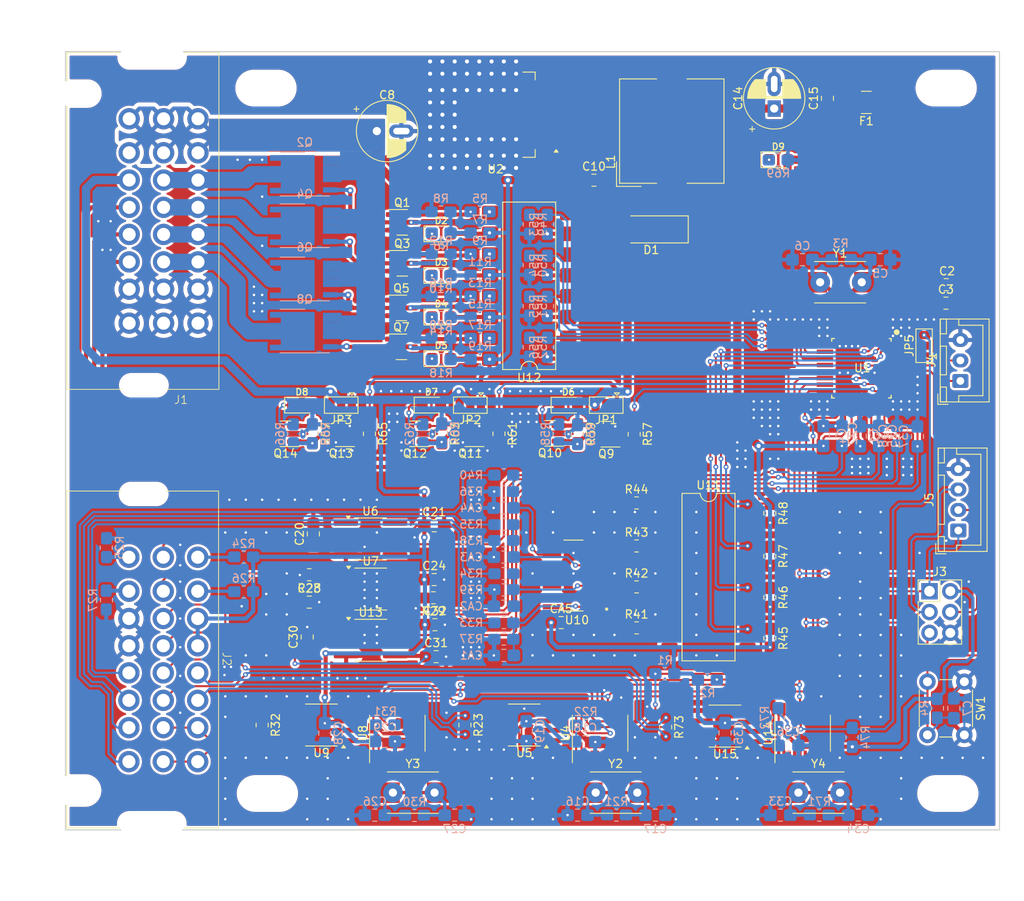
<source format=kicad_pcb>
(kicad_pcb (version 20241229) (generator "pcbnew") (generator_version "9.0")
  (layers (0 "F.Cu" signal) (2 "B.Cu" signal) (13 "F.Paste" user) (15 "B.Paste" user) (5 "F.SilkS" user "F.Silkscreen") (7 "B.SilkS" user "B.Silkscreen") (1 "F.Mask" user) (3 "B.Mask" user) (25 "Edge.Cuts" user))
  (net 0 "")
  (net 1 "Net-(CA2-Pad1)")
  (net 2 "GND")
  (net 3 "Net-(CA3-Pad1)")
  (net 4 "IGN_12V")
  (net 5 "Net-(CA1-Pad2)")
  (net 6 "Net-(D2-K)")
  (net 7 "+12V")
  (net 8 "Net-(D3-K)")
  (net 9 "Net-(D4-K)")
  (net 10 "Net-(D5-K)")
  (net 11 "/PDU_P4_1/PDU_1/MOS_GATE")
  (net 12 "Net-(Q3-B)")
  (net 13 "PDU_1")
  (net 14 "PDU_2")
  (net 15 "PDU_3")
  (net 16 "PDU_4")
  (net 17 "APPS_3VOUT")
  (net 18 "BRAKE_AIN")
  (net 19 "CURRENT_AIN")
  (net 20 "APPS_5VOUT")
  (net 21 "OUT_1")
  (net 22 "/PDU_P4_1/PDU_2/MOS_GATE")
  (net 23 "OUT_2")
  (net 24 "Net-(Q1-B)")
  (net 25 "OUT_3")
  (net 26 "Net-(R41-Pad2)")
  (net 27 "OUT_4")
  (net 28 "Net-(R43-Pad2)")
  (net 29 "DIN_1")
  (net 30 "DIN_2")
  (net 31 "DIN_3")
  (net 32 "/PDU_P4_1/PDU_3/MOS_GATE")
  (net 33 "Net-(Q5-B)")
  (net 34 "/PDU_P4_1/PDU_4/MOS_GATE")
  (net 35 "Net-(Q7-B)")
  (net 36 "Net-(Q9-B)")
  (net 37 "Net-(Q10-G)")
  (net 38 "Net-(Q13-B)")
  (net 39 "DIN5V_1")
  (net 40 "DIN5V_2")
  (net 41 "DIN5V_3")
  (net 42 "IGN_5V")
  (net 43 "Net-(Q13-C)")
  (net 44 "Net-(U7--)")
  (net 45 "XTAL1")
  (net 46 "RESET")
  (net 47 "APPS_5V")
  (net 48 "MOSI")
  (net 49 "Net-(D6-K)")
  (net 50 "CURRENT_MCU")
  (net 51 "TXD")
  (net 52 "+5V")
  (net 53 "Net-(U1-AREF)")
  (net 54 "BRAKE_AIN_MCU")
  (net 55 "Net-(D6-A)")
  (net 56 "Net-(D7-K)")
  (net 57 "MISO")
  (net 58 "SCK")
  (net 59 "Net-(D7-A)")
  (net 60 "XTAL2")
  (net 61 "Net-(D8-K)")
  (net 62 "RXD")
  (net 63 "APPS_3V3")
  (net 64 "Net-(D1-K)")
  (net 65 "Net-(U4-RXCAN)")
  (net 71 "Net-(U4-~{RESET})")
  (net 72 "CS_1")
  (net 73 "Net-(U4-TXCAN)")
  (net 78 "CAN1+")
  (net 80 "CAN2+")
  (net 81 "CS_2")
  (net 84 "Net-(U8-TXCAN)")
  (net 86 "Net-(U8-~{RESET})")
  (net 88 "Net-(U8-RXCAN)")
  (net 94 "CAN2-")
  (net 95 "CAN1-")
  (net 97 "Net-(D8-A)")
  (net 98 "PDU_7")
  (net 99 "PDU_6")
  (net 100 "PDU_5")
  (net 101 "APPS_3VIN")
  (net 102 "APPS_3VGND")
  (net 103 "APPS_5VIN")
  (net 104 "APPS_5VGND")
  (net 105 "Net-(Q11-C)")
  (net 106 "Net-(Q11-B)")
  (net 107 "/PDU_P4_1/PDU_1/SIGNAL")
  (net 108 "/PDU_P4_1/PDU_2/SIGNAL")
  (net 109 "/PDU_P4_1/PDU_3/SIGNAL")
  (net 110 "/PDU_P4_1/PDU_4/SIGNAL")
  (net 111 "OUT_5")
  (net 112 "OUT_6")
  (net 113 "OUT_7")
  (net 114 "Net-(CA4-Pad1)")
  (net 115 "Net-(R41-Pad1)")
  (net 116 "Net-(R42-Pad2)")
  (net 117 "Net-(R42-Pad1)")
  (net 118 "Net-(R43-Pad1)")
  (net 119 "Net-(R44-Pad2)")
  (net 120 "Net-(R44-Pad1)")
  (net 121 "Net-(R53-Pad2)")
  (net 122 "Net-(R54-Pad2)")
  (net 123 "Net-(R55-Pad2)")
  (net 124 "Net-(R56-Pad2)")
  (net 131 "Net-(U2-FB)")
  (net 132 "Net-(D9-K)")
  (net 137 "Net-(U14-~{RESET})")
  (net 138 "CAN3+")
  (net 139 "CAN3-")
  (net 147 "Net-(U14-RXCAN)")
  (net 148 "Net-(U14-TXCAN)")
  (net 152 "CS_3")
  (net 153 "Net-(JP5-C)")
  (net 154 "/CAN BUS_1/XTAL2")
  (net 155 "/CAN BUS_1/XTAL1")
  (net 156 "/CAN BUS_2/XTAL2")
  (net 157 "/CAN BUS_2/XTAL1")
  (net 158 "/CAN BUS_3/XTAL2")
  (net 159 "/CAN BUS_3/XTAL1")
  (footprint "RMC_Crystal:Crystal_HC49-U_Vertical_W_SMD_Handolder" (layer "F.Cu") (at 185.11 69.45)
    (property "Reference" "Y1")
    (property "Value" "16MHz")
  )
  (footprint "Button_Switch_THT:SW_PUSH_6mm" (layer "F.Cu") (at 202.71 118.21 -90)
    (property "Reference" "SW1")
    (property "Value" "SW_Push")
  )
  (footprint "Jumper:SolderJumper-3_P1.3mm_Open_Pad1.0x1.5mm" (layer "F.Cu") (at 126.6475 84.45 180)
    (property "Reference" "JP3")
    (property "Value" "Jumper_3_Open")
  )
  (footprint "RMC_SO:SOIC-8_3.9x4.9mm_P1.27mm_RMC_Handsolder" (layer "F.Cu") (at 173.5 123.63 180)
    (property "Reference" "U15")
    (property "Value" "TJA1051T")
  )
  (footprint "Better_Handsolder:MountingHole_3.2mmx5mm_M3_ISO7380" (layer "F.Cu") (at 201.494 45.75)
    (property "Reference" "H2" (hide yes))
    (property "Value" "MountingHole_Pad")
  )
  (footprint "RMC_Capacitor:C_0805_2012Metric_Pad1.18x1.45mm_HandSolder_L" (layer "F.Cu") (at 186 47 90)
    (property "Reference" "C15")
    (property "Value" "100nF")
  )
  (footprint "RMC_Resistor:R_0805_2012Metric_Pad1.20x1.40mm_HandSolder_L" (layer "F.Cu") (at 145.9075 87.95 -90)
    (property "Reference" "R61")
    (property "Value" "1k")
  )
  (footprint "RMC_Resistor:R_0805_2012Metric_Pad1.20x1.40mm_HandSolder_L" (layer "F.Cu") (at 178.9675 112.9025 -90)
    (property "Reference" "R45")
    (property "Value" "4.7k")
  )
  (footprint "RMC_SOT:SOT-23" (layer "F.Cu") (at 134.0975 62.138141)
    (property "Reference" "Q1")
    (property "Value" "MMBT3904")
  )
  (footprint "RMC_Capacitor:C_0805_2012Metric_Pad1.18x1.45mm_HandSolder_L" (layer "F.Cu") (at 123.25 100.175 90)
    (property "Reference" "C20")
    (property "Value" "100nF")
  )
  (footprint "RMC_Resistor:R_0805_2012Metric_Pad1.20x1.40mm_HandSolder_L" (layer "F.Cu") (at 123.0975 87.95 -90)
    (property "Reference" "R67")
    (property "Value" "1k")
  )
  (footprint "Connector_JST:JST_XH_B3B-XH-A_1x03_P2.50mm_Vertical" (layer "F.Cu") (at 202.225 81.5 90)
    (property "Reference" "J4")
    (property "Value" "Conn_01x03")
  )
  (footprint "RMC_Resistor:R_0805_2012Metric_Pad1.20x1.40mm_HandSolder_L" (layer "F.Cu") (at 178.9675 107.920794 -90)
    (property "Reference" "R46")
    (property "Value" "4.7k")
  )
  (footprint "RMC_Capacitor:CP_Radial_D6.3mm_P2.50mm_handsolder" (layer "F.Cu") (at 179.5 48.25 90)
    (property "Reference" "C14")
    (property "Value" "330uF")
  )
  (footprint "RMC_Resistor:R_0805_2012Metric_Pad1.20x1.40mm_HandSolder_L" (layer "F.Cu") (at 138.9075 87.95 -90)
    (property "Reference" "R63")
    (property "Value" "1k")
  )
  (footprint "RMC_Capacitor:C_0805_2012Metric_Pad1.18x1.45mm_HandSolder_L" (layer "F.Cu") (at 200.5 69.75)
    (property "Reference" "C2")
    (property "Value" "10uF")
  )
  (footprint "RMC_SOT:SOT-23" (layer "F.Cu") (at 133.9975 77.338141)
    (property "Reference" "Q7")
    (property "Value" "MMBT3904")
  )
  (footprint "RMC_Resistor:R_0805_2012Metric_Pad1.20x1.40mm_HandSolder_L" (layer "F.Cu") (at 162.701166 101.64)
    (property "Reference" "R43")
    (property "Value" "1k")
  )
  (footprint "RMC_SO:TSSOP-20_4.4x6.5mm_P0.65mm" (layer "F.Cu") (at 182.975 124.5 90)
    (property "Reference" "U14")
    (property "Value" "MCP2515-xST")
  )
  (footprint "RMC_Crystal:Crystal_HC49-U_Vertical_W_SMD_Handolder" (layer "F.Cu") (at 182.46 131.75)
    (property "Reference" "Y4")
    (property "Value" "20MHz")
  )
  (footprint "RMC_Resistor:R_0805_2012Metric_Pad1.20x1.40mm_HandSolder_L" (layer "F.Cu") (at 162.701166 111.64)
    (property "Reference" "R41")
    (property "Value" "1k")
  )
  (footprint "Connector_JST:JST_XH_B4B-XH-A_1x04_P2.50mm_Vertical" (layer "F.Cu") (at 201.975 99.75 90)
    (property "Reference" "J5")
    (property "Value" "Conn_01x04")
  )
  (footprint "RMC_Capacitor:C_0805_2012Metric_Pad1.18x1.45mm_HandSolder_L" (layer "F.Cu") (at 200.4656 72.0069)
    (property "Reference" "C3")
    (property "Value" "100nF")
  )
  (footprint "RMC_LED:LED_0805_2012Metric_Pad1.45x1.40mm_HandSolder" (layer "F.Cu") (at 138.854258 78.778141)
    (property "Reference" "D5")
    (property "Value" "LED")
  )
  (footprint "Better_Handsolder:MountingHole_3.2mmx5mm_M3_ISO7380" (layer "F.Cu") (at 118.6395 131.856)
    (property "Reference" "H3" (hide yes))
    (property "Value" "MountingHole_Pad")
  )
  (footprint "RMC_SOT:SOT-23" (layer "F.Cu") (at 133.9975 72.588141)
    (property "Reference" "Q5")
    (property "Value" "MMBT3904")
  )
  (footprint "RMC_LED:LED_0805_2012Metric_Pad1.45x1.40mm_HandSolder" (layer "F.Cu") (at 180 54.5)
    (property "Reference" "D9")
    (property "Value" "LED")
  )
  (footprint "RMC_Resistor:R_0805_2012Metric_Pad1.20x1.40mm_HandSolder_L" (layer "F.Cu") (at 130.0975 87.95 -90)
    (property "Reference" "R65")
    (property "Value" "1k")
  )
  (footprint "RMC_Crystal:Crystal_HC49-U_Vertical_W_SMD_Handolder" (layer "F.Cu") (at 157.71 131.75)
    (property "Reference" "Y2")
    (property "Value" "20MHz")
  )
  (footprint "RMC_SO:SOIC-8_3.9x4.9mm_P1.27mm_RMC_Handsolder" (layer "F.Cu") (at 130.212405 100.79)
    (property "Reference" "U6")
    (property "Value" "OP07")
  )
  (footprint "RMC_SO:SOIC-8_3.9x4.9mm_P1.27mm_RMC_Handsolder" (layer "F.Cu") (at 149 123.5 180)
    (property "Reference" "U5")
    (property "Value" "TJA1051T")
  )
  (footprint "RMC_LED:LED_0805_2012Metric_Pad1.45x1.40mm_HandSolder" (layer "F.Cu") (at 154.375 84.45)
    (property "Reference" "D6")
    (property "Value" "LED")
  )
  (footprint "Diode_SMD:D_SMA_Handsoldering" (layer "F.Cu") (at 164.5 63 180)
    (property "Reference" "D1")
    (property "Value" "SS32")
  )
  (footprint "RMC_SOT:SOT-23" (layer "F.Cu") (at 126.5975 87.95 180)
    (property "Reference" "Q13")
    (property "Value" "MMBT3904")
  )
  (footprint "RMC_Capacitor:C_0805_2012Metric_Pad1.18x1.45mm_HandSolder_L" (layer "F.Cu") (at 138 99.175)
    (property "Reference" "C21")
    (property "Value" "100nF")
  )
  (footprint "RMC_TO:TO-263-5_TabPin3_Long" (layer "F.Cu") (at 145.5 49 180)
    (property "Reference" "U2")
    (property "Value" "LM2575-5.0BU")
  )
  (footprint "RMC_LED:LED_0805_2012Metric_Pad1.45x1.40mm_HandSolder" (layer "F.Cu") (at 138.854258 73.698141)
    (property "Reference" "D4")
    (property "Value" "LED")
  )
  (footprint "RMC_SOT:SOT-23" (layer "F.Cu") (at 134.0975 67.138141)
    (property "Reference" "Q3")
    (property "Value" "MMBT3904")
  )
  (footprint "Jumper:SolderJumper-3_P1.3mm_Open_Pad1.0x1.5mm" (layer "F.Cu") (at 159 84.45 180)
    (property "Reference" "JP1")
    (property "Value" "Jumper_3_Open")
  )
  (footprint "RMC_Resistor:R_0805_2012Metric_Pad1.20x1.40mm_HandSolder_L" (layer "F.Cu") (at 122.75 105.155 180)
    (property "Reference" "R28")
    (property "Value" "330R")
  )
  (footprint "RMC_Capacitor:C_0805_2012Metric_Pad1.18x1.45mm_HandSolder_L" (layer "F.Cu") (at 138.2375 115.155)
    (property "Reference" "C31")
    (property "Value" "100nF")
  )
  (footprint "RMC_SO:SOIC-8_3.9x4.9mm_P1.27mm_RMC_Handsolder" (layer "F.Cu") (at 124.2375 123.5 180)
    (property "Reference" "U9")
    (property "Value" "TJA1051T")
  )
  (footprint "RMC_SO:SOIC127P600X175-14N" (layer "F.Cu") (at 155 105.25 180)
    (property "Reference" "U10")
    (property "Value" "40106")
  )
  (footprint "RMC_Inductor:L_TDK_SLF12575" (layer "F.Cu") (at 167 51 90)
    (property "Reference" "L1")
    (property "Value" "330uH")
  )
  (footprint "RMC_Connnector:PinHeader_2x03_P2.54mm_Vertical_handsolder" (layer "F.Cu") (at 198.46 107.17)
    (property "Reference" "J3")
    (property "Value" "AVR-ISP-6")
  )
  (footprint "Package_DIP:SMDIP-16_W9.53mm" (layer "F.Cu") (at 149.5975 69.888141 180)
    (property "Reference" "U12")
    (property "Value" "LTV-847S")
  )
  (footprint "RMC_Capacitor:C_0805_2012Metric_Pad1.18x1.45mm_HandSolder_L" (layer "F.Cu") (at 157.5 57)
    (property "Reference" "C10")
    (property "Value" "100nF")
  )
  (footprint "RMC_SOT:SOT-23" (layer "F.Cu") (at 159 88 180)
    (property "Reference" "Q9")
    (property "Value" "MMBT3904")
  )
  (footprint "Fuse:Fuse_1210_3225Metric_Pad1.42x2.65mm_HandSolder" (layer "F.Cu") (at 190.75 47.5 180)
    (property "Reference" "F1")
    (property "Value" "12V 3A")
  )
  (footprint "RMC_SO:TSSOP-20_4.4x6.5mm_P0.65mm" (layer "F.Cu") (at 133.5 124.5 90)
    (property "Reference" "U8")
    (property "Value" "MCP2515-xST")
  )
  (footprint "RMC_Crystal:Crystal_HC49-U_Vertical_W_SMD_Handolder" (layer "F.Cu") (at 132.96 131.75)
    (property "Reference" "Y3")
    (property "Value" "20MHz")
  )
  (footprint "RMC_Capacitor:C_0805_2012Metric_Pad1.18x1.45mm_HandSolder_L" (layer "F.Cu") (at 122.75 108.5)
    (property "Reference" "C23")
    (property "Value" "100nF")
  )
  (footprint "RMC_SOT:SOT-23" (layer "F.Cu") (at 119.8475 87.95 180)
    (property "Reference" "Q14")
    (property "Value" "AO3401A")
  )
  (footprint "RMC_LED:LED_0805_2012Metric_Pad1.45x1.40mm_HandSolder" (layer "F.Cu") (at 121.8475 84.45)
    (property "Reference" "D8")
    (property "Value" "LED")
  )
  (footprint "Better_Handsolder:MountingHole_3.2mmx5mm_M3_ISO7380" (layer "F.Cu") (at 201.6975 131.856)
    (property "Reference" "H4" (hide yes))
    (property "Value" "MountingHole_Pad")
  )
  (footprint "RMC_Capacitor:CP_Radial_D6.3mm_P2.50mm_handsolder" (layer "F.Cu") (at 131 51)
    (property "Reference" "C8")
    (property "Value" "100uF")
  )
  (footprint "RMC_Resistor:R_0805_2012Metric_Pad1.20x1.40mm_HandSolder_L" (layer "F.Cu") (at 178.9675 102.9025 -90)
    (property "Reference" "R47")
    (property "Value" "4.7k")
  )
  (footprint "RMC_Capacitor:C_0805_2012Metric_Pad1.18x1.45mm_HandSolder_L" (layer "F.Cu") (at 122.5 112.75 90)
    (property "Reference" "C30")
    (property "Value" "100nF")
  )
  (footprint "RMC_Resistor:R_0805_2012Metric_Pad1.20x1.40mm_HandSolder_L" (layer "F.Cu") (at 162.41 88 -90)
    (property "Reference" "R57")
    (property "Value" "1k")
  )
  (footprint "Jumper:SolderJumper-3_P1.3mm_Open_Pad1.0x1.5mm" (layer "F.Cu") (at 142.4075 84.45 180)
    (property "Reference" "JP2")
    (property "Value" "Jumper_3_Open")
  )
  (footprint "RMC_Resistor:R_0805_2012Metric_Pad1.20x1.40mm_HandSolder_L" (layer "F.Cu") (at 137.9025 107.9675 180)
    (property "Reference" "R29")
    (property "Value" "1k")
  )
  (footprint "RMC_Resistor:R_0805_2012Metric_Pad1.20x1.40mm_HandSolder_L" (layer "F.Cu") (at 162.701166 106.64)
    (property "Reference" "R42")
    (property "Value" "1k")
  )
  (footprint "RMC_LED:LED_0805_2012Metric_Pad1.45x1.40mm_HandSolder" (layer "F.Cu") (at 137.6575 84.45)
    (property "Reference" "D7")
    (property "Value" "LED")
  )
  (footprint "RMC_Resistor:R_0805_2012Metric_Pad1.20x1.40mm_HandSolder_L" (layer "F.Cu") (at 178.9675 97.6525 -90)
    (property "Reference" "R48")
    (property "Value" "4.7k")
  )
  (footprint "RMC_Resistor:R_0805_2012Metric_Pad1.20x1.40mm_HandSolder_L" (layer "F.Cu") (at 141.75 123.5 -90)
    (property "Reference" "R23")
    (property "Value" "120R")
  )
  (footprint "RMC_SO:SOIC-8_3.9x4.9mm_P1.27mm_RMC_Handsolder" (layer "F.Cu") (at 130.25 113.155)
    (property "Reference" "U13")
    (property "Value" "SGM722")
  )
  (footprint "RMC_Capacitor:C_0805_2012Metric_Pad1.18x1.45mm_HandSolder_L" (layer "F.Cu") (at 138.0862 111.2569)
    (property "Reference" "C32")
    (property "Value" "100nF")
  )
  (footprint "RMC_Resistor:R_0805_2012Metric_Pad1.20x1.40mm_HandSolder_L" (layer "F.Cu") (at 162.701166 96.39)
    (property "Reference" "R44")
    (property "Value" "1k")
  )
  (footprint "RMC_QFP:TQFP-32_7x7mm_P0.8mm_L" (layer "F.Cu") (at 190.15 79.95 -90)
    (property "Reference" "U1")
    (property "Value" "ATmega328P-A")
  )
  (footprint "Jumper:SolderJumper-3_P1.3mm_Open_Pad1.0x1.5mm" (layer "F.Cu") (at 197.8 77.2 90)
    (property "Reference" "JP5")
    (property "Value" "Jumper_3_Open")
  )
  (footprint "RMC_SOT:SOT-23" (layer "F.Cu") (at 152.135 87.9 180)
    (property "Reference" "Q10")
    (property "Value" "AO3401A")
  )
  (footprint "RMC_SOT:SOT-23" (layer "F.Cu") (at 142.4075 87.95 180)
    (property "Reference" "Q11")
    (property "Value" "MMBT3904")
  )
  (footprint "RMC_SO:TSSOP-20_4.4x6.5mm_P0.65mm" (layer "F.Cu") (at 158.25 124.5 90)
    (property "Reference" "U4")
    (property "Value" "MCP2515-xST")
  )
  (footprint "RMC_Connnector:HD241_24pin" (layer "F.Cu") (at 109.1328 115.493 -90)
    (property "Reference" "J2")
    (property "Value" "~")
  )
  (footprint "RMC_SO:SOIC-8_3.9x4.9mm_P1.27mm_RMC_Handsolder" (layer "F.Cu") (at 130.25 106.905)
    (property "Reference" "U7")
    (property "Value" "OP07")
  )
  (footprint "RMC_Capacitor:C_0805_2012Metric_Pad1.18x1.45mm_HandSolder_L" (layer "F.Cu") (at 138 105.75)
    (property "Reference" "C24")
    (property "Value" "100nF")
  )
  (footprint "RMC_Capacitor:C_0805_2012Metric_Pad1.18x1.45mm_HandSolder_L" (layer "F.Cu") (at 153.5 111)
    (property "Reference" "CA5")
    (property "Value" "100nF")
  )
  (footprint "Better_Handsolder:MountingHole_3.2mmx5mm_M3_ISO7380" (layer "F.Cu") (at 118.468 45.75)
    (property "Reference" "H1" (hide yes))
    (property "Value" "MountingHole_Pad")
  )
  (footprint "RMC_Resistor:R_0805_2012Metric_Pad1.20x1.40mm_HandSolder_L" (layer "F.Cu") (at 155.485 87.95 -90)
    (property "Reference" "R59")
    (property "Value" "1k")
  )
  (footprint "RMC_SOT:SOT-23" (layer "F.Cu") (at 135.6575 87.95 180)
    (property "Reference" "Q12")
    (property "Value" "AO3401A")
  )
  (footprint "RMC_Resistor:R_0805_2012Metric_Pad1.20x1.40mm_HandSolder_L" (layer "F.Cu") (at 117 123.5 -90)
    (property "Reference" "R32")
    (property "Value" "120R")
  )
  (footprint "Better_Handsolder:HD241_GF30" (layer "F.Cu") (at 111.7176 41.424 -90)
    (property "Reference" "J1")
    (property "Value" "~")
  )
  (footprint "RMC_Resistor:R_0805_2012Metric_Pad1.20x1.40mm_HandSolder_L" (layer "F.Cu") (at 166.25 123.75 -90)
    (property "Reference" "R73")
    (property "Value" "120R")
  )
  (footprint "Package_DIP:SMDIP-16_W9.53mm" (layer "F.Cu") (at 171.485 105.445)
    (property "Reference" "U11")
    (property "Value" "LTV-847S")
  )
  (footprint "RMC_LED:LED_0805_2012Metric_Pad1.45x1.40mm_HandSolder" (layer "F.Cu") (at 138.854258 63.538141)
    (property "Reference" "D2")
    (property "Value" "LED")
  )
  (footprint "RMC_LED:LED_0805_2012Metric_Pad1.45x1.40mm_HandSolder" (layer "F.Cu") (at 138.854258 68.618141)
    (property "Reference" "D3")
    (property "Value" "LED")
  )
  (footprint "RMC_Capacitor:C_0805_2012Metric_Pad1.18x1.45mm_HandSolder_L" (layer "B.Cu") (at 155.5 134.5 180)
    (property "Reference" "C16")
    (property "Value" "16pF")
  )
  (footprint "RMC_Capacitor:C_0805_2012Metric_Pad1.18x1.45mm_HandSolder_L" (layer "B.Cu") (at 189.75 134.4931)
    (property "Reference" "C34")
    (property "Value" "16pF")
  )
  (footprint "RMC_Capacitor:C_0805_2012Metric_Pad1.18x1.45mm_HandSolder_L" (layer "B.Cu") (at 140.5 134.5)
    (property "Reference" "C27")
    (property "Value" "16pF")
  )
  (footprint "RMC_Resistor:R_0805_2012Metric_Pad1.20x1.40mm_HandSolder_L" (layer "B.Cu") (at 138.826017 60.888141 180)
    (property "Reference" "R8")
    (property "Value" "100k")
  )
  (footprint "RMC_Resistor:R_0805_2012Metric_Pad1.20x1.40mm_HandSolder_L" (layer "B.Cu") (at 143.5975 73.745284 180)
    (property "Reference" "R15")
    (property "Value" "1k")
  )
  (footprint "RMC_Resistor:R_0805_2012Metric_Pad1.20x1.40mm_HandSolder_L" (layer "B.Cu") (at 146.5 105)
    (property "Reference" "R34")
    (property "Value" "1k")
  )
  (footprint "RMC_Capacitor:C_0805_2012Metric_Pad1.18x1.45mm_HandSolder_L" (layer "B.Cu") (at 201.43 121.46 90)
    (property "Reference" "C7")
    (property "Value" "10uF")
  )
  (footprint "RMC_Capacitor:C_0805_2012Metric_Pad1.18x1.45mm_HandSolder_L" (layer "B.Cu") (at 173.5 124.4656 90)
    (property "Reference" "C35")
    (property "Value" "100nF")
  )
  (footprint "RMC_Resistor:R_0805_2012Metric_Pad1.20x1.40mm_HandSolder_L" (layer "B.Cu") (at 149.5975 72.388141 90)
    (property "Reference" "R51")
    (property "Value" "4.7k")
  )
  (footprint "RMC_Resistor:R_0805_2012Metric_Pad1.20x1.40mm_HandSolder_L" (layer "B.Cu") (at 143.5975 71.173855 180)
    (property "Reference" "R13")
    (property "Value" "1k")
  )
  (footprint "RMC_SO:Infineon_PG-TDSON-8_6.15x5.15mm" (layer "B.Cu") (at 122.2 62.575 180)
    (property "Reference" "Q4")
    (property "Value" "BSC030P03NS3")
  )
  (footprint "RMC_SO:Infineon_PG-TDSON-8_6.15x5.15mm" (layer "B.Cu") (at 122.2 56.275 180)
    (property "Reference" "Q2")
    (property "Value" "BSC030P03NS3")
  )
  (footprint "RMC_Capacitor:C_0805_2012Metric_Pad1.18x1.45mm_HandSolder_L" (layer "B.Cu") (at 146.474117 97 180)
    (property "Reference" "CA4")
    (property "Value" "100nF")
  )
  (footprint "RMC_Resistor:R_0805_2012Metric_Pad1.20x1.40mm_HandSolder_L" (layer "B.Cu") (at 97.9675 101.8475 90)
    (property "Reference" "R25")
    (property "Value" "R")
  )
  (footprint "RMC_Resistor:R_0805_2012Metric_Pad1.20x1.40mm_HandSolder_L" (layer "B.Cu") (at 187.7 66.7 180)
    (property "Reference" "R3")
    (property "Value" "10M")
  )
  (footprint "RMC_Resistor:R_0805_2012Metric_Pad1.20x1.40mm_HandSolder_L" (layer "B.Cu") (at 146.474117 95.0325 180)
    (property "Reference" "R36")
    (property "Value" "10k")
  )
  (footprint "RMC_Resistor:R_0805_2012Metric_Pad1.20x1.40mm_HandSolder_L" (layer "B.Cu") (at 143.5975 78.888141 180)
    (property "Reference" "R19")
    (property "Value" "1k")
  )
  (footprint "RMC_Capacitor:C_0805_2012Metric_Pad1.18x1.45mm_HandSolder_L" (layer "B.Cu") (at 146.5 109 180)
    (property "Reference" "CA2")
    (property "Value" "100nF")
  )
  (footprint "RMC_Resistor:R_0805_2012Metric_Pad1.20x1.40mm_HandSolder_L" (layer "B.Cu") (at 166.1525 117.25 180)
    (property "Reference" "R1")
    (property "Value" "47k")
  )
  (footprint "RMC_Capacitor:C_0805_2012Metric_Pad1.18x1.45mm_HandSolder_L" (layer "B.Cu") (at 156.4369 125.5325 180)
    (property "Reference" "C18")
    (property "Value" "100nF")
  )
  (footprint "RMC_Capacitor:C_0805_2012Metric_Pad1.18x1.45mm_HandSolder_L" (layer "B.Cu") (at 146.5 115)
    (property "Reference" "CA1")
    (property "Value" "100nF")
  )
  (footprint "RMC_Resistor:R_0805_2012Metric_Pad1.20x1.40mm_HandSolder_L" (layer "B.Cu") (at 151.8475 67.388141 -90)
    (property "Reference" "R54")
    (property "Value" "1k")
  )
  (footprint "RMC_Resistor:R_0805_2012Metric_Pad1.20x1.40mm_HandSolder_L" (layer "B.Cu") (at 185 134.5 180)
    (property "Reference" "R71")
    (property "Value" "10M")
  )
  (footprint "RMC_Capacitor:C_0805_2012Metric_Pad1.18x1.45mm_HandSolder_L" (layer "B.Cu") (at 165 134.5)
    (property "Reference" "C17")
    (property "Value" "16pF")
  )
  (footprint "RMC_Resistor:R_0805_2012Metric_Pad1.20x1.40mm_HandSolder_L" (layer "B.Cu") (at 138.875 87.8525 90)
    (property "Reference" "R64")
    (property "Value" "100k")
  )
  (footprint "RMC_Capacitor:C_0805_2012Metric_Pad1.18x1.45mm_HandSolder_L" (layer "B.Cu") (at 194.5 88.1976 -90)
    (property "Reference" "C38")
    (property "Value" "100nF")
  )
  (footprint "RMC_Resistor:R_0805_2012Metric_Pad1.20x1.40mm_HandSolder_L" (layer "B.Cu") (at 180 122.6 -90)
    (property "Reference" "R72")
    (property "Value" "10k")
  )
  (footprint "RMC_Resistor:R_0805_2012Metric_Pad1.20x1.40mm_HandSolder_L" (layer "B.Cu") (at 135.5975 134.5325 180)
    (property "Reference" "R30")
    (property "Value" "10M")
  )
  (footprint "RMC_Capacitor:C_0805_2012Metric_Pad1.18x1.45mm_HandSolder_L" (layer "B.Cu") (at 196.9931 88.2664 -90)
    (property "Reference" "C37")
    (property "Value" "100nF")
  )
  (footprint "RMC_Resistor:R_0805_2012Metric_Pad1.20x1.40mm_HandSolder_L" (layer "B.Cu") (at 146.5 92.9675)
    (property "Reference" "R40")
    (property "Value" "1k")
  )
  (footprint "RMC_Capacitor:C_0805_2012Metric_Pad1.18x1.45mm_HandSolder_L" (layer "B.Cu") (at 130.75 134.5069 180)
    (property "Reference" "C26")
    (property "Value" "16pF")
  )
  (footprint "RMC_Resistor:R_0805_2012Metric_Pad1.20x1.40mm_HandSolder_L" (layer "B.Cu") (at 138.8475 78.888141)
    (property "Reference" "R18")
    (property "Value" "1k")
  )
  (footprint "RMC_Resistor:R_0805_2012Metric_Pad1.20x1.40mm_HandSolder_L" (layer "B.Cu") (at 146.5 99.004604)
    (property "Reference" "R35")
    (property "Value" "1k")
  )
  (footprint "RMC_Capacitor:C_0805_2012Metric_Pad1.18x1.45mm_HandSolder_L" (layer "B.Cu") (at 187.7569 88.2156 90)
    (property "Reference" "C22")
    (property "Value" "100nF")
  )
  (footprint "RMC_Resistor:R_0805_2012Metric_Pad1.20x1.40mm_HandSolder_L" (layer "B.Cu") (at 143.5975 66.030998 180)
    (property "Reference" "R9")
    (property "Value" "1k")
  )
  (footprint "RMC_Capacitor:C_0805_2012Metric_Pad1.18x1.45mm_HandSolder_L" (layer "B.Cu") (at 190 88.25 90)
    (property "Reference" "C1")
    (property "Value" "100nF")
  )
  (footprint "RMC_Resistor:R_0805_2012Metric_Pad1.20x1.40mm_HandSolder_L" (layer "B.Cu") (at 146.5 111)
    (property "Reference" "R33")
    (property "Value" "1k")
  )
  (footprint "RMC_Resistor:R_0805_2012Metric_Pad1.20x1.40mm_HandSolder_L" (layer "B.Cu") (at 123.0975 87.95 90)
    (property "Reference" "R68")
    (property "Value" "100k")
  )
  (footprint "RMC_Resistor:R_0805_2012Metric_Pad1.20x1.40mm_HandSolder_L" (layer "B.Cu") (at 149.5975 77.388141 90)
    (property "Reference" "R52")
    (property "Value" "4.7k")
  )
  (footprint "RMC_Capacitor:C_0805_2012Metric_Pad1.18x1.45mm_HandSolder_L" (layer "B.Cu") (at 149.25 124.25 90)
    (property "Reference" "C19")
    (property "Value" "100nF")
  )
  (footprint "RMC_Resistor:R_0805_2012Metric_Pad1.20x1.40mm_HandSolder_L" (layer "B.Cu") (at 138.8475 66.0325 180)
    (property "Reference" "R12")
    (property "Value" "100k")
  )
  (footprint "RMC_Resistor:R_0805_2012Metric_Pad1.20x1.40mm_HandSolder_L" (layer "B.Cu") (at 114.75 103 180)
    (property "Reference" "R24")
    (property "Value" "R")
  )
  (footprint "RMC_Resistor:R_0805_2012Metric_Pad1.20x1.40mm_HandSolder_L" (layer "B.Cu") (at 149.5975 67.388141 90)
    (property "Reference" "R50")
    (property "Value" "4.7k")
  )
  (footprint "RMC_Resistor:R_0805_2012Metric_Pad1.20x1.40mm_HandSolder_L" (layer "B.Cu") (at 180 54.5)
    (property "Reference" "R69")
    (property "Value" "1k")
  )
  (footprint "RMC_Resistor:R_0805_2012Metric_Pad1.20x1.40mm_HandSolder_L" (layer "B.Cu") (at 138.826017 76.31491 180)
    (property "Reference" "R20")
    (property "Value" "100k")
  )
  (footprint "RMC_Resistor:R_0805_2012Metric_Pad1.20x1.40mm_HandSolder_L" (layer "B.Cu") (at 143.5975 63.45957 180)
    (property "Reference" "R7")
    (property "Value" "1k")
  )
  (footprint "RMC_Resistor:R_0805_2012Metric_Pad1.20x1.40mm_HandSolder_L" (layer "B.Cu") (at 114.75 107.25 180)
    (property "Reference" "R26")
    (property "Value" "R")
  )
  (footprint "RMC_Resistor:R_0805_2012Metric_Pad1.20x1.40mm_HandSolder_L" (layer "B.Cu") (at 149.5975 62.388141 90)
    (property "Reference" "R49")
    (property "Value" "4.7k")
  )
  (footprint "RMC_Capacitor:C_0805_2012Metric_Pad1.18x1.45mm_HandSolder_L" (layer "B.Cu") (at 185.5069 88.2156 90)
    (property "Reference" "C4")
    (property "Value" "100nF")
  )
  (footprint "RMC_Capacitor:C_0805_2012Metric_Pad1.18x1.45mm_HandSolder_L" (layer "B.Cu") (at 132 125.5 180)
    (property "Reference" "C29")
    (property "Value" "100nF")
  )
  (footprint "RMC_Resistor:R_0805_2012Metric_Pad1.20x1.40mm_HandSolder_L" (layer "B.Cu") (at 153.25 87.95 -90)
    (property "Reference" "R58")
    (property "Value" "1k")
  )
  (footprint "RMC_Resistor:R_0805_2012Metric_Pad1.20x1.40mm_HandSolder_L" (layer "B.Cu") (at 98 108.25 -90)
    (property "Reference" "R27")
    (property "Value" "R")
  )
  (footprint "RMC_Resistor:R_0805_2012Metric_Pad1.20x1.40mm_HandSolder_L" (layer "B.Cu") (at 146.5 113)
    (property "Reference" "R37")
    (property "Value" "10k")
  )
  (footprint "RMC_Resistor:R_0805_2012Metric_Pad1.20x1.40mm_HandSolder_L" (layer "B.Cu") (at 120.8475 87.95 -90)
    (property "Reference" "R66")
    (property "Value" "1k")
  )
  (footprint "RMC_Capacitor:C_0805_2012Metric_Pad1.18x1.45mm_HandSolder_L" (layer "B.Cu") (at 124.64675 124.5 90)
    (property "Reference" "C28")
    (property "Value" "100nF")
  )
  (footprint "RMC_Resistor:R_0805_2012Metric_Pad1.20x1.40mm_HandSolder_L" (layer "B.Cu") (at 143.5975 76.316712 180)
    (property "Reference" "R17")
    (property "Value" "1k")
  )
  (footprint "RMC_Resistor:R_0805_2012Metric_Pad1.20x1.40mm_HandSolder_L" (layer "B.Cu") (at 132 123.5 180)
    (property "Reference" "R31")
    (property "Value" "10k")
  )
  (footprint "RMC_Resistor:R_0805_2012Metric_Pad1.20x1.40mm_HandSolder_L" (layer "B.Cu") (at 138.826017 68.601525)
    (property "Reference" "R10")
    (property "Value" "1k")
  )
  (footprint "RMC_Resistor:R_0805_2012Metric_Pad1.20x1.40mm_HandSolder_L" (layer "B.Cu") (at 155.4525 88.0475 90)
    (property "Reference" "R60")
    (property "Value" "100k")
  )
  (footprint "RMC_SO:Infineon_PG-TDSON-8_6.15x5.15mm" (layer "B.Cu") (at 122.2 69.075 180)
    (property "Reference" "Q6")
    (property "Value" "BSC030P03NS3")
  )
  (footprint "RMC_Resistor:R_0805_2012Metric_Pad1.20x1.40mm_HandSolder_L" (layer "B.Cu") (at 146.5 101.005119 180)
    (property "Reference" "R38")
    (property "Value" "10k")
  )
  (footprint "RMC_Capacitor:C_0805_2012Metric_Pad1.18x1.45mm_HandSolder_L" (layer "B.Cu") (at 180.25 134.5 180)
    (property "Reference" "C33")
    (property "Value" "16pF")
  )
  (footprint "RMC_SO:Infineon_PG-TDSON-8_6.15x5.15mm" (layer "B.Cu") (at 122.2 75.43 180)
    (property "Reference" "Q8")
    (property "Value" "BSC030P03NS3")
  )
  (footprint "RMC_Resistor:R_0805_2012Metric_Pad1.20x1.40mm_HandSolder_L" (layer "B.Cu") (at 136.6575 87.95 -90)
    (property "Reference" "R62")
    (property "Value" "1k")
  )
  (footprint "RMC_Capacitor:C_0805_2012Metric_Pad1.18x1.45mm_HandSolder_L" (layer "B.Cu") (at 146.5 103.004604 180)
    (property "Reference" "CA3")
    (property "Value" "100nF")
  )
  (footprint "RMC_Resistor:R_0805_2012Metric_Pad1.20x1.40mm_HandSolder_L" (layer "B.Cu") (at 138.8475 63.388141)
    (property "Reference" "R6")
    (property "Value" "1k")
  )
  (footprint "RMC_Resistor:R_0805_2012Metric_Pad1.20x1.40mm_HandSolder_L" (layer "B.Cu") (at 160.25 134.5 180)
    (property "Reference" "R21")
    (property "Value" "10M")
  )
  (footprint "RMC_Resistor:R_0805_2012Metric_Pad1.20x1.40mm_HandSolder_L" (layer "B.Cu") (at 143.5975 68.602427 180)
    (property "Reference" "R11")
    (property "Value" "1k")
  )
  (footprint "RMC_Capacitor:C_0805_2012Metric_Pad1.18x1.45mm_HandSolder_L" (layer "B.Cu") (at 192.45 66.7)
    (property "Reference" "C5")
    (property "Value" "20pF")
  )
  (footprint "RMC_Resistor:R_0805_2012Metric_Pad1.20x1.40mm_HandSolder_L" (layer "B.Cu") (at 171.3475 117.9675)
    (property "Reference" "R2")
    (property "Value" "47k")
  )
  (footprint "RMC_Resistor:R_0805_2012Metric_Pad1.20x1.40mm_HandSolder_L" (layer "B.Cu") (at 156.5 123.5325 180)
    (property "Reference" "R22")
    (property "Value" "10k")
  )
  (footprint "RMC_Resistor:R_0805_2012Metric_Pad1.20x1.40mm_HandSolder_L" (layer "B.Cu") (at 189 125 90)
    (property "Reference" "R74")
    (property "Value" "47k")
  )
  (footprint "RMC_Capacitor:C_0805_2012Metric_Pad1.18x1.45mm_HandSolder_L" (layer "B.Cu") (at 182.95 66.7 180)
    (property "Reference" "C6")
    (property "Value" "20pF")
  )
  (footprint "RMC_Resistor:R_0805_2012Metric_Pad1.20x1.40mm_HandSolder_L" (layer "B.Cu") (at 151.8475 62.388141 -90)
    (property "Reference" "R53")
    (property "Value" "1k")
  )
  (footprint "RMC_Resistor:R_0805_2012Metric_Pad1.20x1.40mm_HandSolder_L" (layer "B.Cu") (at 138.826017 71.172654 180)
    (property "Reference" "R16")
    (property "Value" "100k")
  )
  (footprint "RMC_Resistor:R_0805_2012Metric_Pad1.20x1.40mm_HandSolder_L" (layer "B.Cu") (at 146.5 107 180)
    (property "Reference" "R39")
    (property "Value" "10k")
  )
  (footprint "RMC_Capacitor:C_0805_2012Metric_Pad1.18x1.45mm_HandSolder_L" (layer "B.Cu") (at 192.2569 88.2156 90)
    (property "Reference" "C25")
    (property "Value" "100nF")
  )
  (footprint "RMC_Resistor:R_0805_2012Metric_Pad1.20x1.40mm_HandSolder_L" (layer "B.Cu") (at 138.8475 73.745885)
    (property "Reference" "R14")
    (property "Value" "1k")
  )
  (footprint "RMC_Resistor:R_0805_2012Metric_Pad1.20x1.40mm_HandSolder_L" (layer "B.Cu") (at 143.5975 60.888141 180)
    (property "Reference" "R5")
    (property "Value" "1k")
  )
  (footprint "RMC_Resistor:R_0805_2012Metric_Pad1.20x1.40mm_HandSolder_L" (layer "B.Cu") (at 151.8475 77.388141 -90)
    (property "Reference" "R56")
    (property "Value" "1k")
  )
  (footprint "RMC_Capacitor:C_0805_2012Metric_Pad1.18x1.45mm_HandSolder_L" (layer "B.Cu") (at 181.25 126 180)
    (property "Reference" "C36")
    (property "Value" "100nF")
  )
  (footprint "RMC_Resistor:R_0805_2012Metric_Pad1.20x1.40mm_HandSolder_L" (layer "B.Cu") (at 199.43 121.46 -90)
    (property "Reference" "R4")
    (property "Value" "4k7")
  )
  (footprint "RMC_Resistor:R_0805_2012Metric_Pad1.20x1.40mm_HandSolder_L" (layer "B.Cu") (at 151.8475 72.388141 -90)
    (property "Reference" "R55")
    (property "Value" "1k")
  )
  (gr_rect (start 93 41.3) (end 207 136.3) (stroke (width 0.15)) (fill no) (layer "Edge.Cuts"))
  (segment (start 155.5 106.5) (end 157.6 106.5) (width 0.25) (layer "F.Cu") (net 1))
  (segment (start 157.6 106.5) (end 157.62 106.52) (width 0.25) (layer "F.Cu") (net 1))
  (via (at 155.5 106.5) (size 0.6) (drill 0.3) (layers "F.Cu" "B.Cu") (net 1))
  (segment (start 147.7156 108.9931) (end 147.7156 105.0956) (width 0.25) (layer "B.Cu") (net 1))
  (segment (start 147.7787 106.9675) (end 147.7156 106.9044) (width 0.25) (layer "B.Cu") (net 1))
  (segment (start 155.5 106.5) (end 155.0325 106.9675) (width 0.25) (layer "B.Cu") (net 1))
  (segment (start 147.7156 106.9044) (end 147.7156 108.9931) (width 0.25) (layer "B.Cu") (net 1))
  (segment (start 155.0325 106.9675) (end 147.7787 106.9675) (width 0.25) (layer "B.Cu") (net 1))
  (segment (start 147.7156 105.0956) (end 147.6525 105.0325) (width 0.25) (layer "B.Cu") (net 1))
  (segment (start 189.75 77.25) (end 190.85 77.25) (width 0.25) (layer "F.Cu") (net 2))
  (segment (start 190.85 77.25) (end 191.35 76.75) (width 0.25) (layer "F.Cu") (net 2))
  (segment (start 191.35 76.75) (end 191.35 75.5) (width 0.25) (layer "F.Cu") (net 2))
  (segment (start 189.75 75.5) (end 189.75 77.25) (width 0.25) (layer "F.Cu") (net 2))
  (via (at 129.6 117.8) (size 0.6) (drill 0.3) (layers "F.Cu" "B.Cu") (net 2))
  (via (at 117 71) (size 0.6) (drill 0.3) (layers "F.Cu" "B.Cu") (net 2))
  (via (at 131 96) (size 0.6) (drill 0.3) (layers "F.Cu" "B.Cu") (net 2))
  (via (at 158.75 119.25) (size 0.6) (drill 0.3) (layers "F.Cu" "B.Cu") (net 2))
  (via (at 192.5 122.5) (size 0.6) (drill 0.3) (layers "F.Cu" "B.Cu") (net 2))
  (via (at 160 112.5) (size 0.6) (drill 0.3) (layers "F.Cu" "B.Cu") (net 2))
  (via (at 178 87) (size 0.6) (drill 0.3) (layers "F.Cu" "B.Cu") (net 2))
  (via (at 145 130) (size 0.6) (drill 0.3) (layers "F.Cu" "B.Cu") (net 2))
  (via (at 157.669823 125.571581) (size 0.6) (drill 0.3) (layers "F.Cu" "B.Cu") (net 2))
  (via (at 197 81) (size 0.6) (drill 0.3) (layers "F.Cu" "B.Cu") (net 2))
  (via (at 125 96) (size 0.6) (drill 0.3) (layers "F.Cu" "B.Cu") (net 2))
  (via (at 147.5 87.5) (size 0.6) (drill 0.3) (layers "F.Cu" "B.Cu") (net 2))
  (via (at 98.5 65.5) (size 0.6) (drill 0.3) (layers "F.Cu" "B.Cu") (net 2))
  (via (at 142 54) (size 1) (drill 0.5) (layers "F.Cu" "B.Cu") (net 2))
  (via (at 134 89) (size 0.6) (drill 0.3) (layers "F.Cu" "B.Cu") (net 2))
  (via (at 185 76) (size 0.6) (drill 0.3) (layers "F.Cu" "B.Cu") (net 2))
  (via (at 148.5 86.5) (size 0.6) (drill 0.3) (layers "F.Cu" "B.Cu") (net 2))
  (via (at 143.5 106) (size 0.6) (drill 0.3) (layers "F.Cu" "B.Cu") (net 2))
  (via (at 184 74) (size 0.6) (drill 0.3) (layers "F.Cu" "B.Cu") (net 2))
  (via (at 142.5 90) (size 0.6) (drill 0.3) (layers "F.Cu" "B.Cu") (net 2))
  (via (at 145.258517 97) (size 0.6) (drill 0.3) (layers "F.Cu" "B.Cu") (net 2))
  (via (at 175 135) (size 0.6) (drill 0.3) (layers "F.Cu" "B.Cu") (net 2))
  (via (at 145 126.5) (size 0.6) (drill 0.3) (layers "F.Cu" "B.Cu") (net 2))
  (via (at 146.5 55.5) (size 1) (drill 0.5) (layers "F.Cu" "B.Cu") (net 2))
  (via (at 143.5 52) (size 1) (drill 0.5) (layers "F.Cu" "B.Cu") (net 2))
  (via (at 150 112.5) (size 0.6) (drill 0.3) (layers "F.Cu" "B.Cu") (net 2))
  (via (at 192.5 135) (size 0.6) (drill 0.3) (layers "F.Cu" "B.Cu") (net 2))
  (via (at 155 115) (size 0.6) (drill 0.3) (layers "F.Cu" "B.Cu") (net 2))
  (via (at 142.5 103) (size 0.6) (drill 0.3) (layers "F.Cu" "B.Cu") (net 2))
  (via (at 179 86) (size 0.6) (drill 0.3) (layers "F.Cu" "B.Cu") (net 2))
  (via (at 135.75 109.25) (size 0.6) (drill 0.3) (layers "F.Cu" "B.Cu") (net 2))
  (via (at 167.5 127.5) (size 0.6) (drill 0.3) (layers "F.Cu" "B.Cu") (net 2))
  (via (at 187.5 100) (size 0.6) (drill 0.3) (layers "F.Cu" "B.Cu") (net 2))
  (via (at 97.5 65.5) (size 0.6) (drill 0.3) (layers "F.Cu" "B.Cu") (net 2))
  (via (at 132.75 82.75) (size 0.6) (drill 0.3) (layers "F.Cu" "B.Cu") (net 2))
  (via (at 116 70) (size 0.6) (drill 0.3) (layers "F.Cu" "B.Cu") (net 2))
  (via (at 113.2 116.4) (size 0.6) (drill 0.3) (layers "F.Cu" "B.Cu") (net 2))
  (via (at 137.5 55.5) (size 1) (drill 0.5) (layers "F.Cu" "B.Cu") (net 2))
  (via (at 170 132.5) (size 0.6) (drill 0.3) (layers "F.Cu" "B.Cu") (net 2))
  (via (at 188.5 80.5) (size 0.6) (drill 0.3) (layers "F.Cu" "B.Cu") (net 2))
  (via (at 134 90) (size 0.6) (drill 0.3) (layers "F.Cu" "B.Cu") (net 2))
  (via (at 143.5 54) (size 1) (drill 0.5) (layers "F.Cu" "B.Cu") (net 2))
  (via (at 142 52) (size 1) (drill 0.5) (layers "F.Cu" "B.Cu") (net 2))
  (via (at 176 92) (size 0.6) (drill 0.3) (layers "F.Cu" "B.Cu") (net 2))
  (via (at 115.5 54.5) (size 0.6) (drill 0.3) (layers "F.Cu" "B.Cu") (net 2))
  (via (at 117.5 110) (size 0.6) (drill 0.3) (layers "F.Cu" "B.Cu") (net 2))
  (via (at 152.5 100) (size 0.6) (drill 0.3) (layers "F.Cu" "B.Cu") (net 2))
  (via (at 129.5 106) (size 0.6) (drill 0.3) (layers "F.Cu" "B.Cu") (net 2))
  (via (at 160 97.5) (size 0.6) (drill 0.3) (layers "F.Cu" "B.Cu") (net 2))
  (via (at 202.75 108.5) (size 0.6) (drill 0.3) (layers "F.Cu" "B.Cu") (net 2))
  (via (at 137.5 46) (size 1) (drill 0.5) (layers "F.Cu" "B.Cu") (net 2))
  (via (at 145 46) (size 1) (drill 0.5) (layers "F.Cu" "B.Cu") (net 2))
  (via (at 195 76) (size 0.6) (drill 0.3) (layers "F.Cu" "B.Cu") (net 2))
  (via (at 154.4 88) (size 0.6) (drill 0.3) (layers "F.Cu" "B.Cu") (net 2))
  (via (at 155 112.5) (size 0.6) (drill 0.3) (layers "F.Cu" "B.Cu") (net 2))
  (via (at 179 73) (size 0.6) (drill 0.3) (layers "F.Cu" "B.Cu") (net 2))
  (via (at 142.5 95) (size 0.6) (drill 0.3) (layers "F.Cu" "B.Cu") (net 2))
  (via (at 128 90) (size 0.6) (drill 0.3) (layers "F.Cu" "B.Cu") (net 2))
  (via (at 150.5 85.5) (size 0.6) (drill 0.3) (layers "F.Cu" "B.Cu") (net 2))
  (via (at 185 85) (size 0.6) (drill 0.3) (layers "F.Cu" "B.Cu") (net 2))
  (via (at 133.5 85.5) (size 0.6) (drill 0.3) (layers "F.Cu" "B.Cu") (net 2))
  (via (at 117.5 120) (size 0.6) (drill 0.3) (layers "F.Cu" "B.Cu") (net 2))
  (via (at 139.5 125) (size 0.6) (drill 0.3) (layers "F.Cu" "B.Cu") (net 2))
  (via (at 131 112.5) (size 0.6) (drill 0.3) (layers "F.Cu" "B.Cu") (net 2))
  (via (at 190 122.5) (size 0.6) (drill 0.3) (layers "F.Cu" "B.Cu") (net 2))
  (via (at 143.5 44) (size 1) (drill 0.5) (layers "F.Cu" "B.Cu") (net 2))
  (via (at 148 54) (size 1) (drill 0.5) (layers "F.Cu" "B.Cu") (net 2))
  (via (at 165 100) (size 0.6) (drill 0.3) (layers "F.Cu" "B.Cu") (net 2))
  (via (at 127.5 135) (size 0.6) (drill 0.3) (layers "F.Cu" "B.Cu") (net 2))
  (via (at 187.5 127.5) (size 0.6) (drill 0.3) (layers "F.Cu" "B.Cu") (net 2))
  (via (at 196 74) (size 0.6) (drill 0.3) (layers "F.Cu" "B.Cu") (net 2))
  (via (at 142.5 97) (size 0.6) (drill 0.3) (layers "F.Cu" "B.Cu") (net 2))
  (via (at 142.5 114) (size 0.6) (drill 0.3) (layers "F.Cu" "B.Cu") (net 2))
  (via (at 190 102.5) (size 0.6) (drill 0.3) (layers "F.Cu" "B.Cu") (net 2))
  (via (at 145 132.5) (size 0.6) (drill 0.3) (layers "F.Cu" "B.Cu") (net 2))
  (via (at 152.5 127.5) (size 0.6) (drill 0.3) (layers "F.Cu" "B.Cu") (net 2))
  (via (at 140.5 90) (size 0.6) (drill 0.3) (layers "F.Cu" "B.Cu") (net 2))
  (via (at 196 76) (size 0.6) (drill 0.3) (layers "F.Cu" "B.Cu") (net 2))
  (via (at 149 121.5) (size 0.6) (drill 0.3) (layers "F.Cu" "B.Cu") (net 2))
  (via (at 187.5 77.25) (size 0.6) (drill 0.3) (layers "F.Cu" "B.Cu") (net 2))
  (via (at 129.5 113.5) (size 0.6) (drill 0.3) (layers "F.Cu" "B.Cu") (net 2))
  (via (at 131 113.5) (size 0.6) (drill 0.3) (layers "F.Cu" "B.Cu") (net 2))
  (via (at 175 127.5) (size 0.6) (drill 0.3) (layers "F.Cu" "B.Cu") (net 2))
  (via (at 121.5975 105.1875) (size 0.6) (drill 0.3) (layers "F.Cu" "B.Cu") (net 2))
  (via (at 115 96) (size 0.6) (drill 0.3) (layers "F.Cu" "B.Cu") (net 2))
  (via (at 150 115) (size 0.6) (drill 0.3) (layers "F.Cu" "B.Cu") (net 2))
  (via (at 140.5 46) (size 1) (drill 0.5) (layers "F.Cu" "B.Cu") (net 2))
  (via (at 145 135) (size 0.6) (drill 0.3) (layers "F.Cu" "B.Cu") (net 2))
  (via (at 143.5 125.5) (size 0.6) (drill 0.3) (layers "F.Cu" "B.Cu") (net 2))
  (via (at 195 75) (size 0.6) (drill 0.3) (layers "F.Cu" "B.Cu") (net 2))
  (via (at 175 90) (size 0.6) (drill 0.3) (layers "F.Cu" "B.Cu") (net 2))
  (via (at 116 71) (size 0.6) (drill 0.3) (layers "F.Cu" "B.Cu") (net 2))
  (via (at 122.5 135) (size 0.6) (drill 0.3) (layers "F.Cu" "B.Cu") (net 2))
  (via (at 139 52) (size 1) (drill 0.5) (layers "F.Cu" "B.Cu") (net 2))
  (via (at 145 52) (size 1) (drill 0.5) (layers "F.Cu" "B.Cu") (net 2))
  (via (at 176 90) (size 0.6) (drill 0.3) (layers "F.Cu" "B.Cu") (net 2))
  (via (at 129.5 105) (size 0.6) (drill 0.3) (layers "F.Cu" "B.Cu") (net 2))
  (via (at 112.4 117.4) (size 0.6) (drill 0.3) (layers "F.Cu" "B.Cu") (net 2))
  (via (at 120 100) (size 0.6) (drill 0.3) (layers "F.Cu" "B.Cu") (net 2))
  (via (at 177.5 127.5) (size 0.6) (drill 0.3) (layers "F.Cu" "B.Cu") (net 2))
  (via (at 119.6 117.8) (size 0.6) (drill 0.3) (layers "F.Cu" "B.Cu") (net 2))
  (via (at 187.5 97.5) (size 0.6) (drill 0.3) (layers "F.Cu" "B.Cu") (net 2))
  (via (at 194 75) (size 0.6) (drill 0.3) (layers "F.Cu" "B.Cu") (net 2))
  (via (at 180 85) (size 0.6) (drill 0.3) (layers "F.Cu" "B.Cu") (net 2))
  (via (at 194 85) (size 0.6) (drill 0.3) (layers "F.Cu" "B.Cu") (net 2))
  (via (at 205 127.5) (size 0.6) (drill 0.3) (layers "F.Cu" "B.Cu") (net 2))
  (via (at 127.5 127.5) (size 0.6) (drill 0.3) (layers "F.Cu" "B.Cu") (net 2))
  (via (at 147.5 130) (size 0.6) (drill 0.3) (layers "F.Cu" "B.Cu") (net 2))
  (via (at 195 130) (size 0.6) (drill 0.3) (layers "F.Cu" "B.Cu") (net 2))
  (via (at 127.6975 87) (size 0.6) (drill 0.3) (layers "F.Cu" "B.Cu") (net 2))
  (via (at 162.5 125) (size 0.6) (drill 0.3) (layers "F.Cu" "B.Cu") (net 2))
  (via (at 133.5 86.5) (size 0.6) (drill 0.3) (layers "F.Cu" "B.Cu") (net 2))
  (via (at 195 120) (size 0.6) (drill 0.3) (layers "F.Cu" "B.Cu") (net 2))
  (via (at 180 87) (size 0.6) (drill 0.3) (layers "F.Cu" "B.Cu") (net 2))
  (via (at 140.5 42.5) (size 1) (drill 0.5) (layers "F.Cu" "B.Cu") (net 2))
  (via (at 122.5 120) (size 0.6) (drill 0.3) (layers "F.Cu" "B.Cu") (net 2))
  (via (at 180 91) (size 0.6) (drill 0.3) (layers "F.Cu" "B.Cu") (net 2))
  (via (at 172.5 115) (size 0.6) (drill 0.3) (layers "F.Cu" "B.Cu") (net 2))
  (via (at 152.5 97.5) (size 0.6) (drill 0.3) (layers "F.Cu" "B.Cu") (net 2))
  (via (at 190 117.5) (size 0.6) (drill 0.3) (layers "F.Cu" "B.Cu") (net 2))
  (via (at 152.25 82.75) (size 0.6) (drill 0.3) (layers "F.Cu" "B.Cu") (net 2))
  (via (at 198 74) (size 0.6) (drill 0.3) (layers "F.Cu" "B.Cu") (net 2))
  (via (at 123.2 117.8) (size 0.6) (drill 0.3) (layers "F.Cu" "B.Cu") (net 2))
  (via (at 155 102.5) (size 0.6) (drill 0.3) (layers "F.Cu" "B.Cu") (net 2))
  (via (at 194 74) (size 0.6) (drill 0.3) (layers "F.Cu" "B.Cu") (net 2))
  (via (at 160.1 87.05) (size 0.6) (drill 0.3) (layers "F.Cu" "B.Cu") (net 2))
  (via (at 194 84) (size 0.6) (drill 0.3) (layers "F.Cu" "B.Cu") (net 2))
  (via (at 117.5 100) (size 0.6) (drill 0.3) (layers "F.Cu" "B.Cu") (net 2))
  (via (at 131 108) (size 0.6) (drill 0.3) (layers "F.Cu" "B.Cu") (net 2))
  (via (at 147.25 82.75) (size 0.6) (drill 0.3) (layers "F.Cu" "B.Cu") (net 2))
  (via (at 160 115) (size 0.6) (drill 0.3) (layers "F.Cu" "B.Cu") (net 2))
  (via (at 195 74) (size 0.6) (drill 0.3) (layers "F.Cu" "B.Cu") (net 2))
  (via (at 191 92) (size 0.6) (drill 0.3) (layers "F.Cu" "B.Cu") (net 2))
  (via (at 142.5 108) (size 0.6) (drill 0.3) (layers "F.Cu" "B.Cu") (net 2))
  (via (at 147.5 89.5) (size 0.6) (drill 0.3) (layers "F.Cu" "B.Cu") (net 2))
  (via (at 170 107.5) (size 0.6) (drill 0.3) (layers "F.Cu" "B.Cu") (net 2))
  (via (at 146.5 44) (size 1) (drill 0.5) (layers "F.Cu" "B.Cu") (net 2))
  (via (at 129.5 101.75) (size 0.6) (drill 0.3) (layers "F.Cu" "B.Cu") (net 2))
  (via (at 144.5 90) (size 0.6) (drill 0.3) (layers "F.Cu" "B.Cu") (net 2))
  (via (at 151 82.75) (size 0.6) (drill 0.3) (layers "F.Cu" "B.Cu") (net 2))
  (via (at 118.4 117.8) (size 0.6) (drill 0.3) (layers "F.Cu" "B.Cu") (net 2))
  (via (at 113 96) (size 0.6) (drill 0.3) (layers "F.Cu" "B.Cu") (net 2))
  (via (at 150 127.5) (size 0.6) (drill 0.3) (layers "F.Cu" "B.Cu") (net 2))
  (via (at 179 91) (size 0.6) (drill 0.3) (layers "F.Cu" "B.Cu") (net 2))
  (via (at 137.8 88) (size 0.6) (drill 0.3) (layers "F.Cu" "B.Cu") (net 2))
  (via (at 186 85) (size 0.6) (drill 0.3) (layers "F.Cu" "B.Cu") (net 2))
  (via (at 126 89) (size 0.6) (drill 0.3) (layers "F.Cu" "B.Cu") (net 2))
  (via (at 116 72) (size 0.6) (drill 0.3) (layers "F.Cu" "B.Cu") (net 2))
  (via (at 190 97.5) (size 0.6) (drill 0.3) (layers "F.Cu" "B.Cu") (net 2))
  (via (at 179 87) (size 0.6) (drill 0.3) (layers "F.Cu" "B.Cu") (net 2))
  (via (at 143.5 108) (size 0.6) (drill 0.3) (layers "F.Cu" "B.Cu") (net 2))
  (via (at 143.5 95) (size 0.6) (drill 0.3) (layers "F.Cu" "B.Cu") (net 2))
  (via (at 115 120) (size 0.6) (drill 0.3) (layers "F.Cu" "B.Cu") (net 2))
  (via (at 142.5 115) (size 0.6) (drill 0.3) (layers "F.Cu" "B.Cu") (net 2))
  (via (at 144.75 82.5) (size 0.6) (drill 0.3) (layers "F.Cu" "B.Cu") (net 2))
  (via (at 107 106) (size 0.6) (drill 0.3) (layers "F.Cu" "B.Cu") (net 2))
  (via (at 115 115) (size 0.6) (drill 0.3) (layers "F.Cu" "B.Cu") (net 2))
  (via (at 146.5 42.5) (size 1) (drill 0.5) (layers "F.Cu" "B.Cu") (net 2))
  (via (at 195 127.5) (size 0.6) (drill 0.3) (layers "F.Cu" "B.Cu") (net 2))
  (via (at 112.5 127.5) (size 0.6) (drill 0.3) (layers "F.Cu" "B.Cu") (net 2))
  (via (at 139 54) (size 1) (drill 0.5) (layers "F.Cu" "B.Cu") (net 2))
  (via (at 197 84) (size 0.6) (drill 0.3) (layers "F.Cu" "B.Cu") (net 2))
  (via (at 196 75) (size 0.6) (drill 0.3) (layers "F.Cu" "B.Cu") (net 2))
  (via (at 190 110) (size 0.6) (drill 0.3) (layers "F.Cu" "B.Cu") (net 2))
  (via (at 128.6 117.8) (size 0.6) (drill 0.3) (layers "F.Cu" "B.Cu") (net 2))
  (via (at 120 127.5) (size 0.6) (drill 0.3) (layers "F.Cu" "B.Cu") (net 2))
  (via (at 187.5 117.5) (size 0.6) (drill 0.3) (layers "F.Cu" "B.Cu") (net 2))
  (via (at 125 135) (size 0.6) (drill 0.3) (layers "F.Cu" "B.Cu") (net 2))
  (via (at 140.5 52) (size 1) (drill 0.5) (layers "F.Cu" "B.Cu") (net 2))
  (via (at 135.6 100.6) (size 0.6) (drill 0.3) (layers "F.Cu" "B.Cu") (net 2))
  (via (at 140.5 49) (size 1) (drill 0.5) (layers "F.Cu" "B.Cu") (net 2))
  (via (at 120 110) (size 0.6) (drill 0.3) (layers "F.Cu" "B.Cu") (net 2))
  (via (at 129.5 107) (size 0.6) (drill 0.3) (layers "F.Cu" "B.Cu") (net 2))
  (via (at 193.25 93) (size 0.6) (drill 0.3) (layers "F.Cu" "B.Cu") (net 2))
  (via (at 140.5 55.5) (size 1) (drill 0.5) (layers "F.Cu" "B.Cu") (net 2))
  (via (at 139 49) (size 1) (drill 0.5) (layers "F.Cu" "B.Cu") (net 2))
  (via (at 114 54.5) (size 0.6) (drill 0.3) (layers "F.Cu" "B.Cu") (net 2))
  (via (at 179 84) (size 0.6) (drill 0.3) (layers "F.Cu" "B.Cu") (net 2))
  (via (at 195.25 91) (size 0.6) (drill 0.3) (layers "F.Cu" "B.Cu") (net 2))
  (via (at 183 74) (size 0.6) (drill 0.3) (layers "F.Cu" "B.Cu") (net 2))
  (via (at 135.25 82.75) (size 0.6) (drill 0.3) (layers "F.Cu" "B.Cu") (net 2))
  (via (at 148 46) (size 1) (drill 0.5) (layers "F.Cu" "B.Cu") (net 2))
  (via (at 107 114) (size 0.6) (drill 0.3) (layers "F.Cu" "B.Cu") (net 2))
  (via (at 148 52) (size 1) (drill 0.5) (layers "F.Cu" "B.Cu") (net 2))
  (via (at 164 121.25) (size 0.6) (drill 0.3) (layers "F.Cu" "B.Cu") (net 2))
  (via (at 170 112.5) (size 0.6) (drill 0.3) (layers "F.Cu" "B.Cu") (net 2))
  (via (at 122.5 132.5) (size 0.6) (drill 0.3) (layers "F.Cu" "B.Cu") (net 2))
  (via (at 137.5 42.5) (size 1) (drill 0.5) (layers "F.Cu" "B.Cu") (net 2))
  (via (at 139 44) (size 1) (drill 0.5) (layers "F.Cu" "B.Cu") (net 2))
  (via (at 125 132.5) (size 0.6) (drill 0.3) (layers "F.Cu" "B.Cu") (net 2))
  (via (at 140.5 126.5) (size 0.6) (drill 0.3) (layers "F.Cu" "B.Cu") (net 2))
  (via (at 139.5 122) (size 0.6) (drill 0.3) (layers "F.Cu" "B.Cu") (net 2))
  (via (at 145.321617 95) (size 0.6) (drill 0.3) (layers "F.Cu" "B.Cu") (net 2))
  (via (at 143.5 97) (size 0.6) (drill 0.3) (layers "F.Cu" "B.Cu") (net 2))
  (via (at 162.5 110) (size 0.6) (drill 0.3) (layers "F.Cu" "B.Cu") (net 2))
  (via (at 185.25 120) (size 0.6) (drill 0.3) (layers "F.Cu" "B.Cu") (net 2))
  (via (at 190 106) (size 0.6) (drill 0.3) (layers "F.Cu" "B.Cu") (net 2))
  (via (at 117.5 127.5) (size 0.6) (drill 0.3) (layers "F.Cu" "B.Cu") (net 2))
  (via (at 146.5 54) (size 1) (drill 0.5) (layers "F.Cu" "B.Cu") (net 2))
  (via (at 137.25 82.75) (size 0.6) (drill 0.3) (layers "F.Cu" "B.Cu") (net 2))
  (via (at 107 108) (size 0.6) (drill 0.3) (layers "F.Cu" "B.Cu") (net 2))
  (via (at 139.4531 115.155) (size 0.6) (drill 0.3) (layers "F.Cu" "B.Cu") (net 2))
  (via (at 162.5 127.5) (size 0.6) (drill 0.3) (layers "F.Cu" "B.Cu") (net 2))
  (via (at 178 84) (size 0.6) (drill 0.3) (layers "F.Cu" "B.Cu") (net 2))
  (via (at 177 86) (size 0.6) (drill 0.3) (layers "F.Cu" "B.Cu") (net 2))
  (via (at 188.25 77.25) (size 0.6) (drill 0.3) (layers "F.Cu" "B.Cu") (net 2))
  (via (at 177 73) (size 0.6) (drill 0.3) (layers "F.Cu" "B.Cu") (net 2))
  (via (at 189 91) (size 0.6) (drill 0.3) (layers "F.Cu" "B.Cu") (net 2))
  (via (at 197 82) (size 0.6) (drill 0.3) (layers "F.Cu" "B.Cu") (net 2))
  (via (at 131 107) (size 0.6) (drill 0.3) (layers "F.Cu" "B.Cu") (net 2))
  (via (at 195 112.5) (size 0.6) (drill 0.3) (layers "F.Cu" "B.Cu") (net 2))
  (via (at 139.2156 105.75) (size 0.6) (drill 0.3) (layers "F.Cu" "B.Cu") (net 2))
  (via (at 165 110) (size 0.6) (drill 0.3) (layers "F.Cu" "B.Cu") (net 2))
  (via (at 189 92) (size 0.6) (drill 0.3) (layers "F.Cu" "B.Cu") (net 2))
  (via (at 172.5 132.5) (size 0.6) (drill 0.3) (layers "F.Cu" "B.Cu") (net 2))
  (via (at 175 89) (size 0.6) (drill 0.3) (layers "F.Cu" "B.Cu") (net 2))
  (via (at 178 85) (size 0.6) (drill 0.3) (layers "F.Cu" "B.Cu") (net 2))
  (via (at 143.5 55.5) (size 1) (drill 0.5) (layers "F.Cu" "B.Cu") (net 2))
  (via (at 143.5 90) (size 0.6) (drill 0.3) (layers "F.Cu" "B.Cu") (net 2))
  (via (at 179 88) (size 0.6) (drill 0.3) (layers "F.Cu" "B.Cu") (net 2))
  (via (at 142.5 96) (size 0.6) (drill 0.3) (layers "F.Cu" "B.Cu") (net 2))
  (via (at 141.5 89) (size 0.6) (drill 0.3) (layers "F.Cu" "B.Cu") (net 2))
  (via (at 165 105) (size 0.6) (drill 0.3) (layers "F.Cu" "B.Cu") (net 2))
  (via (at 186 75) (size 0.6) (drill 0.3) (layers "F.Cu" "B.Cu") (net 2))
  (via (at 187.5 112.5) (size 0.6) (drill 0.3) (layers "F.Cu" "B.Cu") (net 2))
  (via (at 123.9656 108.5) (size 0.6) (drill 0.3) (layers "F.Cu" "B.Cu") (net 2))
  (via (at 132.5 85.5) (size 0.6) (drill 0.3) (layers "F.Cu" "B.Cu") (net 2))
  (via (at 149.5 86.5) (size 0.6) (drill 0.3) (layers "F.Cu" "B.Cu") (net 2))
  (via (at 165 125) (size 0.6) (drill 0.3) (layers "F.Cu" "B.Cu") (net 2))
  (via (at 192.5 108) (size 0.6) (drill 0.3) (layers "F.Cu" "B.Cu") (net 2))
  (via (at 190 100) (size 0.6) (drill 0.3) (layers "F.Cu" "B.Cu") (net 2))
  (via (at 185.5069 87) (size 0.6) (drill 0.3) (layers "F.Cu" "B.Cu") (net 2))
  (via (at 140.5 54) (size 1) (drill 0.5) (layers "F.Cu" "B.Cu") (net 2))
  (via (at 117.5 115) (size 0.6) (drill 0.3) (layers "F.Cu" "B.Cu") (net 2))
  (via (at 131 105) (size 0.6) (drill 0.3) (layers "F.Cu" "B.Cu") (net 2))
  (via (at 200.5 101) (size 0.6) (drill 0.3) (layers "F.Cu" "B.Cu") (net 2))
  (via (at 187.5 80.5) (size 0.6) (drill 0.3) (layers "F.Cu" "B.Cu") (net 2))
  (via (at 141.5 114) (size 0.6) (drill 0.3) (layers "F.Cu" "B.Cu") (net 2))
  (via (at 122.5 111.5344) (size 0.6) (drill 0.3) (layers "F.Cu" "B.Cu") (net 2))
  (via (at 112.5 130) (size 0.6) (drill 0.3) (layers "F.Cu" "B.Cu") (net 2))
  (via (at 143.5 103) (size 0.6) (drill 0.3) (layers "F.Cu" "B.Cu") (net 2))
  (via (at 192.5 110) (size 0.6) (drill 0.3) (layers "F.Cu" "B.Cu") (net 2))
  (via (at 115 100) (size 0.6) (drill 0.3) (layers "F.Cu" "B.Cu") (net 2))
  (via (at 129 96) (size 0.6) (drill 0.3) (layers "F.Cu" "B.Cu") (net 2))
  (via (at 191 92.75) (size 0.6) (drill 0.3) (layers "F.Cu" "B.Cu") (net 2))
  (via (at 145 44) (size 1) (drill 0.5) (layers "F.Cu" "B.Cu") (net 2))
  (via (at 143.5 100.5) (size 0.6) (drill 0.3) (layers "F.Cu" "B.Cu") (net 2))
  (via (at 186 74) (size 0.6) (drill 0.3) (layers "F.Cu" "B.Cu") (net 2))
  (via (at 97 62) (size 0.6) (drill 0.3) (layers "F.Cu" "B.Cu") (net 2))
  (via (at 115 127.5) (size 0.6) (drill 0.3) (layers "F.Cu" "B.Cu") (net 2))
  (via (at 122 88) (size 0.6) (drill 0.3) (layers "F.Cu" "B.Cu") (net 2))
  (via (at 176 91) (size 0.6) (drill 0.3) (layers "F.Cu" "B.Cu") (net 2))
  (via (at 190 92) (size 0.6) (drill 0.3) (layers "F.Cu" "B.Cu") (net 2))
  (via (at 112.5 132.5) (size 0.6) (drill 0.3) (layers "F.Cu" "B.Cu") (net 2))
  (via (at 134 82.75) (size 0.6) (drill 0.3) (layers "F.Cu" "B.Cu") (net 2))
  (via (at 190 127.5) (size 0.6) (drill 0.3) (layers "F.Cu" "B.Cu") (net 2))
  (via (at 189 77.25) (size 0.6) (drill 0.3) (layers "F.Cu" "B.Cu") (net 2))
  (via (at 197 85) (size 0.6) (drill 0.3) (layers "F.Cu" "B.Cu") (net 2))
  (via (at 149.5 85.5) (size 0.6) (drill 0.3) (layers "F.Cu" "B.Cu") (net 2))
  (via (at 98.5 62) (size 0.6) (drill 0.3) (layers "F.Cu" "B.Cu") (net 2))
  (via (at 195 115) (size 0.6) (drill 0.3) (layers "F.Cu" "B.Cu") (net 2))
  (via (at 190.25 80.5) (size 0.6) (drill 0.3) (layers "F.Cu" "B.Cu") (net 2))
  (via (at 143.5 114) (size 0.6) (drill 0.3) (layers "F.Cu" "B.Cu") (net 2))
  (via (at 172.5 127.5) (size 0.6) (drill 0.3) (layers "F.Cu" "B.Cu") (net 2))
  (via (at 162.5 105) (size 0.6) (drill 0.3) (layers "F.Cu" "B.Cu") (net 2))
  (via (at 117 65) (size 0.6) (drill 0.3) (layers "F.Cu" "B.Cu") (net 2))
  (via (at 135 89) (size 0.6) (drill 0.3) (layers "F.Cu" "B.Cu") (net 2))
  (via (at 123 96) (size 0.6) (drill 0.3) (layers "F.Cu" "B.Cu") (net 2))
  (via (at 172.5 130) (size 0.6) (drill 0.3) (layers "F.Cu" "B.Cu") (net 2))
  (via (at 122.5 127.5) (size 0.6) (drill 0.3) (layers "F.Cu" "B.Cu") (net 2))
  (via (at 187 87) (size 0.6) (drill 0.3) (layers "F.Cu" "B.Cu") (net 2))
  (via (at 147.5 132.5) (size 0.6) (drill 0.3) (layers "F.Cu" "B.Cu") (net 2))
  (via (at 117.2 117.8) (size 0.6) (drill 0.3) (layers "F.Cu" "B.Cu") (net 2))
  (via (at 140.5 50.5) (size 1) (drill 0.5) (layers "F.Cu" "B.Cu") (net 2))
  (via (at 145.3475 106.9675) (size 0.6) (drill 0.3) (layers "F.Cu" "B.Cu") (net 2))
  (via (at 140.5 44) (size 1) (drill 0.5) (layers "F.Cu" "B.Cu") (net 2))
  (via (at 190 108) (size 0.6) (drill 0.3) (layers "F.Cu" "B.Cu") (net 2))
  (via (at 170 110) (size 0.6) (drill 0.3) (layers "F.Cu" "B.Cu") (net 2))
  (via (at 182 74) (size 0.6) (drill 0.3) (layers "F.Cu" "B.Cu") (net 2))
  (via (at 137.5 44) (size 1) (drill 0.5) (layers "F.Cu" "B.Cu") (net 2))
  (via (at 165 127.5) (size 0.6) (drill 0.3) (layers "F.Cu" "B.Cu") (net 2))
  (via (at 196.25 91) (size 0.6) (drill 0.3) (layers "F.Cu" "B.Cu") (net 2))
  (via (at 172.5 135) (size 0.6) (drill 0.3) (layers "F.Cu" "B.Cu") (net 2))
  (via (at 148 55.5) (size 1) (drill 0.5) (layers "F.Cu" "B.Cu") (net 2))
  (via (at 137.5 54) (size 1) (drill 0.5) (layers "F.Cu" "B.Cu") (net 2))
  (via (at 137.5 47.5) (size 1) (drill 0.5) (layers "F.Cu" "B.Cu") (net 2))
  (via (at 112.4 116.4) (size 0.6) (drill 0.3) (layers "F.Cu" "B.Cu") (net 2))
  (via (at 146.5 126.5) (size 0.6) (drill 0.3) (layers "F.Cu" "B.Cu") (net 2))
  (via (at 143.5 96) (size 0.6) (drill 0.3) (layers "F.Cu" "B.Cu") (net 2))
  (via (at 135 90) (size 0.6) (drill 0.3) (layers "F.Cu" "B.Cu") (net 2))
  (via (at 192.5 127.5) (size 0.6) (drill 0.3) (layers "F.Cu" "B.Cu") (net 2))
  (via (at 114.5 109) (size 0.6) (drill 0.3) (layers "F.Cu" "B.Cu") (net 2))
  (via (at 117 72) (size 0.6) (drill 0.3) (layers "F.Cu" "B.Cu") (net 2))
  (via (at 112.5 100) (size 0.6) (drill 0.3) (layers "F.Cu" "B.Cu") (net 2))
  (via (at 141.5 115) (size 0.6) (drill 0.3) (layers "F.Cu" "B.Cu") (net 2))
  (via (at 154.75 82.75) (size 0.6) (drill 0.3) (layers "F.Cu" "B.Cu") (net 2))
  (via (at 150 130) (size 0.6) (drill 0.3) (layers "F.Cu" "B.Cu") (net 2))
  (via (at 142 42.5) (size 1) (drill 0.5) (layers "F.Cu" "B.Cu") (net 2))
  (via (at 200 127.5) (size 0.6) (drill 0.3) (layers "F.Cu" "B.Cu") (net 2))
  (via (at 170 135) (size 0.6) (drill 0.3) (layers "F.Cu" "B.Cu") (net 2))
  (via (at 186 76) (size 0.6) (drill 0.3) (layers "F.Cu" "B.Cu") (net 2))
  (via (at 187.5 102.5) (size 0.6) (drill 0.3) (layers "F.Cu" "B.Cu") (net 2))
  (via (at 199 74) (size 0.6) (drill 0.3) (layers "F.Cu" "B.Cu") (net 2))
  (via (at 142.5 106) (size 0.6) (drill 0.3) (layers "F.Cu" "B.Cu") (net 2))
  (via (at 192.5 115) (size 0.6) (drill 0.3) (layers "F.Cu" "B.Cu") (net 2))
  (via (at 129.5 112.5) (size 0.6) (drill 0.3) (layers "F.Cu" "B.Cu") (net 2))
  (via (at 193.25 91) (size 0.6) (drill 0.3) (layers "F.Cu" "B.Cu") (net 2))
  (via (at 197.5 127.5) (size 0.6) (drill 0.3) (layers "F.Cu" "B.Cu") (net 2))
  (via (at 203.25 106) (size 0.6) (drill 0.3) (layers "F.Cu" "B.Cu") (net 2))
  (via (at 139.25 82.75) (size 0.6) (drill 0.3) (layers "F.Cu" "B.Cu") (net 2))
  (via (at 148 44) (size 1) (drill 0.5) (layers "F.Cu" "B.Cu") (net 2))
  (via (at 147.5 88.5) (size 0.6) (drill 0.3) (layers "F.Cu" "B.Cu") (net 2))
  (via (at 150 105) (size 0.6) (drill 0.3) (layers "F.Cu" "B.Cu") (net 2))
  (via (at 170 100) (size 0.6) (drill 0.3) (layers "F.Cu" "B.Cu") (net 2))
  (via (at 179 74) (size 0.6) (drill 0.3) (layers "F.Cu" "B.Cu") (net 2))
  (via (at 187.5 110) (size 0.6) (drill 0.3) (layers "F.Cu" "B.Cu") (net 2))
  (via (at 145.2844 115.0069) (size 0.6) (drill 0.3) (layers "F.Cu" "B.Cu") (net 2))
  (via (at 147.5 86.5) (size 0.6) (drill 0.3) (layers "F.Cu" "B.Cu") (net 2))
  (via (at 130 120) (size 0.6) (drill 0.3) (layers "F.Cu" "B.Cu") (net 2))
  (via (at 153.5 82.75) (size 0.6) (drill 0.3) (layers "F.Cu" "B.Cu") (net 2))
  (via (at 120 105) (size 0.6) (drill 0.3) (layers "F.Cu" "B.Cu") (net 2))
  (via (at 185 75) (size 0.6) (drill 0.3) (layers "F.Cu" "B.Cu") (net 2))
  (via (at 175 91) (size 0.6) (drill 0.3) (layers "F.Cu" "B.Cu") (net 2))
  (via (at 157.5 112.5) (size 0.6) (drill 0.3) (layers "F.Cu" "B.Cu") (net 2))
  (via (at 131 100) (size 0.6) (drill 0.3) (layers "F.Cu" "B.Cu") (net 2))
  (via (at 170 127.5) (size 0.6) (drill 0.3) (layers "F.Cu" "B.Cu") (net 2))
  (via (at 165 97.5) (size 0.6) (drill 0.3) (layers "F.Cu" "B.Cu") (net 2))
  (via (at 143.5 126.5) (size 0.6) (drill 0.3) (layers "F.Cu" "B.Cu") (net 2))
  (via (at 142.5 82.5) (size 0.6) (drill 0.3) (layers "F.Cu" "B.Cu") (net 2))
  (via (at 157.5 115) (size 0.6) (drill 0.3) (layers "F.Cu" "B.Cu") (net 2))
  (via (at 142 44) (size 1) (drill 0.5) (layers "F.Cu" "B.Cu") (net 2))
  (via (at 148 42.5) (size 1) (drill 0.5) (layers "F.Cu" "B.Cu") (net 2))
  (via (at 143.5 107) (size 0.6) (drill 0.3) (layers "F.Cu" "B.Cu") (net 2))
  (via (at 160.829337 120.148646) (size 0.6) (drill 0.3) (layers "F.Cu" "B.Cu") (net 2))
  (via (at 189.75 77.25) (size 0.6) (drill 0.3) (layers "F.Cu" "B.Cu") (net 2))
  (via (at 119 96) (size 0.6) (drill 0.3) (layers "F.Cu" "B.Cu") (net 2))
  (via (at 175 132.5) (size 0.6) (drill 0.3) (layers "F.Cu" "B.Cu") (net 2))
  (via (at 184 84) (size 0.6) (drill 0.3) (layers "F.Cu" "B.Cu") (net 2))
  (via (at 143.5 46) (size 1) (drill 0.5) (layers "F.Cu" "B.Cu") (net 2))
  (via (at 149.75 82.75) (size 0.6) (drill 0.3) (layers "F.Cu" "B.Cu") (net 2))
  (via (at 190 115) (size 0.6) (drill 0.3) (layers "F.Cu" "B.Cu") (net 2))
  (via (at 190 112.5) (size 0.6) (drill 0.3) (layers "F.Cu" "B.Cu") (net 2))
  (via (at 146.5 46) (size 1) (drill 0.5) (layers "F.Cu" "B.Cu") (net 2))
  (via (at 127.5 120) (size 0.6) (drill 0.3) (layers "F.Cu" "B.Cu") (net 2))
  (via (at 116 73) (size 0.6) (drill 0.3) (layers "F.Cu" "B.Cu") (net 2))
  (via (at 139 50.5) (size 1) (drill 0.5) (layers "F.Cu" "B.Cu") (net 2))
  (via (at 157.5 97.5) (size 0.6) (drill 0.3) (layers "F.Cu" "B.Cu") (net 2))
  (via (at 170 102.5) (size 0.6) (drill 0.3) (layers "F.Cu" "B.Cu") (net 2))
  (via (at 170 130) (size 0.6) (drill 0.3) (layers "F.Cu" "B.Cu") (net 2))
  (via (at 129.5 109) (size 0.6) (drill 0.3) (layers "F.Cu" "B.Cu") (net 2))
  (via (at 195.25 93) (size 0.6) (drill 0.3) (layers "F.Cu" "B.Cu") (net 2))
  (via (at 196.25 93) (size 0.6) (drill 0.3) (layers "F.Cu" "B.Cu") (net 2))
  (via (at 195 85) (size 0.6) (drill 0.3) (layers "F.Cu" "B.Cu") (net 2))
  (via (at 170 105) (size 0.6) (drill 0.3) (layers "F.Cu" "B.Cu") (net 2))
  (via (at 185 74) (size 0.6) (drill 0.3) (layers "F.Cu" "B.Cu") (net 2))
  (via (at 141.5 90) (size 0.6) (drill 0.3) (layers "F.Cu" "B.Cu") (net 2))
  (via (at 147.5 85.5) (size 0.6) (drill 0.3) (layers "F.Cu" "B.Cu") (net 2))
  (via (at 112.5 122.5) (size 0.6) (drill 0.3) (layers "F.Cu" "B.Cu") (net 2))
  (via (at 178 73) (size 0.6) (drill 0.3) (layers "F.Cu" "B.Cu") (net 2))
  (via (at 195.25 92) (size 0.6) (drill 0.3) (layers "F.Cu" "B.Cu") (net 2))
  (via (at 145 42.5) (size 1) (drill 0.5) (layers "F.Cu" "B.Cu") (net 2))
  (via (at 152.5 115) (size 0.6) (drill 0.3) (layers "F.Cu" "B.Cu") (net 2))
  (via (at 122 117.8) (size 0.6) (drill 0.3) (layers "F.Cu" "B.Cu") (net 2))
  (via (at 147.5 135) (size 0.6) (drill 0.3) (layers "F.Cu" "B.Cu") (net 2))
  (via (at 195 84) (size 0.6) (drill 0.3) (layers "F.Cu" "B.Cu") (net 2))
  (via (at 152.5 135) (size 0.6) (drill 0.3) (layers "F.Cu" "B.Cu") (net 2))
  (via (at 150 132.5) (size 0.6) (drill 0.3) (layers "F.Cu" "B.Cu") (net 2))
  (via (at 117 59) (size 0.6) (drill 0.3) (layers "F.Cu" "B.Cu") (net 2))
  (via (at 139 42.5) (size 1) (drill 0.5) (layers "F.Cu" "B.Cu") (net 2))
  (via (at 162.5 97.5) (size 0.6) (drill 0.3) (layers "F.Cu" "B.Cu") (net 2))
  (via (at 140.5 89) (size 0.6) (drill 0.3) (layers "F.Cu" "B.Cu") (net 2))
  (via (at 131 106) (size 0.6) (drill 0.3) (layers "F.Cu" "B.Cu") (net 2))
  (via (at 142.5 135) (size 0.6) (drill 0.3) (layers "F.Cu" "B.Cu") (net 2))
  (via (at 178 86) (size 0.6) (drill 0.3) (layers "F.Cu" "B.Cu") (net 2))
  (via (at 195 117.5) (size 0.6) (drill 0.3) (layers "F.Cu" "B.Cu") (net 2))
  (via (at 139 55.5) (size 1) (drill 0.5) (layers "F.Cu" "B.Cu") (net 2))
  (via (at 175 92) (size 0.6) (drill 0.3) (layers "F.Cu" "B.Cu") (net 2))
  (via (at 196 85) (size 0.6) (drill 0.3) (layers "F.Cu" "B.Cu") (net 2))
  (via (at 195 132.5) (size 0.6) (drill 0.3) (layers "F.Cu" "B.Cu") (net 2))
  (via (at 127 90) (size 0.6) (drill 0.3) (layers "F.Cu" "B.Cu") (net 2))
  (via (at 192.5 100) (size 0.6) (drill 0.3) (layers "F.Cu" "B.Cu") (net 2))
  (via (at 117.5 107.5) (size 0.6) (drill 0.3) (layers "F.Cu" "B.Cu") (net 2))
  (via (at 120 120) (size 0.6) (drill 0.3) (layers "F.Cu" "B.Cu") (net 2))
  (via (at 191 91) (size 0.6) (drill 0.3) (layers "F.Cu" "B.Cu") (net 2))
  (via (at 170 97.5) (size 0.6) (drill 0.3) (layers "F.Cu" "B.Cu") (net 2))
  (via (at 177 74) (size 0.6) (drill 0.3) (layers "F.Cu" "B.Cu") (net 2))
  (via (at 194 76) (size 0.6) (drill 0.3) (layers "F.Cu" "B.Cu") (net 2))
  (via (at 143.5075 87) (size 0.6) (drill 0.3) (layers "F.Cu" "B.Cu") (net 2))
  (via (at 202.5 127.5) (size 0.6) (drill 0.3) (layers "F.Cu" "B.Cu") (net 2))
  (via (at 167.5 135) (size 0.6) (drill 0.3) (layers "F.Cu" "B.Cu") (net 2))
  (via (at 142 126.5) (size 0.6) (drill 0.3) (layers "F.Cu" "B.Cu") (net 2))
  (via (at 177 85) (size 0.6) (drill 0.3) (layers "F.Cu" "B.Cu") (net 2))
  (via (at 180 86) (size 0.6) (drill 0.3) (layers "F.Cu" "B.Cu") (net 2))
  (via (at 126 90) (size 0.6) (drill 0.3) (layers "F.Cu" "B.Cu") (net 2))
  (via (at 117 54.5) (size 0.6) (drill 0.3) (layers "F.Cu" "B.Cu") (net 2))
  (via (at 131 111.5) (size 0.6) (drill 0.3) (layers "F.Cu" "B.Cu") (net 2))
  (via (at 142.5 107) (size 0.6) (drill 0.3) (layers "F.Cu" "B.Cu") (net 2))
  (via (at 162.5 115) (size 0.6) (drill 0.3) (layers "F.Cu" "B.Cu") (net 2))
  (via (at 175 130) (size 0.6) (drill 0.3) (layers "F.Cu" "B.Cu") (net 2))
  (via (at 196 84) (size 0.6) (drill 0.3) (layers "F.Cu" "B.Cu") (net 2))
  (via (at 127.4 117.8) (size 0.6) (drill 0.3) (layers "F.Cu" "B.Cu") (net 2))
  (via (at 107 101.5) (size 0.6) (drill 0.3) (layers "F.Cu" "B.Cu") (net 2))
  (via (at 197 83) (size 0.6) (drill 0.3) (layers "F.Cu" "B.Cu") (net 2))
  (via (at 180 88) (size 0.6) (drill 0.3) (layers "F.Cu" "B.Cu") (net 2))
  (via (at 139.3018 111.2569) (size 0.6) (drill 0.3) (layers "F.Cu" "B.Cu") (net 2))
  (via (at 120 107.5) (size 0.6) (drill 0.3) (layers "F.Cu" "B.Cu") (net 2))
  (via (at 160 100) (size 0.6) (drill 0.3) (layers "F.Cu" "B.Cu") (net 2))
  (via (at 162.5 100) (size 0.6) (drill 0.3) (layers "F.Cu" "B.Cu") (net 2))
  (via (at 184 85) (size 0.6) (drill 0.3) (layers "F.Cu" "B.Cu") (net 2))
  (via (at 170 115) (size 0.6) (drill 0.3) (layers "F.Cu" "B.Cu") (net 2))
  (via (at 125 90) (size 0.6) (drill 0.3) (layers "F.Cu" "B.Cu") (net 2))
  (via (at 149.2569 125.4656) (size 0.6) (drill 0.3) (layers "F.Cu" "B.Cu") (net 2))
  (via (at 154.2844 134.5) (size 0.6) (drill 0.3) (layers "F.Cu" "B.Cu") (net 2))
  (via (at 112.5 135) (size 0.6) (drill 0.3) (layers "F.Cu" "B.Cu") (net 2))
  (via (at 148.5 85.5) (size 0.6) (drill 0.3) (layers "F.Cu" "B.Cu") (net 2))
  (via (at 137.5 49) (size 1) (drill 0.5) (layers "F.Cu" "B.Cu") (net 2))
  (via (at 181 74) (size 0.6) (drill 0.3) (layers "F.Cu" "B.Cu") (net 2))
  (via (at 136.25 82.75) (size 0.6) (drill 0.3) (layers "F.Cu" "B.Cu") (net 2))
  (via (at 117 96) (size 0.6) (drill 0.3) (layers "F.Cu" "B.Cu") (net 2))
  (via (at 125 127.5) (size 0.6) (drill 0.3) (layers "F.Cu" "B.Cu") (net 2))
  (via (at 155 105) (size 0.6) (drill 0.3) (layers "F.Cu" "B.Cu") (net 2))
  (via (at 112.5 120) (size 0.6) (drill 0.3) (layers "F.Cu" "B.Cu") (net 2))
  (via (at 121 96) (size 0.6) (drill 0.3) (layers "F.Cu" "B.Cu") (net 2))
  (via (at 197.25 102.5) (size 0.6) (drill 0.3) (layers "F.Cu" "B.Cu") (net 2))
  (via (at 140.5 47.5) (size 1) (drill 0.5) (layers "F.Cu" "B.Cu") (net 2))
  (via (at 187.5 115) (size 0.6) (drill 0.3) (layers "F.Cu" "B.Cu") (net 2))
  (via (at 137.5 50.5) (size 1) (drill 0.5) (layers "F.Cu" "B.Cu") (net 2))
  (via (at 145.2844 103.004604) (size 0.6) (drill 0.3) (layers "F.Cu" "B.Cu") (net 2))
  (via (at 177 84) (size 0.6) (drill 0.3) (layers "F.Cu" "B.Cu") (net 2))
  (via (at 150.5 86.5) (size 0.6) (drill 0.3) (layers "F.Cu" "B.Cu") (net 2))
  (via (at 143.5 42.5) (size 1) (drill 0.5) (layers "F.Cu" "B.Cu") (net 2))
  (via (at 189 92.75) (size 0.6) (drill 0.3) (layers "F.Cu" "B.Cu") (net 2))
  (via (at 145 54) (size 1) (drill 0.5) (layers "F.Cu" "B.Cu") (net 2))
  (via (at 177.5 135) (size 0.6) (drill 0.3) (layers "F.Cu" "B.Cu") (net 2))
  (via (at 179 85) (size 0.6) (drill 0.3) (layers "F.Cu" "B.Cu") (net 2))
  (via (at 107 117.5) (size 0.6) (drill 0.3) (layers "F.Cu" "B.Cu") (net 2))
  (via (at 139 47.5) (size 1) (drill 0.5) (layers "F.Cu" "B.Cu") (net 2))
  (via (at 143.5 115) (size 0.6) (drill 0.3) (layers "F.Cu" "B.Cu") (net 2))
  (via (at 117 73) (size 0.6) (drill 0.3) (layers "F.Cu" "B.Cu") (net 2))
  (via (at 107 122) (size 0.6) (drill 0.3) (layers "F.Cu" "B.Cu") (net 2))
  (via (at 131.5 82.75) (size 0.6) (drill 0.3) (layers "F.Cu" "B.Cu") (net 2))
  (via (at 127 96) (size 0.6) (drill 0.3) (layers "F.Cu" "B.Cu") (net 2))
  (via (at 156 82.75) (size 0.6) (drill 0.3) (layers "F.Cu" "B.Cu") (net 2))
  (via (at 132.5 87.5) (size 0.6) (drill 0.3) (layers "F.Cu" "B.Cu") (net 2))
  (via (at 187.5 108) (size 0.6) (drill 0.3) (layers "F.Cu" "B.Cu") (net 2))
  (via (at 192.5 112.5) (size 0.6) (drill 0.3) (layers "F.Cu" "B.Cu") (net 2))
  (via (at 186 84) (size 0.6) (drill 0.3) (layers "F.Cu" "B.Cu") (net 2))
  (via (at 137.5 52) (size 1) (drill 0.5) (layers "F.Cu" "B.Cu") (net 2))
  (via (at 180 84) (size 0.6) (drill 0.3) (layers "F.Cu" "B.Cu") (net 2))
  (via (at 125 130) (size 0.6) (drill 0.3) (layers "F.Cu" "B.Cu") (net 2))
  (via (at 107 104) (size 0.6) (drill 0.3) (layers "F.Cu" "B.Cu") (net 2))
  (via (at 138.25 82.75) (size 0.6) (drill 0.3) (layers "F.Cu" "B.Cu") (net 2))
  (via (at 193.25 92) (size 0.6) (drill 0.3) (layers "F.Cu" "B.Cu") (net 2))
  (via (at 196.25 92) (size 0.6) (drill 0.3) (layers "F.Cu" "B.Cu") (net 2))
  (via (at 129.5 108) (size 0.6) (drill 0.3) (layers "F.Cu" "B.Cu") (net 2))
  (via (at 190 91) (size 0.6) (drill 0.3) (layers "F.Cu" "B.Cu") (net 2))
  (via (at 107 110.5) (size 0.6) (drill 0.3) (layers "F.Cu" "B.Cu") (net 2))
  (via (at 157.5 100) (size 0.6) (drill 0.3) (layers "F.Cu" "B.Cu") (net 2))
  (via (at 192.5 117.5) (size 0.6) (drill 0.3) (layers "F.Cu" "B.Cu") (net 2))
  (via (at 120.8 117.8) (size 0.6) (drill 0.3) (layers "F.Cu" "B.Cu") (net 2))
  (via (at 160 105) (size 0.6) (drill 0.3) (layers "F.Cu" "B.Cu") (net 2))
  (via (at 142.5 100.5) (size 0.6) (drill 0.3) (layers "F.Cu" "B.Cu") (net 2))
  (via (at 192.5 102.5) (size 0.6) (drill 0.3) (layers "F.Cu" "B.Cu") (net 2))
  (via (at 192.5 97.5) (size 0.6) (drill 0.3) (layers "F.Cu" "B.Cu") (net 2))
  (via (at 145 55.5) (size 1) (drill 0.5) (layers "F.Cu" "B.Cu") (net 2))
  (via (at 133.2156 125.4931) (size 0.6) (drill 0.3) (layers "F.Cu" "B.Cu") (net 2))
  (via (at 142 46) (size 1) (drill 0.5) (layers "F.Cu" "B.Cu") (net 2))
  (via (at 197 74) (size 0.6) (drill 0.3) (layers "F.Cu" "B.Cu") (net 2))
  (via (at 190 120) (size 0.6) (drill 0.3) (layers "F.Cu" "B.Cu") (net 2))
  (via (at 185 84) (size 0.6) (drill 0.3) (layers "F.Cu" "B.Cu") (net 2))
  (via (at 190 92.75) (size 0.6) (drill 0.3) (layers "F.Cu" "B.Cu") (net 2))
  (via (at 192.5 120) (size 0.6) (drill 0.3) (layers "F.Cu" "B.Cu") (net 2))
  (via (at 131 109) (size 0.6) (drill 0.3) (layers "F.Cu" "B.Cu") (net 2))
  (via (at 149.25 100) (size 0.6) (drill 0.3) (layers "F.Cu" "B.Cu") (net 2))
  (via (at 125 89) (size 0.6) (drill 0.3) (layers "F.Cu" "B.Cu") (net 2))
  (via (at 191.75 80.5) (size 0.6) (drill 0.3) (layers "F.Cu" "B.Cu") (net 2))
  (via (at 180 74) (size 0.6) (drill 0.3) (layers "F.Cu" "B.Cu") (net 2))
  (via (at 148.5 82.75) (size 0.6) (drill 0.3) (layers "F.Cu" "B.Cu") (net 2))
  (via (at 139 46) (size 1) (drill 0.5) (layers "F.Cu" "B.Cu") (net 2))
  (via (at 150 135) (size 0.6) (drill 0.3) (layers "F.Cu" "B.Cu") (net 2))
  (via (at 132.5 86.5) (size 0.6) (drill 0.3) (layers "F.Cu" "B.Cu") (net 2))
  (via (at 126.2 117.8) (size 0.6) (drill 0.3) (layers "F.Cu" "B.Cu") (net 2))
  (via (at 142 55.5) (size 1) (drill 0.5) (layers "F.Cu" "B.Cu") (net 2))
  (via (at 146.5 52) (size 1) (drill 0.5) (layers "F.Cu" "B.Cu") (net 2))
  (segment (start 201.43 120.2444) (end 202.2444 120.2444) (width 0.25) (layer "B.Cu") (net 2))
  (segment (start 112.985667 117.985667) (end 117.014333 117.985667) (width 0.25) (layer "B.Cu") (net 2))
  (segment (start 155.485 86.915) (end 154.4 88) (width 0.5) (layer "B.Cu") (net 2))
  (segment (start 201.43 119.49) (end 202.71 118.21) (width 0.25) (layer "B.Cu") (net 2))
  (segment (start 112.4 117.4) (end 112.985667 117.985667) (width 0.25) (layer "B.Cu") (net 2))
  (segment (start 201.43 120.2444) (end 201.43 119.49) (width 0.25) (layer "B.Cu") (net 2))
  (segment (start 123.13 86.7975) (end 123.13 86.87) (width 0.5) (layer "B.Cu") (net 2))
  (segment (start 117.014333 117.985667) (end 117.2 117.8) (width 0.25) (layer "B.Cu") (net 2))
  (segment (start 155.485 86.895) (end 155.485 86.915) (width 0.5) (layer "B.Cu") (net 2))
  (segment (start 138.9075 86.7) (end 138.9075 86.8925) (width 0.5) (layer "B.Cu") (net 2))
  (segment (start 123.13 86.87) (end 122 88) (width 0.5) (layer "B.Cu") (net 2))
  (segment (start 202.2444 120.2444) (end 202.71 120.71) (width 0.25) (layer "B.Cu") (net 2))
  (segment (start 202.71 120.71) (end 202.71 124.71) (width 0.25) (layer "B.Cu") (net 2))
  (segment (start 138.9075 86.8925) (end 137.8 88) (width 0.5) (layer "B.Cu") (net 2))
  (segment (start 188.5 80.5) (end 190.25 80.5) (width 0.25) (layer "B.Cu") (net 2))
  (segment (start 157.6 104) (end 157.62 103.98) (width 0.25) (layer "F.Cu") (net 3))
  (segment (start 155.25 104) (end 157.6 104) (width 0.25) (layer "F.Cu") (net 3))
  (via (at 155.25 104) (size 0.6) (drill 0.3) (layers "F.Cu" "B.Cu") (net 3))
  (segment (start 147.6525 99.037104) (end 147.6525 102.934604) (width 0.25) (layer "B.Cu") (net 3))
  (segment (start 147.6525 102.934604) (end 147.7156 102.997704) (width 0.25) (layer "B.Cu") (net 3))
  (segment (start 147.7156 102.997704) (end 154.247704 102.997704) (width 0.25) (layer "B.Cu") (net 3))
  (segment (start 154.247704 102.997704) (end 155.25 104) (width 0.25) (layer "B.Cu") (net 3))
  (segment (start 98.25 127) (end 98.25 119.75) (width 0.25) (layer "B.Cu") (net 4))
  (segment (start 94.75 117.5) (end 94.75 99.08657) (width 0.25) (layer "B.Cu") (net 4))
  (segment (start 94.75 99.08657) (end 96.33657 97.5) (width 0.25) (layer "B.Cu") (net 4))
  (segment (start 98.25 119.75) (end 97.25 118.75) (width 0.25) (layer "B.Cu") (net 4))
  (segment (start 99.218 127.968) (end 98.25 127) (width 0.25) (layer "B.Cu") (net 4))
  (segment (start 142 93) (end 145.3475 93) (width 0.25) (layer "B.Cu") (net 4))
  (segment (start 97.25 118.75) (end 96 118.75) (width 0.25) (layer "B.Cu") (net 4))
  (segment (start 141.5 93.5) (end 142 93) (width 0.25) (layer "B.Cu") (net 4))
  (segment (start 141.5 96.5) (end 141.5 93.5) (width 0.25) (layer "B.Cu") (net 4))
  (segment (start 96.33657 97.5) (end 140.5 97.5) (width 0.25) (layer "B.Cu") (net 4))
  (segment (start 100.7328 127.968) (end 99.218 127.968) (width 0.25) (layer "B.Cu") (net 4))
  (segment (start 140.5 97.5) (end 141.5 96.5) (width 0.25) (layer "B.Cu") (net 4))
  (segment (start 96 118.75) (end 94.75 117.5) (width 0.25) (layer "B.Cu") (net 4))
  (segment (start 155.31 109.06) (end 155.25 109) (width 0.25) (layer "F.Cu") (net 5))
  (segment (start 157.62 109.06) (end 155.31 109.06) (width 0.25) (layer "F.Cu") (net 5))
  (via (at 155.25 109) (size 0.6) (drill 0.3) (layers "F.Cu" "B.Cu") (net 5))
  (segment (start 151 109) (end 155.25 109) (width 0.25) (layer "B.Cu") (net 5))
  (segment (start 148.9675 111.0325) (end 151 109) (width 0.25) (layer "B.Cu") (net 5))
  (segment (start 147.7156 111.0956) (end 147.6525 111.0325) (width 0.25) (layer "B.Cu") (net 5))
  (segment (start 147.6525 111.0325) (end 148.9675 111.0325) (width 0.25) (layer "B.Cu") (net 5))
  (segment (start 147.7156 115) (end 147.7156 111.0956) (width 0.25) (layer "B.Cu") (net 5))
  (via (at 137.729258 63.538141) (size 0.6) (drill 0.3) (layers "F.Cu" "B.Cu") (net 6))
  (segment (start 144.8325 63.538141) (end 144.8325 63.50957) (width 0.5) (layer "F.Cu") (net 7))
  (segment (start 144.6725 78.778141) (end 144.75 78.855641) (width 0.5) (layer "F.Cu") (net 7))
  (segment (start 159.5 81.75) (end 160.3 82.55) (width 0.5) (layer "F.Cu") (net 7))
  (segment (start 139.979258 78.778141) (end 144.6725 78.778141) (width 0.5) (layer "F.Cu") (net 7))
  (segment (start 144.8325 63.50957) (end 144.75 63.42707) (width 0.5) (layer "F.Cu") (net 7))
  (segment (start 144.75 78.855641) (end 144.75 80) (width 0.5) (layer "F.Cu") (net 7))
  (segment (start 133.0069 56.9931) (end 147 56.9931) (width 1) (layer "F.Cu") (net 7))
  (segment (start 139.979258 73.698141) (end 144.735357 73.698141) (width 0.5) (layer "F.Cu") (net 7))
  (segment (start 143.7075 81.0425) (end 143.7075 81.75) (width 0.5) (layer "F.Cu") (net 7))
  (segment (start 144.764643 73.698141) (end 144.8325 73.698141) (width 0.5) (layer "F.Cu") (net 7))
  (segment (start 143.7075 81.75) (end 143.7075 84.45) (width 0.5) (layer "F.Cu") (net 7))
  (segment (start 144.798214 68.618141) (end 144.75 68.569927) (width 0.5) (layer "F.Cu") (net 7))
  (segment (start 160.3 82.55) (end 160.3 84.45) (width 0.5) (layer "F.Cu") (net 7))
  (segment (start 147 56.9931) (end 156.2844 56.9931) (width 1) (layer "F.Cu") (net 7))
  (segment (start 144.735357 73.698141) (end 144.75 73.712784) (width 0.5) (layer "F.Cu") (net 7))
  (segment (start 127.9475 84.45) (end 127.9475 82.3025) (width 0.5) (layer "F.Cu") (net 7))
  (segment (start 144.8275 78.778141) (end 144.8325 78.778141) (width 0.5) (layer "F.Cu") (net 7))
  (segment (start 144.75 80) (end 143.7075 81.0425) (width 0.5) (layer "F.Cu") (net 7))
  (segment (start 144.75 68.569927) (end 144.701786 68.618141) (width 0.5) (layer "F.Cu") (net 7))
  (segment (start 144.8325 68.618141) (end 144.798214 68.618141) (width 0.5) (layer "F.Cu") (net 7))
  (segment (start 131 55) (end 133 57) (width 1) (layer "F.Cu") (net 7))
  (segment (start 144.75 73.712784) (end 144.764643 73.698141) (width 0.5) (layer "F.Cu") (net 7))
  (segment (start 128.5 81.75) (end 143.7075 81.75) (width 0.5) (layer "F.Cu") (net 7))
  (segment (start 127.9475 82.3025) (end 128.5 81.75) (width 0.5) (layer "F.Cu") (net 7))
  (segment (start 144.75 78.855641) (end 144.8275 78.778141) (width 0.5) (layer "F.Cu") (net 7))
  (segment (start 144.638929 63.538141) (end 139.979258 63.538141) (width 0.5) (layer "F.Cu") (net 7))
  (segment (start 133 57) (end 133.0069 56.9931) (width 1) (layer "F.Cu") (net 7))
  (segment (start 143.7075 81.75) (end 159.5 81.75) (width 0.5) (layer "F.Cu") (net 7))
  (segment (start 131 51) (end 131 55) (width 1) (layer "F.Cu") (net 7))
  (segment (start 144.75 63.42707) (end 144.638929 63.538141) (width 0.5) (layer "F.Cu") (net 7))
  (segment (start 144.701786 68.618141) (end 139.979258 68.618141) (width 0.5) (layer "F.Cu") (net 7))
  (via (at 147 56.9931) (size 1) (drill 0.5) (layers "F.Cu" "B.Cu") (net 7))
  (via (at 144.75 78.855641) (size 0.8) (drill 0.4) (layers "F.Cu" "B.Cu") (net 7))
  (via (at 144.75 73.712784) (size 0.8) (drill 0.4) (layers "F.Cu" "B.Cu") (net 7))
  (via (at 144.75 63.42707) (size 0.8) (drill 0.4) (layers "F.Cu" "B.Cu") (net 7))
  (via (at 144.75 68.569927) (size 0.8) (drill 0.4) (layers "F.Cu" "B.Cu") (net 7))
  (segment (start 146.787216 73.712784) (end 147 73.5) (width 0.5) (layer "B.Cu") (net 7))
  (segment (start 144.75 63.42707) (end 147 63.42707) (width 0.5) (layer "B.Cu") (net 7))
  (segment (start 144.75 68.569927) (end 146.930073 68.569927) (width 0.5) (layer "B.Cu") (net 7))
  (segment (start 144.75 73.712784) (end 146.787216 73.712784) (width 0.5) (layer "B.Cu") (net 7))
  (segment (start 147 68.5) (end 147 63.5) (width 0.5) (layer "B.Cu") (net 7))
  (segment (start 147 73.5) (end 147 68.5) (width 0.5) (layer "B.Cu") (net 7))
  (segment (start 147 78) (end 147 73.5) (width 0.5) (layer "B.Cu") (net 7))
  (segment (start 146.930073 68.569927) (end 147 68.5) (width 0.5) (layer "B.Cu") (net 7))
  (segment (start 147 63.42707) (end 147 56.9931) (width 0.5) (layer "B.Cu") (net 7))
  (segment (start 144.75 78.855641) (end 146.144359 78.855641) (width 0.5) (layer "B.Cu") (net 7))
  (segment (start 146.144359 78.855641) (end 147 78) (width 0.5) (layer "B.Cu") (net 7))
  (via (at 137.729258 68.618141) (size 0.6) (drill 0.3) (layers "F.Cu" "B.Cu") (net 8))
  (via (at 137.729258 73.698141) (size 0.6) (drill 0.3) (layers "F.Cu" "B.Cu") (net 9))
  (via (at 137.729258 78.778141) (size 0.6) (drill 0.3) (layers "F.Cu" "B.Cu") (net 10))
  (segment (start 128.388141 62.138141) (end 127.75 61.5) (width 0.5) (layer "F.Cu") (net 11))
  (segment (start 135.1975 62.138141) (end 128.388141 62.138141) (width 0.5) (layer "F.Cu") (net 11))
  (segment (start 127.75 61.5) (end 127.75 58.25) (width 0.5) (layer "F.Cu") (net 11))
  (via (at 135.1975 62.138141) (size 0.6) (drill 0.3) (layers "F.Cu" "B.Cu") (net 11))
  (via (at 127.75 58.25) (size 0.8) (drill 0.4) (layers "F.Cu" "B.Cu") (net 11))
  (segment (start 127.68 58.18) (end 127.75 58.25) (width 0.5) (layer "B.Cu") (net 11))
  (segment (start 139.978517 62.138141) (end 139.978517 60.855641) (width 0.5) (layer "B.Cu") (net 11))
  (segment (start 140 63.420641) (end 140 62.159624) (width 0.5) (layer "B.Cu") (net 11))
  (segment (start 125.3125 58.18) (end 127.68 58.18) (width 0.5) (layer "B.Cu") (net 11))
  (segment (start 140 63.420641) (end 142.438571 63.420641) (width 0.5) (layer "B.Cu") (net 11))
  (segment (start 135.1975 62.138141) (end 139.978517 62.138141) (width 0.5) (layer "B.Cu") (net 11))
  (segment (start 142.438571 63.420641) (end 142.445 63.42707) (width 0.5) (layer "B.Cu") (net 11))
  (segment (start 140 62.159624) (end 139.978517 62.138141) (width 0.5) (layer "B.Cu") (net 11))
  (segment (start 142.255357 66.188141) (end 142.445 65.998498) (width 0.5) (layer "F.Cu") (net 12))
  (segment (start 132.9975 66.188141) (end 142.255357 66.188141) (width 0.5) (layer "F.Cu") (net 12))
  (via (at 142.445 65.998498) (size 0.6) (drill 0.3) (layers "F.Cu" "B.Cu") (net 12))
  (segment (start 115.725 56.275) (end 115 57) (width 2) (layer "B.Cu") (net 13))
  (segment (start 104.9676 56.979) (end 109.1676 56.979) (width 2) (layer "B.Cu") (net 13))
  (segment (start 121.3375 56.275) (end 115.725 56.275) (width 2) (layer "B.Cu") (net 13))
  (segment (start 115 57) (end 114.979 56.979) (width 2) (layer "B.Cu") (net 13))
  (segment (start 114.979 56.979) (end 109.1676 56.979) (width 2) (layer "B.Cu") (net 13))
  (segment (start 116.575 62.575) (end 121.3375 62.575) (width 2) (layer "B.Cu") (net 14))
  (segment (start 114.309 60.309) (end 116.575 62.575) (width 2) (layer "B.Cu") (net 14))
  (segment (start 104.9676 60.309) (end 109.1676 60.309) (width 2) (layer "B.Cu") (net 14))
  (segment (start 109.1676 60.309) (end 114.309 60.309) (width 2) (layer "B.Cu") (net 14))
  (segment (start 121.3375 69.075) (end 118.075 69.075) (width 2) (layer "B.Cu") (net 15))
  (segment (start 112.614 63.614) (end 109.1676 63.614) (width 2) (layer "B.Cu") (net 15))
  (segment (start 118.075 69.075) (end 112.614 63.614) (width 2) (layer "B.Cu") (net 15))
  (segment (start 104.9676 63.614) (end 109.1676 63.614) (width 2) (layer "B.Cu") (net 15))
  (segment (start 115.43 75.43) (end 121.3375 75.43) (width 2) (layer "B.Cu") (net 16))
  (segment (start 114 74) (end 115.43 75.43) (width 2) (layer "B.Cu") (net 16))
  (segment (start 104.9676 66.969) (end 109.1676 66.969) (width 2) (layer "B.Cu") (net 16))
  (segment (start 114 69.5) (end 114 74) (width 2) (layer "B.Cu") (net 16))
  (segment (start 109.1676 66.969) (end 111.469 66.969) (width 2) (layer "B.Cu") (net 16))
  (segment (start 111.469 66.969) (end 114 69.5) (width 2) (layer "B.Cu") (net 16))
  (segment (start 121.845 107.405) (end 121.5344 107.7156) (width 0.25) (layer "F.Cu") (net 17))
  (segment (start 105.75 105) (end 118.5 105) (width 0.25) (layer "F.Cu") (net 17))
  (segment (start 119 105.5) (end 119 108.25) (width 0.25) (layer "F.Cu") (net 17))
  (segment (start 119.3981 108.6481) (end 121.5344 108.6481) (width 0.25) (layer "F.Cu") (net 17))
  (segment (start 119 108.25) (end 119.3981 108.6481) (width 0.25) (layer "F.Cu") (net 17))
  (segment (start 121.5344 107.7156) (end 121.5344 108.4931) (width 0.25) (layer "F.Cu") (net 17))
  (segment (start 127.2375 107.405) (end 121.845 107.405) (width 0.25) (layer "F.Cu") (net 17))
  (segment (start 104.9328 107.168) (end 104.9328 105.8172) (width 0.25) (layer "F.Cu") (net 17))
  (segment (start 104.9328 105.8172) (end 105.75 105) (width 0.25) (layer "F.Cu") (net 17))
  (segment (start 118.5 105) (end 119 105.5) (width 0.25) (layer "F.Cu") (net 17))
  (segment (start 104.9328 110.498) (end 106.6368 108.794) (width 0.25) (layer "F.Cu") (net 18))
  (segment (start 112.5 109.25) (end 112.5 111.25) (width 0.25) (layer "F.Cu") (net 18))
  (segment (start 112.044 108.794) (end 112.5 109.25) (width 0.25) (layer "F.Cu") (net 18))
  (segment (start 113.001 111.751) (end 119.13881 111.751) (width 0.25) (layer "F.Cu") (net 18))
  (segment (start 122.8037 113.655) (end 127.2375 113.655) (width 0.25) (layer "F.Cu") (net 18))
  (segment (start 112.5 111.25) (end 113.001 111.751) (width 0.25) (layer "F.Cu") (net 18))
  (segment (start 119.13881 111.751) (end 121.35341 113.9656) (width 0.25) (layer "F.Cu") (net 18))
  (segment (start 122.4931 113.9656) (end 122.8037 113.655) (width 0.25) (layer "F.Cu") (net 18))
  (segment (start 121.35341 113.9656) (end 122.4931 113.9656) (width 0.25) (layer "F.Cu") (net 18))
  (segment (start 106.6368 108.794) (end 112.044 108.794) (width 0.25) (layer "F.Cu") (net 18))
  (segment (start 133.25 115.06) (end 136.905 115.06) (width 0.5) (layer "F.Cu") (net 19))
  (segment (start 118.952 112.202) (end 121 114.25) (width 0.25) (layer "F.Cu") (net 19))
  (segment (start 104.9328 113.828) (end 106.5588 112.202) (width 0.25) (layer "F.Cu") (net 19))
  (segment (start 121 114.25) (end 121 116) (width 0.25) (layer "F.Cu") (net 19))
  (segment (start 106.5588 112.202) (end 118.952 112.202) (width 0.25) (layer "F.Cu") (net 19))
  (segment (start 136.905 115.06) (end 137 115.155) (width 0.5) (layer "F.Cu") (net 19))
  (via (at 121 116) (size 0.6) (drill 0.3) (layers "F.Cu" "B.Cu") (net 19))
  (via (at 137.0219 115.1481) (size 0.6) (drill 0.3) (layers "F.Cu" "B.Cu") (net 19))
  (segment (start 136.17 116) (end 137.0219 115.1481) (width 0.25) (layer "B.Cu") (net 19))
  (segment (start 121 116) (end 136.17 116) (width 0.25) (layer "B.Cu") (net 19))
  (segment (start 127.199905 101.29) (end 123.3437 101.29) (width 0.25) (layer "F.Cu") (net 20))
  (segment (start 104.9328 101.5672) (end 104.9328 103.018) (width 0.25) (layer "F.Cu") (net 20))
  (segment (start 105.75 100.75) (end 104.9328 101.5672) (width 0.25) (layer "F.Cu") (net 20))
  (segment (start 123.2431 101.3906) (end 122.6025 100.75) (width 0.25) (layer "F.Cu") (net 20))
  (segment (start 122.6025 100.75) (end 105.75 100.75) (width 0.25) (layer "F.Cu") (net 20))
  (segment (start 123.3437 101.29) (end 123.2431 101.3906) (width 0.25) (layer "F.Cu") (net 20))
  (segment (start 183.098 75.348) (end 183.75 76) (width 0.25) (layer "F.Cu") (net 21))
  (segment (start 179.098 75.348) (end 183.098 75.348) (width 0.25) (layer "F.Cu") (net 21))
  (segment (start 178 74.699997) (end 178.449997 74.699997) (width 0.25) (layer "F.Cu") (net 21))
  (segment (start 184.15 77.15) (end 185.7 77.15) (width 0.25) (layer "F.Cu") (net 21))
  (segment (start 183.75 76.75) (end 184.15 77.15) (width 0.25) (layer "F.Cu") (net 21))
  (segment (start 183.75 76) (end 183.75 76.75) (width 0.25) (layer "F.Cu") (net 21))
  (segment (start 178.449997 74.699997) (end 179.098 75.348) (width 0.25) (layer "F.Cu") (net 21))
  (via (at 178 74.699997) (size 0.6) (drill 0.3) (layers "F.Cu" "B.Cu") (net 21))
  (segment (start 154.25 74) (end 154.25 62) (width 0.25) (layer "B.Cu") (net 21))
  (segment (start 149.63 61.235641) (end 151.815 61.235641) (width 0.5) (layer "B.Cu") (net 21))
  (segment (start 154.25 62) (end 153.485641 61.235641) (width 0.25) (layer "B.Cu") (net 21))
  (segment (start 153.485641 61.235641) (end 151.815 61.235641) (width 0.25) (layer "B.Cu") (net 21))
  (segment (start 154.949997 74.699997) (end 154.25 74) (width 0.25) (layer "B.Cu") (net 21))
  (segment (start 178 74.699997) (end 154.949997 74.699997) (width 0.25) (layer "B.Cu") (net 21))
  (segment (start 135.1975 67.138141) (end 128.638141 67.138141) (width 0.5) (layer "F.Cu") (net 22))
  (segment (start 127.7 66.2) (end 127.7 64.5) (width 0.5) (layer "F.Cu") (net 22))
  (segment (start 127.7 66.2) (end 128.638141 67.138141) (width 0.5) (layer "F.Cu") (net 22))
  (via (at 135.1975 67.138141) (size 0.6) (drill 0.3) (layers "F.Cu" "B.Cu") (net 22))
  (via (at 127.7 64.5) (size 0.8) (drill 0.4) (layers "F.Cu" "B.Cu") (net 22))
  (segment (start 139.978517 68.634025) (end 142.380902 68.634025) (width 0.5) (layer "B.Cu") (net 22))
  (segment (start 140 68.612542) (end 139.978517 68.634025) (width 0.5) (layer "B.Cu") (net 22))
  (segment (start 140 67.25) (end 140 68.612542) (width 0.5) (layer "B.Cu") (net 22))
  (segment (start 140 66) (end 140 67.25) (width 0.5) (layer "B.Cu") (net 22))
  (segment (start 142.380902 68.634025) (end 142.445 68.569927) (width 0.5) (layer "B.Cu") (net 22))
  (segment (start 127.7 64.5) (end 125.3325 64.5) (width 0.5) (layer "B.Cu") (net 22))
  (segment (start 139.888141 67.138141) (end 140 67.25) (width 0.5) (layer "B.Cu") (net 22))
  (segment (start 135.1975 67.138141) (end 139.888141 67.138141) (width 0.5) (layer "B.Cu") (net 22))
  (segment (start 125.3325 64.5) (end 125.3125 64.48) (width 0.5) (layer "B.Cu") (net 22))
  (segment (start 178.333533 75.5) (end 178.632533 75.799) (width 0.25) (layer "F.Cu") (net 23))
  (segment (start 183.55 78.05) (end 185.5875 78.05) (width 0.25) (layer "F.Cu") (net 23))
  (segment (start 182.549 75.799) (end 183.25 76.5) (width 0.25) (layer "F.Cu") (net 23))
  (segment (start 178.632533 75.799) (end 182.549 75.799) (width 0.25) (layer "F.Cu") (net 23))
  (segment (start 178 75.5) (end 178.333533 75.5) (width 0.25) (layer "F.Cu") (net 23))
  (segment (start 183.25 76.5) (end 183.25 77.75) (width 0.25) (layer "F.Cu") (net 23))
  (segment (start 185.5875 78.05) (end 185.7 77.9375) (width 0.25) (layer "F.Cu") (net 23))
  (segment (start 183.25 77.75) (end 183.55 78.05) (width 0.25) (layer "F.Cu") (net 23))
  (via (at 178 75.5) (size 0.6) (drill 0.3) (layers "F.Cu" "B.Cu") (net 23))
  (segment (start 153.75 67) (end 153.75 74.5) (width 0.25) (layer "B.Cu") (net 23))
  (segment (start 153.75 74.5) (end 154.5 75.25) (width 0.25) (layer "B.Cu") (net 23))
  (segment (start 177.825997 75.325997) (end 178 75.5) (width 0.25) (layer "B.Cu") (net 23))
  (segment (start 151.815 66.235641) (end 152.985641 66.235641) (width 0.25) (layer "B.Cu") (net 23))
  (segment (start 177.664705 75.25) (end 177.740702 75.325997) (width 0.25) (layer "B.Cu") (net 23))
  (segment (start 154.5 75.25) (end 177.664705 75.25) (width 0.25) (layer "B.Cu") (net 23))
  (segment (start 149.63 66.235641) (end 151.815 66.235641) (width 0.5) (layer "B.Cu") (net 23))
  (segment (start 177.740702 75.325997) (end 177.825997 75.325997) (width 0.25) (layer "B.Cu") (net 23))
  (segment (start 152.985641 66.235641) (end 153.75 67) (width 0.25) (layer "B.Cu") (net 23))
  (segment (start 132.9975 61.188141) (end 142.1125 61.188141) (width 0.5) (layer "F.Cu") (net 24))
  (segment (start 142.1125 61.188141) (end 142.445 60.855641) (width 0.5) (layer "F.Cu") (net 24))
  (via (at 142.445 60.855641) (size 0.6) (drill 0.3) (layers "F.Cu" "B.Cu") (net 24))
  (segment (start 178.616115 76.25) (end 182.25 76.25) (width 0.25) (layer "F.Cu") (net 25))
  (segment (start 178 76.447812) (end 178.418303 76.447812) (width 0.25) (layer "F.Cu") (net 25))
  (segment (start 178.418303 76.447812) (end 178.616115 76.25) (width 0.25) (layer "F.Cu") (net 25))
  (segment (start 183.0125 78.7625) (end 185.7 78.7625) (width 0.25) (layer "F.Cu") (net 25))
  (segment (start 182.75 76.75) (end 182.75 78.5) (width 0.25) (layer "F.Cu") (net 25))
  (segment (start 182.75 78.5) (end 183.0125 78.7625) (width 0.25) (layer "F.Cu") (net 25))
  (segment (start 182.25 76.25) (end 182.75 76.75) (width 0.25) (layer "F.Cu") (net 25))
  (via (at 178 76.447812) (size 0.6) (drill 0.3) (layers "F.Cu" "B.Cu") (net 25))
  (segment (start 176.172451 75.784641) (end 153.784641 75.784641) (width 0.25) (layer "B.Cu") (net 25))
  (segment (start 177.947812 76.5) (end 176.88781 76.5) (width 0.25) (layer "B.Cu") (net 25))
  (segment (start 153.784641 75.784641) (end 153.25 75.25) (width 0.25) (layer "B.Cu") (net 25))
  (segment (start 153.25 75.25) (end 153.25 71.75) (width 0.25) (layer "B.Cu") (net 25))
  (segment (start 152.735641 71.235641) (end 151.815 71.235641) (width 0.25) (layer "B.Cu") (net 25))
  (segment (start 176.88781 76.5) (end 176.172451 75.784641) (width 0.25) (layer "B.Cu") (net 25))
  (segment (start 149.63 71.235641) (end 151.815 71.235641) (width 0.5) (layer "B.Cu") (net 25))
  (segment (start 178 76.447812) (end 177.947812 76.5) (width 0.25) (layer "B.Cu") (net 25))
  (segment (start 153.25 71.75) (end 152.735641 71.235641) (width 0.25) (layer "B.Cu") (net 25))
  (segment (start 166.72 111.795) (end 164.041166 111.795) (width 0.25) (layer "F.Cu") (net 26))
  (segment (start 164.041166 111.795) (end 163.853666 111.6075) (width 0.25) (layer "F.Cu") (net 26))
  (segment (start 182.25 79.25) (end 182.25 77) (width 0.25) (layer "F.Cu") (net 27))
  (segment (start 179 76.75) (end 182 76.75) (width 0.25) (layer "F.Cu") (net 27))
  (segment (start 182.55 79.55) (end 182.25 79.25) (width 0.25) (layer "F.Cu") (net 27))
  (segment (start 185.7 79.55) (end 182.55 79.55) (width 0.25) (layer "F.Cu") (net 27))
  (segment (start 178.5 77.25) (end 179 76.75) (width 0.25) (layer "F.Cu") (net 27))
  (segment (start 182.25 77) (end 182 76.75) (width 0.25) (layer "F.Cu") (net 27))
  (segment (start 178 77.25) (end 178.5 77.25) (width 0.25) (layer "F.Cu") (net 27))
  (via (at 178 77.25) (size 0.6) (drill 0.3) (layers "F.Cu" "B.Cu") (net 27))
  (segment (start 149.63 76.235641) (end 151.815 76.235641) (width 0.5) (layer "B.Cu") (net 27))
  (segment (start 178 77.25) (end 177 77.25) (width 0.25) (layer "B.Cu") (net 27))
  (segment (start 177 77.25) (end 175.985641 76.235641) (width 0.25) (layer "B.Cu") (net 27))
  (segment (start 175.985641 76.235641) (end 151.815 76.235641) (width 0.25) (layer "B.Cu") (net 27))
  (segment (start 166.6925 101.6075) (end 166.72 101.635) (width 0.25) (layer "F.Cu") (net 28))
  (segment (start 163.853666 101.6075) (end 166.6925 101.6075) (width 0.25) (layer "F.Cu") (net 28))
  (segment (start 96.75 99) (end 140 99) (width 0.25) (layer "B.Cu") (net 29))
  (segment (start 96.25 99.5) (end 96.75 99) (width 0.25) (layer "B.Cu") (net 29))
  (segment (start 100.7328 117.133) (end 96.633 117.133) (width 0.25) (layer "B.Cu") (net 29))
  (segment (start 141 110) (end 142.0325 111.0325) (width 0.25) (layer "B.Cu") (net 29))
  (segment (start 96.633 117.133) (end 96.25 116.75) (width 0.25) (layer "B.Cu") (net 29))
  (segment (start 140 99) (end 141 100) (width 0.25) (layer "B.Cu") (net 29))
  (segment (start 141 100) (end 141 110) (width 0.25) (layer "B.Cu") (net 29))
  (segment (start 142.0325 111.0325) (end 145.3475 111.0325) (width 0.25) (layer "B.Cu") (net 29))
  (segment (start 96.25 116.75) (end 96.25 99.5) (width 0.25) (layer "B.Cu") (net 29))
  (segment (start 96.61219 98.5) (end 95.799 99.31319) (width 0.25) (layer "B.Cu") (net 30))
  (segment (start 96.44619 117.584) (end 97.834 117.584) (width 0.25) (layer "B.Cu") (net 30))
  (segment (start 97.834 117.584) (end 100.7328 120.4828) (width 0.25) (layer "B.Cu") (net 30))
  (segment (start 142.2825 105.0325) (end 141.5 104.25) (width 0.25) (layer "B.Cu") (net 30))
  (segment (start 95.799 116.93681) (end 96.44619 117.584) (width 0.25) (layer "B.Cu") (net 30))
  (segment (start 95.799 99.31319) (end 95.799 116.93681) (width 0.25) (layer "B.Cu") (net 30))
  (segment (start 140.13781 98.5) (end 96.61219 98.5) (width 0.25) (layer "B.Cu") (net 30))
  (segment (start 100.7328 120.4828) (end 100.7328 120.488) (width 0.25) (layer "B.Cu") (net 30))
  (segment (start 141.5 99.86219) (end 140.13781 98.5) (width 0.25) (layer "B.Cu") (net 30))
  (segment (start 141.5 104.25) (end 141.5 99.86219) (width 0.25) (layer "B.Cu") (net 30))
  (segment (start 145.3475 105.0325) (end 142.2825 105.0325) (width 0.25) (layer "B.Cu") (net 30))
  (segment (start 140.5 98) (end 141.537104 99.037104) (width 0.25) (layer "B.Cu") (net 31))
  (segment (start 100.7328 123.818) (end 99.318 123.818) (width 0.25) (layer "B.Cu") (net 31))
  (segment (start 95.25 117.25) (end 95.25 99.22438) (width 0.25) (layer "B.Cu") (net 31))
  (segment (start 141.537104 99.037104) (end 145.3475 99.037104) (width 0.25) (layer "B.Cu") (net 31))
  (segment (start 96.47438 98) (end 140.5 98) (width 0.25) (layer "B.Cu") (net 31))
  (segment (start 97.5 118.25) (end 96.25 118.25) (width 0.25) (layer "B.Cu") (net 31))
  (segment (start 99.318 123.818) (end 98.75 123.25) (width 0.25) (layer "B.Cu") (net 31))
  (segment (start 95.25 99.22438) (end 96.47438 98) (width 0.25) (layer "B.Cu") (net 31))
  (segment (start 98.75 123.25) (end 98.75 119.5) (width 0.25) (layer "B.Cu") (net 31))
  (segment (start 96.25 118.25) (end 95.25 117.25) (width 0.25) (layer "B.Cu") (net 31))
  (segment (start 98.75 119.5) (end 97.5 118.25) (width 0.25) (layer "B.Cu") (net 31))
  (segment (start 128.088141 72.588141) (end 127.5 72) (width 0.5) (layer "F.Cu") (net 32))
  (segment (start 135.0975 72.588141) (end 128.088141 72.588141) (width 0.5) (layer "F.Cu") (net 32))
  (segment (start 127.5 72) (end 127.5 71) (width 0.5) (layer "F.Cu") (net 32))
  (via (at 127.5 71) (size 0.8) (drill 0.4) (layers "F.Cu" "B.Cu") (net 32))
  (via (at 135.0975 72.588141) (size 0.6) (drill 0.3) (layers "F.Cu" "B.Cu") (net 32))
  (segment (start 142.379399 73.778385) (end 142.445 73.712784) (width 0.5) (layer "B.Cu") (net 32))
  (segment (start 139.978517 73.756902) (end 140 73.778385) (width 0.5) (layer "B.Cu") (net 32))
  (segment (start 140 73.778385) (end 142.379399 73.778385) (width 0.5) (layer "B.Cu") (net 32))
  (segment (start 139.978517 72.5) (end 135.185641 72.5) (width 0.5) (layer "B.Cu") (net 32))
  (segment (start 135.185641 72.5) (end 135.0975 72.588141) (width 0.5) (layer "B.Cu") (net 32))
  (segment (start 139.978517 71.140154) (end 139.978517 72.5) (width 0.5) (layer "B.Cu") (net 32))
  (segment (start 127.48 70.98) (end 127.5 71) (width 0.5) (layer "B.Cu") (net 32))
  (segment (start 125.3125 70.98) (end 127.48 70.98) (width 0.5) (layer "B.Cu") (net 32))
  (segment (start 139.978517 72.5) (end 139.978517 73.756902) (width 0.5) (layer "B.Cu") (net 32))
  (segment (start 141.948214 71.638141) (end 142.445 71.141355) (width 0.5) (layer "F.Cu") (net 33))
  (segment (start 132.8975 71.638141) (end 141.948214 71.638141) (width 0.5) (layer "F.Cu") (net 33))
  (via (at 142.445 71.141355) (size 0.6) (drill 0.3) (layers "F.Cu" "B.Cu") (net 33))
  (segment (start 127.338141 77.338141) (end 135.0975 77.338141) (width 0.5) (layer "F.Cu") (net 34))
  (segment (start 127.3 77.3) (end 127.338141 77.338141) (width 0.5) (layer "F.Cu") (net 34))
  (via (at 135.0975 77.338141) (size 0.6) (drill 0.3) (layers "F.Cu" "B.Cu") (net 34))
  (via (at 127.3 77.3) (size 0.8) (drill 0.4) (layers "F.Cu" "B.Cu") (net 34))
  (segment (start 140 78.920641) (end 142.38 78.920641) (width 0.5) (layer "B.Cu") (net 34))
  (segment (start 139.978517 77.5) (end 139.978517 78.899158) (width 0.5) (layer "B.Cu") (net 34))
  (segment (start 139.978517 76.28241) (end 139.978517 77.5) (width 0.5) (layer "B.Cu") (net 34))
  (segment (start 135.259359 77.5) (end 135.0975 77.338141) (width 0.5) (layer "B.Cu") (net 34))
  (segment (start 139.978517 77.5) (end 135.259359 77.5) (width 0.5) (layer "B.Cu") (net 34))
  (segment (start 127.265 77.335) (end 125.3125 77.335) (width 0.5) (layer "B.Cu") (net 34))
  (segment (start 142.38 78.920641) (end 142.445 78.855641) (width 0.5) (layer "B.Cu") (net 34))
  (segment (start 139.978517 78.899158) (end 140 78.920641) (width 0.5) (layer "B.Cu") (net 34))
  (segment (start 127.3 77.3) (end 127.265 77.335) (width 0.5) (layer "B.Cu") (net 34))
  (segment (start 142.341071 76.388141) (end 142.445 76.284212) (width 0.5) (layer "F.Cu") (net 35))
  (segment (start 132.8975 76.388141) (end 142.341071 76.388141) (width 0.5) (layer "F.Cu") (net 35))
  (via (at 142.445 76.284212) (size 0.6) (drill 0.3) (layers "F.Cu" "B.Cu") (net 35))
  (segment (start 160.1 88.95) (end 162.24 88.95) (width 0.5) (layer "F.Cu") (net 36))
  (segment (start 162.24 88.95) (end 162.4425 89.1525) (width 0.5) (layer "F.Cu") (net 36))
  (segment (start 160.26 88.95) (end 162.24 88.95) (width 0.25) (layer "F.Cu") (net 36))
  (segment (start 157.9 88) (end 156.62 88) (width 0.5) (layer "F.Cu") (net 37))
  (segment (start 153.235 88.85) (end 155.265 88.85) (width 0.5) (layer "F.Cu") (net 37))
  (segment (start 155.265 88.85) (end 155.5175 89.1025) (width 0.5) (layer "F.Cu") (net 37))
  (segment (start 156.62 88) (end 155.5175 89.1025) (width 0.5) (layer "F.Cu") (net 37))
  (via (at 155.485 89.2) (size 0.6) (drill 0.3) (layers "F.Cu" "B.Cu") (net 37))
  (segment (start 155.3875 89.1025) (end 155.485 89.2) (width 0.5) (layer "B.Cu") (net 37))
  (segment (start 153.2175 89.1025) (end 155.3875 89.1025) (width 0.5) (layer "B.Cu") (net 37))
  (segment (start 127.6975 88.9) (end 129.9275 88.9) (width 0.5) (layer "F.Cu") (net 38))
  (segment (start 129.9275 88.9) (end 130.13 89.1025) (width 0.5) (layer "F.Cu") (net 38))
  (segment (start 194.6 77.15) (end 193.35 77.15) (width 0.25) (layer "F.Cu") (net 39))
  (segment (start 171.702887 90.952887) (end 171.75 91) (width 0.25) (layer "F.Cu") (net 39))
  (segment (start 176.25 111.795) (end 178.971166 111.795) (width 0.25) (layer "F.Cu") (net 39))
  (segment (start 192.5 78) (end 192.5 78.5) (width 0.25) (layer "F.Cu") (net 39))
  (segment (start 171.702887 79.117784) (end 171.702887 90.952887) (width 0.25) (layer "F.Cu") (net 39))
  (segment (start 193.35 77.15) (end 192.5 78) (width 0.25) (layer "F.Cu") (net 39))
  (via (at 171.75 91) (size 0.6) (drill 0.3) (layers "F.Cu" "B.Cu") (net 39))
  (via (at 192.5 78.5) (size 0.6) (drill 0.3) (layers "F.Cu" "B.Cu") (net 39))
  (via (at 176.25 111.795) (size 0.6) (drill 0.3) (layers "F.Cu" "B.Cu") (net 39))
  (via (at 171.702887 79.117784) (size 0.6) (drill 0.3) (layers "F.Cu" "B.Cu") (net 39))
  (segment (start 192 79) (end 192.5 78.5) (width 0.25) (layer "B.Cu") (net 39))
  (segment (start 171.702887 79.117784) (end 171.820671 79) (width 0.25) (layer "B.Cu") (net 39))
  (segment (start 171.75 111.25) (end 172.295 111.795) (width 0.25) (layer "B.Cu") (net 39))
  (segment (start 171.75 91) (end 171.75 111.25) (width 0.25) (layer "B.Cu") (net 39))
  (segment (start 171.820671 79) (end 192 79) (width 0.25) (layer "B.Cu") (net 39))
  (segment (start 172.295 111.795) (end 176.25 111.795) (width 0.25) (layer "B.Cu") (net 39))
  (segment (start 176.270794 106.735794) (end 176.25 106.715) (width 0.25) (layer "F.Cu") (net 40))
  (segment (start 192.95 75.5) (end 192.95 76.857081) (width 0.25) (layer "F.Cu") (net 40))
  (segment (start 192.95 76.857081) (end 191.879171 77.92791) (width 0.25) (layer "F.Cu") (net 40))
  (segment (start 172.375 78.375) (end 172.375 92) (width 0.25) (layer "F.Cu") (net 40))
  (segment (start 179.048666 106.735794) (end 176.270794 106.735794) (width 0.25) (layer "F.Cu") (net 40))
  (via (at 191.879171 77.92791) (size 0.6) (drill 0.3) (layers "F.Cu" "B.Cu") (net 40))
  (via (at 172.375 78.375) (size 0.6) (drill 0.3) (layers "F.Cu" "B.Cu") (net 40))
  (via (at 172.375 92) (size 0.6) (drill 0.3) (layers "F.Cu" "B.Cu") (net 40))
  (via (at 176.25 106.715) (size 0.6) (drill 0.3) (layers "F.Cu" "B.Cu") (net 40))
  (segment (start 172.5 78.5) (end 191.307081 78.5) (width 0.25) (layer "B.Cu") (net 40))
  (segment (start 172.375 106.375) (end 172.715 106.715) (width 0.25) (layer "B.Cu") (net 40))
  (segment (start 172.375 92) (end 172.375 106.375) (width 0.25) (layer "B.Cu") (net 40))
  (segment (start 172.375 78.375) (end 172.5 78.5) (width 0.25) (layer "B.Cu") (net 40))
  (segment (start 191.307081 78.5) (end 191.879171 77.92791) (width 0.25) (layer "B.Cu") (net 40))
  (segment (start 172.715 106.715) (end 176.25 106.715) (width 0.25) (layer "B.Cu") (net 40))
  (segment (start 176.3325 101.7175) (end 176.25 101.635) (width 0.25) (layer "F.Cu") (net 41))
  (segment (start 192.15 76.75) (end 192.15 75.5) (width 0.25) (layer "F.Cu") (net 41))
  (segment (start 190.5 77.875) (end 191.025 77.875) (width 0.25) (layer "F.Cu") (net 41))
  (segment (start 179.048666 101.7175) (end 176.3325 101.7175) (width 0.25) (layer "F.Cu") (net 41))
  (segment (start 191.025 77.875) (end 192.15 76.75) (width 0.25) (layer "F.Cu") (net 41))
  (segment (start 173 77.875) (end 173 91) (width 0.25) (layer "F.Cu") (net 41))
  (via (at 176.25 101.635) (size 0.6) (drill 0.3) (layers "F.Cu" "B.Cu") (net 41))
  (via (at 173 77.875) (size 0.6) (drill 0.3) (layers "F.Cu" "B.Cu") (net 41))
  (via (at 173 91) (size 0.6) (drill 0.3) (layers "F.Cu" "B.Cu") (net 41))
  (via (at 190.5 77.875) (size 0.6) (drill 0.3) (layers "F.Cu" "B.Cu") (net 41))
  (segment (start 190.375 78) (end 173.125 78) (width 0.25) (layer "B.Cu") (net 41))
  (segment (start 190.5 77.875) (end 190.375 78) (width 0.25) (layer "B.Cu") (net 41))
  (segment (start 173 91) (end 173 101) (width 0.25) (layer "B.Cu") (net 41))
  (segment (start 173 101) (end 173.635 101.635) (width 0.25) (layer "B.Cu") (net 41))
  (segment (start 173.635 101.635) (end 176.25 101.635) (width 0.25) (layer "B.Cu") (net 41))
  (segment (start 173.125 78) (end 173 77.875) (width 0.25) (layer "B.Cu") (net 41))
  (segment (start 192.125 79.625) (end 191 79.625) (width 0.25) (layer "F.Cu") (net 42))
  (segment (start 179.048666 96.4675) (end 176.3375 96.4675) (width 0.25) (layer "F.Cu") (net 42))
  (segment (start 194.6 80.35) (end 192.85 80.35) (width 0.25) (layer "F.Cu") (net 42))
  (segment (start 176.3375 96.4675) (end 176.25 96.555) (width 0.25) (layer "F.Cu") (net 42))
  (segment (start 192.85 80.35) (end 192.125 79.625) (width 0.25) (layer "F.Cu") (net 42))
  (segment (start 173.625 79.625) (end 173.625 92) (width 0.25) (layer "F.Cu") (net 42))
  (via (at 176.25 96.555) (size 0.6) (drill 0.3) (layers "F.Cu" "B.Cu") (net 42))
  (via (at 173.625 92) (size 0.6) (drill 0.3) (layers "F.Cu" "B.Cu") (net 42))
  (via (at 173.625 79.625) (size 0.6) (drill 0.3) (layers "F.Cu" "B.Cu") (net 42))
  (via (at 191 79.625) (size 0.6) (drill 0.3) (layers "F.Cu" "B.Cu") (net 42))
  (segment (start 173.625 95.625) (end 174.5 96.5) (width 0.25) (layer "B.Cu") (net 42))
  (segment (start 174.5 96.5) (end 176.195 96.5) (width 0.25) (layer "B.Cu") (net 42))
  (segment (start 173.625 79.625) (end 191 79.625) (width 0.25) (layer "B.Cu") (net 42))
  (segment (start 173.625 92) (end 173.625 95.625) (width 0.25) (layer "B.Cu") (net 42))
  (segment (start 176.195 96.5) (end 176.25 96.555) (width 0.25) (layer "B.Cu") (net 42))
  (segment (start 124.2825 87.95) (end 123.13 89.1025) (width 0.5) (layer "F.Cu") (net 43))
  (segment (start 125.4975 87.95) (end 124.2825 87.95) (width 0.5) (layer "F.Cu") (net 43))
  (segment (start 122.9275 88.9) (end 123.13 89.1025) (width 0.5) (layer "F.Cu") (net 43))
  (segment (start 120.9475 88.9) (end 122.9275 88.9) (width 0.5) (layer "F.Cu") (net 43))
  (via (at 123.13 89.1025) (size 0.6) (drill 0.3) (layers "F.Cu" "B.Cu") (net 43))
  (segment (start 120.815 89.1025) (end 123.13 89.1025) (width 0.5) (layer "B.Cu") (net 43))
  (segment (start 123.9025 105.9025) (end 123.9025 105.1875) (width 0.25) (layer "F.Cu") (net 44))
  (segment (start 124.27 106.27) (end 123.9025 105.9025) (width 0.25) (layer "F.Cu") (net 44))
  (segment (start 127.25 106.27) (end 124.27 106.27) (width 0.25) (layer "F.Cu") (net 44))
  (segment (start 188.15 75.5) (end 188.15 71.49) (width 0.5) (layer "F.Cu") (net 45))
  (segment (start 188.15 71.49) (end 190.19 69.45) (width 0.5) (layer "F.Cu") (net 45))
  (segment (start 191.2344 68.4056) (end 190.19 69.45) (width 0.5) (layer "B.Cu") (net 45))
  (segment (start 188.8525 66.6675) (end 191.195 66.6675) (width 0.5) (layer "B.Cu") (net 45))
  (segment (start 191.2344 66.7069) (end 191.2344 68.4056) (width 0.5) (layer "B.Cu") (net 45))
  (segment (start 191.195 66.6675) (end 191.2344 66.7069) (width 0.5) (layer "B.Cu") (net 45))
  (segment (start 204.5 89) (end 205.5 90) (width 0.25) (layer "F.Cu") (net 46))
  (segment (start 196.61219 80.25) (end 198.5 80.25) (width 0.25) (layer "F.Cu") (net 46))
  (segment (start 199 80.75) (end 199 88) (width 0.25) (layer "F.Cu") (net 46))
  (segment (start 198.21 118.21) (end 198.21 124.71) (width 0.25) (layer "F.Cu") (net 46))
  (segment (start 198.21 115) (end 198.21 112.5) (width 0.25) (layer "F.Cu") (net 46))
  (segment (start 198.21 112.5) (end 198.46 112.25) (width 0.25) (layer "F.Cu") (net 46))
  (segment (start 200 89) (end 204.5 89) (width 0.25) (layer "F.Cu") (net 46))
  (segment (start 194.6 79.55) (end 195.91219 79.55) (width 0.25) (layer "F.Cu") (net 46))
  (segment (start 195.91219 79.55) (end 196.61219 80.25) (width 0.25) (layer "F.Cu") (net 46))
  (segment (start 198.21 115) (end 198.21 118.21) (width 0.25) (layer "F.Cu") (net 46))
  (segment (start 198.21 115) (end 204.75 115) (width 0.25) (layer "F.Cu") (net 46))
  (segment (start 205.5 114.25) (end 204.75 115) (width 0.25) (layer "F.Cu") (net 46))
  (segment (start 205.5 90) (end 205.5 114.25) (width 0.25) (layer "F.Cu") (net 46))
  (segment (start 199 88) (end 200 89) (width 0.25) (layer "F.Cu") (net 46))
  (segment (start 198.5 80.25) (end 199 80.75) (width 0.25) (layer "F.Cu") (net 46))
  (segment (start 199.3975 123.5225) (end 198.21 124.71) (width 0.25) (layer "B.Cu") (net 46))
  (segment (start 199.3975 122.6125) (end 201.3738 122.6125) (width 0.25) (layer "B.Cu") (net 46))
  (segment (start 199.3975 122.6125) (end 199.3975 123.5225) (width 0.25) (layer "B.Cu") (net 46))
  (segment (start 201.3738 122.6125) (end 201.4369 122.6756) (width 0.25) (layer "B.Cu") (net 46))
  (segment (start 146.5 94) (end 146.5 100.5) (width 0.25) (layer "F.Cu") (net 47))
  (segment (start 179.25 92.625) (end 178.306095 92.625) (width 0.25) (layer "F.Cu") (net 47))
  (segment (start 146.5 100.5) (end 145.575 101.425) (width 0.25) (layer "F.Cu") (net 47))
  (segment (start 188.0688 89.4312) (end 187.7638 89.4312) (width 0.25) (layer "F.Cu") (net 47))
  (segment (start 147.5 93) (end 146.5 94) (width 0.25) (layer "F.Cu") (net 47))
  (segment (start 177.931095 93) (end 147.5 93) (width 0.25) (layer "F.Cu") (net 47))
  (segment (start 178.306095 92.625) (end 177.931095 93) (width 0.25) (layer "F.Cu") (net 47))
  (segment (start 129.655 100.155) (end 130.925 101.425) (width 0.25) (layer "F.Cu") (net 47))
  (segment (start 145.575 101.425) (end 133.212405 101.425) (width 0.25) (layer "F.Cu") (net 47))
  (segment (start 130.925 101.425) (end 133.212405 101.425) (width 0.25) (layer "F.Cu") (net 47))
  (segment (start 188.95 88.55) (end 188.0688 89.4312) (width 0.25) (layer "F.Cu") (net 47))
  (segment (start 188.95 84.4) (end 188.95 88.55) (width 0.25) (layer "F.Cu") (net 47))
  (segment (start 127.212405 100.155) (end 129.655 100.155) (width 0.25) (layer "F.Cu") (net 47))
  (via (at 187.7638 89.4312) (size 0.6) (drill 0.3) (layers "F.Cu" "B.Cu") (net 47))
  (via (at 179.25 92.625) (size 0.6) (drill 0.3) (layers "F.Cu" "B.Cu") (net 47))
  (segment (start 179.25 92.625) (end 181.125 92.625) (width 0.25) (layer "B.Cu") (net 47))
  (segment (start 187.7638 92.2362) (end 187.7638 89.4312) (width 0.25) (layer "B.Cu") (net 47))
  (segment (start 187 93) (end 187.7638 92.2362) (width 0.25) (layer "B.Cu") (net 47))
  (segment (start 181.125 92.625) (end 181.5 93) (width 0.25) (layer "B.Cu") (net 47))
  (segment (start 181.5 93) (end 187 93) (width 0.25) (layer "B.Cu") (net 47))
  (segment (start 182.6 120.025) (end 182.6 120.174) (width 0.25) (layer "F.Cu") (net 48))
  (segment (start 203.79 109.71) (end 204.25 109.25) (width 0.25) (layer "F.Cu") (net 48))
  (segment (start 141.175 119.8) (end 141.2 119.825) (width 0.25) (layer "F.Cu") (net 48))
  (segment (start 182.6 120.174) (end 182.65 120.224) (width 0.25) (layer "F.Cu") (net 48))
  (segment (start 182.575 118.575) (end 182.6 118.6) (width 0.25) (layer "F.Cu") (net 48))
  (segment (start 157.925 121.5875) (end 157.925 118.575) (width 0.25) (layer "F.Cu") (net 48))
  (segment (start 201 109.71) (end 203.79 109.71) (width 0.25) (layer "F.Cu") (net 48))
  (segment (start 157.925 118.575) (end 141.2 118.575) (width 0.25) (layer "F.Cu") (net 48))
  (segment (start 203.75 97.25) (end 201.975 97.25) (width 0.25) (layer "F.Cu") (net 48))
  (segment (start 182.6 105) (end 182.6 118.6) (width 0.25) (layer "F.Cu") (net 48))
  (segment (start 204.25 109.25) (end 204.25 105.25) (width 0.25) (layer "F.Cu") (net 48))
  (segment (start 183.3 81.95) (end 185.7 81.95) (width 0.25) (layer "F.Cu") (net 48))
  (segment (start 157.925 118.575) (end 182.575 118.575) (width 0.25) (layer "F.Cu") (net 48))
  (segment (start 204.25 105.25) (end 204.25 97.75) (width 0.25) (layer "F.Cu") (net 48))
  (segment (start 185.75 105) (end 204.25 105) (width 0.25) (layer "F.Cu") (net 48))
  (segment (start 133.6 119.8) (end 141.175 119.8) (width 0.25) (layer "F.Cu") (net 48))
  (segment (start 182.6 105) (end 182.6 82.65) (width 0.25) (layer "F.Cu") (net 48))
  (segment (start 133.175 121.5875) (end 133.175 120.225) (width 0.25) (layer "F.Cu") (net 48))
  (segment (start 204.25 97.75) (end 203.75 97.25) (width 0.25) (layer "F.Cu") (net 48))
  (segment (start 133.175 120.225) (end 133.6 119.8) (width 0.25) (layer "F.Cu") (net 48))
  (segment (start 182.6 82.65) (end 183.3 81.95) (width 0.25) (layer "F.Cu") (net 48))
  (segment (start 182.65 120.224) (end 182.65 121.5875) (width 0.25) (layer "F.Cu") (net 48))
  (via (at 141.2 119.825) (size 0.6) (drill 0.3) (layers "F.Cu" "B.Cu") (net 48))
  (via (at 141.2 118.575) (size 0.6) (drill 0.3) (layers "F.Cu" "B.Cu") (net 48))
  (via (at 185.75 105) (size 0.6) (drill 0.3) (layers "F.Cu" "B.Cu") (net 48))
  (via (at 182.6 118.6) (size 0.6) (drill 0.3) (layers "F.Cu" "B.Cu") (net 48))
  (via (at 182.6 120.025) (size 0.6) (drill 0.3) (layers "F.Cu" "B.Cu") (net 48))
  (via (at 182.6 105) (size 0.6) (drill 0.3) (layers "F.Cu" "B.Cu") (net 48))
  (segment (start 182.6 105) (end 185.75 105) (width 0.25) (layer "B.Cu") (net 48))
  (segment (start 141.2 119.825) (end 141.2 118.575) (width 0.25) (layer "B.Cu") (net 48))
  (segment (start 182.6 118.6) (end 182.6 120.025) (width 0.25) (layer "B.Cu") (net 48))
  (segment (start 151.5 84.45) (end 153.25 84.45) (width 0.25) (layer "F.Cu") (net 49))
  (segment (start 151.2 84.75) (end 151.5 84.45) (width 0.25) (layer "F.Cu") (net 49))
  (segment (start 151.2 85) (end 151.2 84.75) (width 0.25) (layer "F.Cu") (net 49))
  (via (at 151.2 85) (size 0.6) (drill 0.3) (layers "F.Cu" "B.Cu") (net 49))
  (segment (start 151.5975 86.7975) (end 153.2175 86.7975) (width 0.25) (layer "B.Cu") (net 49))
  (segment (start 151.2 85) (end 151.2 86.4) (width 0.25) (layer "B.Cu") (net 49))
  (segment (start 151.2 86.4) (end 151.5975 86.7975) (width 0.25) (layer "B.Cu") (net 49))
  (segment (start 193.5 87.25) (end 196.5 87.25) (width 0.25) (layer "F.Cu") (net 50))
  (segment (start 147.48 112.52) (end 133.25 112.52) (width 0.25) (layer "F.Cu") (net 50))
  (segment (start 148.864153 94.635847) (end 148 95.5) (width 0.25) (layer "F.Cu") (net 50))
  (segment (start 192.95 84.4) (end 192.95 86.7) (width 0.25) (layer "F.Cu") (net 50))
  (segment (start 148 112) (end 147.48 112.52) (width 0.25) (layer "F.Cu") (net 50))
  (segment (start 180 94.635847) (end 148.864153 94.635847) (width 0.25) (layer "F.Cu") (net 50))
  (segment (start 192.95 86.7) (end 193.5 87.25) (width 0.25) (layer "F.Cu") (net 50))
  (segment (start 133.25 112.52) (end 133.25 113.79) (width 0.5) (layer "F.Cu") (net 50))
  (segment (start 196.9931 87.7431) (end 196.9931 89.482) (width 0.25) (layer "F.Cu") (net 50))
  (segment (start 196.5 87.25) (end 196.9931 87.7431) (width 0.25) (layer "F.Cu") (net 50))
  (segment (start 148 95.5) (end 148 112) (width 0.25) (layer "F.Cu") (net 50))
  (via (at 196.9931 89.482) (size 0.6) (drill 0.3) (layers "F.Cu" "B.Cu") (net 50))
  (via (at 180 94.635847) (size 0.6) (drill 0.3) (layers "F.Cu" "B.Cu") (net 50))
  (segment (start 196.364153 94.635847) (end 196.9931 94.0069) (width 0.25) (layer "B.Cu") (net 50))
  (segment (start 196.9931 94.0069) (end 196.9931 89.482) (width 0.25) (layer "B.Cu") (net 50))
  (segment (start 180 94.635847) (end 196.364153 94.635847) (width 0.25) (layer "B.Cu") (net 50))
  (segment (start 199.3 78.5) (end 199.8 79) (width 0.25) (layer "F.Cu") (net 51))
  (segment (start 199.8 79) (end 202.225 79) (width 0.25) (layer "F.Cu") (net 51))
  (segment (start 197.8 78.5) (end 199.3 78.5) (width 0.25) (layer "F.Cu") (net 51))
  (segment (start 185.75 88.25) (end 185.5138 88.4862) (width 0.25) (layer "F.Cu") (net 52))
  (segment (start 180.050001 121.5875) (end 180.050001 123.670001) (width 0.25) (layer "F.Cu") (net 52))
  (segment (start 188.95 73.55) (end 188.95 75.5) (width 0.5) (layer "F.Cu") (net 52))
  (segment (start 175 70) (end 175 60) (width 1) (layer "F.Cu") (net 52))
  (segment (start 197.1725 73.05) (end 197.2225 73) (width 0.5) (layer "F.Cu") (net 52))
  (segment (start 136.8 100.6) (end 136.8 99.1837) (width 0.5) (layer "F.Cu") (net 52))
  (segment (start 130.575001 121.5875) (end 130.575001 123.195001) (width 0.25) (layer "F.Cu") (net 52))
  (segment (start 152.2844 109.1556) (end 152.38 109.06) (width 0.25) (layer "F.Cu") (net 52))
  (segment (start 162.5 70) (end 175 70) (width 1) (layer "F.Cu") (net 52))
  (segment (start 176.5125 123.13) (end 173.62 123.13) (width 0.25) (layer "F.Cu") (net 52))
  (segment (start 189.5 73) (end 188.95 73.55) (width 0.5) (layer "F.Cu") (net 52))
  (segment (start 187.75 88.25) (end 185.75 88.25) (width 0.25) (layer "F.Cu") (net 52))
  (segment (start 135.8319 99.1681) (end 134.845 100.155) (width 0.25) (layer "F.Cu") (net 52))
  (segment (start 175 60) (end 176 59) (width 1) (layer "F.Cu") (net 52))
  (segment (start 197.2225 73) (end 198.2225 72) (width 0.5) (layer "F.Cu") (net 52))
  (segment (start 140 127.75) (end 148.125 127.75) (width 0.5) (layer "F.Cu") (net 52))
  (segment (start 152.2844 110.9931) (end 152.2844 109.1556) (width 0.25) (layer "F.Cu") (net 52))
  (segment (start 136.75 124.5) (end 140 127.75) (width 0.5) (layer "F.Cu") (net 52))
  (segment (start 173.62 123.13) (end 173.5 123.25) (width 0.25) (layer "F.Cu") (net 52))
  (segment (start 161.6 70.9) (end 162.5 70) (width 1) (layer "F.Cu") (net 52))
  (segment (start 180.0975 123.774575) (end 182.475425 126.1525) (width 0.5) (layer "F.Cu") (net 52))
  (segment (start 182.475425 126.1525) (end 189.0325 126.1525) (width 0.5) (layer "F.Cu") (net 52))
  (segment (start 198.2225 72) (end 199.25 72) (width 0.5) (layer "F.Cu") (net 52))
  (segment (start 127.25 123) (end 124.93115 123) (width 0.25) (layer "F.Cu") (net 52))
  (segment (start 191.25 54.5) (end 181.125 54.5) (width 1) (layer "F.Cu") (net 52))
  (segment (start 149.2844 123) (end 149.25 123.0344) (width 0.25) (layer "F.Cu") (net 52))
  (segment (start 131.88 124.5) (end 136.75 124.5) (width 0.5) (layer "F.Cu") (net 52))
  (segment (start 148.5 123.7844) (end 149.25 123.0344) (width 0.5) (layer "F.Cu") (net 52))
  (segment (start 130.575001 123.195001) (end 130.8475 123.4675) (width 0.25) (layer "F.Cu") (net 52))
  (segment (start 176 59) (end 180.5 59) (width 1) (layer "F.Cu") (net 52))
  (segment (start 180.050001 123.670001) (end 180.0975 123.7175) (width 0.25) (layer "F.Cu") (net 52))
  (segment (start 161.6 82.8) (end 161.6 70.9) (width 1) (layer "F.Cu") (net 52))
  (segment (start 185.5138 88.4862) (end 185.5138 89.4312) (width 0.25) (layer "F.Cu") (net 52))
  (segment (start 136.7844 99.1681) (end 135.8319 99.1681) (width 0.25) (layer "F.Cu") (net 52))
  (segment (start 133.25 106.27) (end 136.2575 106.27) (width 0.25) (layer "F.Cu") (net 52))
  (segment (start 141.1075 82.9075) (end 141.1075 84.45) (width 0.5) (layer "F.Cu") (net 52))
  (segment (start 192.2375 53.5125) (end 191.25 54.5) (width 1) (layer "F.Cu") (net 52))
  (segment (start 181.125 58.375) (end 181.125 54.5) (width 1) (layer "F.Cu") (net 52))
  (segment (start 199.25 72) (end 199.25 69.7775) (width 0.5) (layer "F.Cu") (net 52))
  (segment (start 188.15 87.85) (end 187.75 88.25) (width 0.25) (layer "F.Cu") (net 52))
  (segment (start 124.64675 120.14675) (end 124.75 120.0435) (width 0.5) (layer "F.Cu") (net 52))
  (segment (start 130.8475 123.4675) (end 131.88 124.5) (width 0.5) (layer "F.Cu") (net 52))
  (segment (start 124.93115 123) (end 124.64675 123.2844) (width 0.25) (layer "F.Cu") (net 52))
  (segment (start 152.0125 123) (end 149.2844 123) (width 0.25) (layer "F.Cu") (net 52))
  (segment (start 199.2844 54.5344) (end 199.2844 69.7431) (width 0.5) (layer "F.Cu") (net 52))
  (segment (start 175 70) (end 175 86.8337) (width 1) (layer "F.Cu") (net 52))
  (segment (start 190.55 75.5) (end 190.55 73.05) (width 0.5) (layer "F.Cu") (net 52))
  (segment (start 188.15 84.4) (end 188.15 87.85) (width 0.25) (layer "F.Cu") (net 52))
  (segment (start 192.2375 53.5125) (end 198.2625 53.5125) (width 0.5) (layer "F.Cu") (net 52))
  (segment (start 125.3475 82.8) (end 125.3475 84.45) (width 0.5) (layer "F.Cu") (net 52))
  (segment (start 136.8 99.1837) (end 136.7844 99.1681) (width 0.5) (layer "F.Cu") (net 52))
  (segment (start 133.25 111.25) (end 136.8706 111.25) (width 0.5) (layer "F.Cu") (net 52))
  (segment (start 198.2625 53.5125) (end 199.2844 54.5344) (width 0.5) (layer "F.Cu") (net 52))
  (segment (start 155.325001 121.5875) (end 155.325001 123.477501) (width 0.25) (layer "F.Cu") (net 52))
  (segment (start 155.325001 123.477501) (end 155.3475 123.5) (width 0.25) (layer "F.Cu") (net 52))
  (segment (start 180.0975 123.7175) (end 180.0975 123.774575) (width 0.5) (layer "F.Cu") (net 52))
  (segment (start 175 86.8337) (end 177.5975 89.4312) (width 1) (layer "F.Cu") (net 52))
  (segment (start 192.2375 47.5) (end 192.2375 53.5125) (width 1) (layer "F.Cu") (net 52))
  (segment (start 136.2575 106.27) (end 136.7844 105.7431) (width 0.25) (layer "F.Cu") (net 52))
  (segment (start 199.25 69.7775) (end 199.2844 69.7431) (width 0.5) (layer "F.Cu") (net 52))
  (segment (start 124.75 120.0435) (end 124.75 114.75) (width 0.5) (layer "F.Cu") (net 52))
  (segment (start 141 82.8) (end 141.1075 82.9075) (width 0.5) (layer "F.Cu") (net 52))
  (segment (start 148.5 127.375) (end 148.5 123.7844) (width 0.5) (layer "F.Cu") (net 52))
  (segment (start 197.2225 73) (end 189.5 73) (width 0.5) (layer "F.Cu") (net 52))
  (segment (start 190.55 73.05) (end 197.1725 73.05) (width 0.5) (layer "F.Cu") (net 52))
  (segment (start 179 114.055) (end 179 114) (width 0.5) (layer "F.Cu") (net 52))
  (segment (start 180.5 59) (end 181.125 58.375) (width 1) (layer "F.Cu") (net 52))
  (segment (start 134.845 100.155) (end 133.212405 100.155) (width 0.25) (layer "F.Cu") (net 52))
  (segment (start 148.125 127.75) (end 148.5 127.375) (width 0.5) (layer "F.Cu") (net 52))
  (segment (start 136.7844 95) (end 136.7844 99.1681) (width 0.5) (layer "F.Cu") (net 52))
  (via (at 179 104.055) (size 0.6) (drill 0.3) (layers "F.Cu" "B.Cu") (net 52))
  (via (at 179 109.073294) (size 0.6) (drill 0.3) (layers "F.Cu" "B.Cu") (net 52))
  (via (at 157.6 84.4) (size 1) (drill 0.5) (layers "F.Cu" "B.Cu") (net 52))
  (via (at 136.7844 95) (size 0.8) (drill 0.4) (layers "F.Cu" "B.Cu") (net 52))
  (via (at 161.6 82.8) (size 1) (drill 0.5) (layers "F.Cu" "B.Cu") (net 52))
  (via (at 177.5975 89.4312) (size 1) (drill 0.5) (layers "F.Cu" "B.Cu") (net 52))
  (via (at 189.0325 126.1525) (size 0.8) (drill 0.4) (layers "F.Cu" "B.Cu") (net 52))
  (via (at 173.5 123.25) (size 0.6) (drill 0.3) (layers "F.Cu" "B.Cu") (net 52))
  (via (at 136.8706 111.25) (size 0.8) (drill 0.4) (layers "F.Cu" "B.Cu") (net 52))
  (via (at 180.0975 123.7175) (size 0.6) (drill 0.3) (layers "F.Cu" "B.Cu") (net 52))
  (via (at 179 98.805) (size 0.6) (drill 0.3) (layers "F.Cu" "B.Cu") (net 52))
  (via (at 179 114) (size 0.6) (drill 0.3) (layers "F.Cu" "B.Cu") (net 52))
  (via (at 152.2844 110.9931) (size 0.8) (drill 0.4) (layers "F.Cu" "B.Cu") (net 52))
  (via (at 124.75 114.75) (size 0.8) (drill 0.4) (layers "F.Cu" "B.Cu") (net 52))
  (via (at 125.3475 82.8) (size 1) (drill 0.5) (layers "F.Cu" "B.Cu") (net 52))
  (via (at 136.7844 105.7431) (size 0.8) (drill 0.4) (layers "F.Cu" "B.Cu") (net 52))
  (via (at 130.8475 123.4675) (size 0.6) (drill 0.3) (layers "F.Cu" "B.Cu") (net 52))
  (via (at 141 82.8) (size 1) (drill 0.5) (layers "F.Cu" "B.Cu") (net 52))
  (via (at 124.64675 120.14675) (size 0.8) (drill 0.4) (layers "F.Cu" "B.Cu") (net 52))
  (via (at 124.64675 123.2844) (size 0.6) (drill 0.3) (layers "F.Cu" "B.Cu") (net 52))
  (via (at 155.3475 123.5) (size 0.6) (drill 0.3) (layers "F.Cu" "B.Cu") (net 52))
  (via (at 136.8 100.6) (size 0.8) (drill 0.4) (layers "F.Cu" "B.Cu") (net 52))
  (via (at 185.5138 89.4312) (size 0.6) (drill 0.3) (layers "F.Cu" "B.Cu") (net 52))
  (via (at 149.25 123.0344) (size 0.6) (drill 0.3) (layers "F.Cu" "B.Cu") (net 52))
  (segment (start 194.8475 126.1525) (end 195.5 125.5) (width 0.5) (layer "B.Cu") (net 52))
  (segment (start 200.25 119.455) (end 200.25 116.5) (width 0.4) (layer "B.Cu") (net 52))
  (segment (start 136.7844 100.6156) (end 136.8 100.6) (width 0.5) (layer "B.Cu") (net 52))
  (segment (start 167.305 117.2175) (end 169.4125 117.2175) (width 0.5) (layer "B.Cu") (net 52))
  (segment (start 140 83.8) (end 141 82.8) (width 1) (layer "B.Cu") (net 52))
  (segment (start 125.3475 82.8) (end 125.3475 82.8475) (width 1) (layer "B.Cu") (net 52))
  (segment (start 151.2844 123.0344) (end 153.7825 125.5325) (width 0.5) (layer "B.Cu") (net 52))
  (segment (start 170.195 118) (end 170.195 122.445) (width 0.5) (layer "B.Cu") (net 52))
  (segment (start 130.8475 123.4675) (end 130.8475 125.4369) (width 0.5) (layer "B.Cu") (net 52))
  (segment (start 136.7844 103) (end 136.7844 100.6156) (width 0.5) (layer "B.Cu") (net 52))
  (segment (start 195.5 125.5) (end 195.5 121.5) (width 0.5) (layer "B.Cu") (net 52))
  (segment (start 115.9025 102.9675) (end 115.9025 107.2175) (width 0.5) (layer "B.Cu") (net 52))
  (segment (start 131.5 83.8) (end 131.5 94.5) (width 0.5) (layer "B.Cu") (net 52))
  (segment (start 142.2 84) (end 141 82.8) (width 1) (layer "B.Cu") (net 52))
  (segment (start 130.7844 125.5) (end 128.5 125.5) (width 0.5) (layer "B.Cu") (net 52))
  (segment (start 130.8475 125.4369) (end 130.7844 125.5) (width 0.5) (layer "B.Cu") (net 52))
  (segment (start 179 109.073294) (end 179 104.055) (width 0.5) (layer "B.Cu") (net 52))
  (segment (start 126.3 83.8) (end 131.5 83.8) (width 1) (layer "B.Cu") (net 52))
  (segment (start 115.002 110.498) (end 115.9025 109.5975) (width 0.5) (layer "B.Cu") (net 52))
  (segment (start 155.3475 125.4063) (end 155.2213 125.5325) (width 0.25) (layer "B.Cu") (net 52))
  (segment (start 139.5 83.8) (end 140 83.8) (width 1) (layer "B.Cu") (net 52))
  (segment (start 95.5 77.5) (end 97 79) (width 1) (layer "B.Cu") (net 52))
  (segment (start 189.0325 126.1525) (end 194.8475 126.1525) (width 0.5) (layer "B.Cu") (net 52))
  (segment (start 131.5 94.5) (end 132 95) (width 0.5) (layer "B.Cu") (net 52))
  (segment (start 157.6 84.4) (end 157.6 84.2) (width 1) (layer "B.Cu") (net 52))
  (segment (start 195.5 121.5) (end 196.6925 120.3075) (width 0.5) (layer "B.Cu") (net 52))
  (segment (start 96.521 56.979) (end 95.5 58) (width 1) (layer "B.Cu") (net 52))
  (segment (start 170.195 122.445) (end 171 123.25) (width 0.5) (layer "B.Cu") (net 52))
  (segment (start 112.5 79) (end 116.3 82.8) (width 1) (layer "B.Cu") (net 52))
  (segment (start 203.75 115) (end 203.75 108) (width 0.4) (layer "B.Cu") (net 52))
  (segment (start 180.0344 126) (end 178.5 126) (width 0.5) (layer "B.Cu") (net 52))
  (segment (start 159 82.8) (end 161.6 82.8) (width 1) (layer "B.Cu") (net 52))
  (segment (start 180.0344 126) (end 180.0344 123.7806) (width 0.25) (layer "B.Cu") (net 52))
  (segment (start 128.5 125.5) (end 126.2844 123.2844) (width 0.5) (layer "B.Cu") (net 52))
  (segment (start 124.75 114.75) (end 135.5 114.75) (width 0.5) (layer "B.Cu") (net 52))
  (segment (start 178.5 126) (end 175.75 123.25) (width 0.5) (layer "B.Cu") (net 52))
  (segment (start 136.7844 95) (end 132 95) (width 0.5) (layer "B.Cu") (net 52))
  (segment (start 136.8706 111.25) (end 136.8706 105.8293) (width 0.5) (layer "B.Cu") (net 52))
  (segment (start 136.7519 102.9675) (end 136.7844 103) (width 0.5) (layer "B.Cu") (net 52))
  (segment (start 179 104.055) (end 179 98.805) (width 0.5) (layer "B.Cu") (net 52))
  (segment (start 203.75 108) (end 202.92 107.17) (width 0.4) (layer "B.Cu") (net 52))
  (segment (start 175.75 123.25) (end 173.5 123.25) (width 0.5) (layer "B.Cu") (net 52))
  (segment (start 100.7676 56.979) (end 96.521 56.979) (width 1) (layer "B.Cu") (net 52))
  (segment (start 124.64675 120.14675) (end 124.64675 123.2844) (width 0.5) (layer "B.Cu") (net 52))
  (segment (start 109.1328 113.828) (end 109.1328 110.498) (width 0.5) (layer "B.Cu") (net 52))
  (segment (start 116.3 82.8) (end 125.3475 82.8) (width 1) (layer "B.Cu") (net 52))
  (segment (start 180.0344 123.7806) (end 180.0975 123.7175) (width 0.25) (layer "B.Cu") (net 52))
  (segment (start 202.92 107.17) (end 201 107.17) (width 0.4) (layer "B.Cu") (net 52))
  (segment (start 199.3975 120.3075) (end 200.25 119.455) (width 0.4) (layer "B.Cu") (net 52))
  (segment (start 153.7825 125.5325) (end 155.2213 125.5325) (width 0.5) (layer "B.Cu") (net 52))
  (segment (start 169.4125 117.2175) (end 170.195 118) (width 0.5) (layer "B.Cu") (net 52))
  (segment (start 179 96.75) (end 177.5975 95.3475) (width 0.5) (layer "B.Cu") (net 52))
  (segment (start 200.25 116.5) (end 201 115.75) (width 0.4) (layer "B.Cu") (net 52))
  (segment (start 136.8706 105.8293) (end 136.7844 105.7431) (width 0.5) (layer "B.Cu") (net 52))
  (segment (start 203 115.75) (end 203.75 115) (width 0.4) (layer "B.Cu") (net 52))
  (segment (start 196.6925 120.3075) (end 199.3975 120.3075) (width 0.5) (layer "B.Cu") (net 52))
  (segment (start 171 123.25) (end 173.5 123.25) (width 0.5) (layer "B.Cu") (net 52))
  (segment (start 109.1328 110.498) (end 115.002 110.498) (width 0.5) (layer "B.Cu") (net 52))
  (segment (start 115.9025 109.5975) (end 115.9025 107.2175) (width 0.5) (layer "B.Cu") (net 52))
  (segment (start 95.5 58) (end 95.5 77.5) (width 1) (layer "B.Cu") (net 52))
  (segment (start 136.7844 105.7431) (end 136.7844 103) (width 0.5) (layer "B.Cu") (net 52))
  (segment (start 167.25 114) (end 179 114) (width 0.5) (layer "B.Cu") (net 52))
  (segment (start 157.6 84.2) (end 159 82.8) (width 1) (layer "B.Cu") (net 52))
  (segment (start 185.5138 89.4312) (end 177.5975 89.4312) (width 0.5) (layer "B.Cu") (net 52))
  (segment (start 115.9025 102.9675) (end 136.7519 102.9675) (width 0.5) (layer "B.Cu") (net 52))
  (segment (start 97 79) (end 112.5 79) (width 1) (layer "B.Cu") (net 52))
  (segment (start 179 98.805) (end 179 96.75) (width 0.5) (layer "B.Cu") (net 52))
  (segment (start 131.5 83.8) (end 139.5 83.8) (width 1) (layer "B.Cu") (net 52))
  (segment (start 136.8706 113.3794) (end 136.8706 111.25) (width 0.5) (layer "B.Cu") (net 52))
  (segment (start 167.25 117.1625) (end 167.25 114) (width 0.5) (layer "B.Cu") (net 52))
  (segment (start 125.3475 82.8475) (end 126.3 83.8) (width 1) (layer "B.Cu") (net 52))
  (segment (start 180.0344 123.8194) (end 179.9675 123.7525) (width 0.5) (layer "B.Cu") (net 52))
  (segment (start 126.2844 123.2844) (end 124.64675 123.2844) (width 0.5) (layer "B.Cu") (net 52))
  (segment (start 180.0344 126) (end 180.0344 123.8194) (width 0.5) (layer "B.Cu") (net 52))
  (segment (start 177.5975 95.3475) (end 177.5975 89.4312) (width 0.5) (layer "B.Cu") (net 52))
  (segment (start 152.2844 113.2844) (end 153 114) (width 0.5) (layer "B.Cu") (net 52))
  (segment (start 152.2844 110.9931) (end 152.2844 113.2844) (width 0.5) (layer "B.Cu") (net 52))
  (segment (start 167.305 117.2175) (end 167.25 117.1625) (width 0.5) (layer "B.Cu") (net 52))
  (segment (start 201 115.75) (end 203 115.75) (width 0.4) (layer "B.Cu") (net 52))
  (segment (start 157.2 84) (end 142.2 84) (width 1) (layer "B.Cu") (net 52))
  (segment (start 157.6 84.4) (end 157.2 84) (width 1) (layer "B.Cu") (net 52))
  (segment (start 135.5 114.75) (end 136.8706 113.3794) (width 0.5) (layer "B.Cu") (net 52))
  (segment (start 179 114) (end 179 109.073294) (width 0.5) (layer "B.Cu") (net 52))
  (segment (start 153 114) (end 167.25 114) (width 0.5) (layer "B.Cu") (net 52))
  (segment (start 149.25 123.0344) (end 151.2844 123.0344) (width 0.5) (layer "B.Cu") (net 52))
  (segment (start 155.3475 123.5) (end 155.3475 125.4063) (width 0.25) (layer "B.Cu") (net 52))
  (segment (start 189.7625 84.4) (end 189.7625 88.5125) (width 0.25) (layer "F.Cu") (net 53))
  (segment (start 189.7625 88.5125) (end 190 88.75) (width 0.25) (layer "F.Cu") (net 53))
  (segment (start 190 88.75) (end 190 89.4587) (width 0.25) (layer "F.Cu") (net 53))
  (segment (start 190 89.4587) (end 190.0069 89.4656) (width 0.25) (layer "F.Cu") (net 53))
  (via (at 190.0069 89.4656) (size 0.6) (drill 0.3) (layers "F.Cu" "B.Cu") (net 53))
  (segment (start 179.25 94.010847) (end 179.240942 94.019905) (width 0.25) (layer "F.Cu") (net 54))
  (segment (start 147.5 109.5) (end 147 110) (width 0.25) (layer "F.Cu") (net 54))
  (segment (start 194.5 88.5) (end 194.5 89.4132) (width 0.25) (layer "F.Cu") (net 54))
  (segment (start 192.15 84.4) (end 192.15 87.4) (width 0.25) (layer "F.Cu") (net 54))
  (segment (start 130.5 110) (end 129.25 111.25) (width 0.25) (layer "F.Cu") (net 54))
  (segment (start 192.15 87.4) (end 192.75 88) (width 0.25) (layer "F.Cu") (net 54))
  (segment (start 179.240942 94.019905) (end 148.46019 94.019905) (width 0.25) (layer "F.Cu") (net 54))
  (segment (start 194 88) (end 194.5 88.5) (width 0.25) (layer "F.Cu") (net 54))
  (segment (start 147.5 94.980095) (end 147.5 109.5) (width 0.25) (layer "F.Cu") (net 54))
  (segment (start 192.75 88) (end 194 88) (width 0.25) (layer "F.Cu") (net 54))
  (segment (start 127.25 112.52) (end 127.25 111.25) (width 0.5) (layer "F.Cu") (net 54))
  (segment (start 129.25 111.25) (end 127.25 111.25) (width 0.25) (layer "F.Cu") (net 54))
  (segment (start 147 110) (end 130.5 110) (width 0.25) (layer "F.Cu") (net 54))
  (segment (start 148.46019 94.019905) (end 147.5 94.980095) (width 0.25) (layer "F.Cu") (net 54))
  (via (at 179.25 94.010847) (size 0.6) (drill 0.3) (layers "F.Cu" "B.Cu") (net 54))
  (via (at 194.5 89.4132) (size 0.6) (drill 0.3) (layers "F.Cu" "B.Cu") (net 54))
  (segment (start 193.989153 94.010847) (end 194.5 93.5) (width 0.25) (layer "B.Cu") (net 54))
  (segment (start 194.5 93.5) (end 194.5 89.4132) (width 0.25) (layer "B.Cu") (net 54))
  (segment (start 179.25 94.010847) (end 193.989153 94.010847) (width 0.25) (layer "B.Cu") (net 54))
  (segment (start 157.9025 86.7975) (end 155.5175 86.7975) (width 0.5) (layer "F.Cu") (net 55))
  (segment (start 153.235 86.95) (end 155.365 86.95) (width 0.5) (layer "F.Cu") (net 55))
  (segment (start 155.365 86.95) (end 155.5175 86.7975) (width 0.5) (layer "F.Cu") (net 55))
  (segment (start 155.5 86.78) (end 155.5175 86.7975) (width 0.25) (layer "F.Cu") (net 55))
  (segment (start 159 85.7) (end 157.9025 86.7975) (width 0.5) (layer "F.Cu") (net 55))
  (segment (start 159 84.45) (end 159 85.7) (width 0.5) (layer "F.Cu") (net 55))
  (segment (start 155.5 84.45) (end 155.5 86.78) (width 0.25) (layer "F.Cu") (net 55))
  (segment (start 134.9075 85.4) (end 134.9075 84.7) (width 0.25) (layer "F.Cu") (net 56))
  (segment (start 135.1575 84.45) (end 136.5325 84.45) (width 0.25) (layer "F.Cu") (net 56))
  (segment (start 134.9075 84.7) (end 135.1575 84.45) (width 0.25) (layer "F.Cu") (net 56))
  (via (at 134.9075 85.4) (size 0.6) (drill 0.3) (layers "F.Cu" "B.Cu") (net 56))
  (segment (start 134.9075 86.45) (end 135.255 86.7975) (width 0.25) (layer "B.Cu") (net 56))
  (segment (start 134.9075 85.4) (end 134.9075 86.45) (width 0.25) (layer "B.Cu") (net 56))
  (segment (start 135.255 86.7975) (end 136.625 86.7975) (width 0.25) (layer "B.Cu") (net 56))
  (segment (start 187 122.5) (end 187 120) (width 0.25) (layer "F.Cu") (net 57))
  (segment (start 133 119.2) (end 156.8 119.2) (width 0.25) (layer "F.Cu") (net 57))
  (segment (start 184.75 119) (end 184.25 118.5) (width 0.25) (layer "F.Cu") (net 57))
  (segment (start 161.701 123.049) (end 162 122.75) (width 0.25) (layer "F.Cu") (net 57))
  (segment (start 181.6 120) (end 182 120.4) (width 0.25) (layer "F.Cu") (net 57))
  (segment (start 182 122.374999) (end 182 121.5875) (width 0.25) (layer "F.Cu") (net 57))
  (segment (start 183.25 86) (end 183.25 83.25) (width 0.25) (layer "F.Cu") (net 57))
  (segment (start 184.33 107.17) (end 184.25 107.25) (width 0.25) (layer "F.Cu") (net 57))
  (segment (start 157.275 119.675) (end 157.275 121.5875) (width 0.25) (layer "F.Cu") (net 57))
  (segment (start 186 119) (end 184.75 119) (width 0.25) (layer "F.Cu") (net 57))
  (segment (start 157.749 123.049) (end 161.701 123.049) (width 0.25) (layer "F.Cu") (net 57))
  (segment (start 182.424001 122.799) (end 186.701 122.799) (width 0.25) (layer "F.Cu") (net 57))
  (segment (start 162.4 120) (end 181.6 120) (width 0.25) (layer "F.Cu") (net 57))
  (segment (start 183.25 83.25) (end 183.75 82.75) (width 0.25) (layer "F.Cu") (net 57))
  (segment (start 157.275 122.575) (end 157.749 123.049) (width 0.25) (layer "F.Cu") (net 57))
  (segment (start 184.25 107.25) (end 184.25 88.25) (width 0.25) (layer "F.Cu") (net 57))
  (segment (start 132.525 121.5875) (end 132.525 119.675) (width 0.25) (layer "F.Cu") (net 57))
  (segment (start 162 122.75) (end 162 120.4) (width 0.25) (layer "F.Cu") (net 57))
  (segment (start 182.424001 122.799) (end 182 122.374999) (width 0.25) (layer "F.Cu") (net 57))
  (segment (start 156.8 119.2) (end 157.275 119.675) (width 0.25) (layer "F.Cu") (net 57))
  (segment (start 186 119) (end 187 120) (width 0.25) (layer "F.Cu") (net 57))
  (segment (start 183.75 82.75) (end 185.7 82.75) (width 0.25) (layer "F.Cu") (net 57))
  (segment (start 157.275 121.5875) (end 157.275 122.575) (width 0.25) (layer "F.Cu") (net 57))
  (segment (start 162 120.4) (end 162.4 120) (width 0.25) (layer "F.Cu") (net 57))
  (segment (start 198.46 107.17) (end 184.33 107.17) (width 0.25) (layer "F.Cu") (net 57))
  (segment (start 132.525 119.675) (end 133 119.2) (width 0.25) (layer "F.Cu") (net 57))
  (segment (start 184.25 118.5) (end 184.25 107.25) (width 0.25) (layer "F.Cu") (net 57))
  (segment (start 182 120.4) (end 182 121.5875) (width 0.25) (layer "F.Cu") (net 57))
  (segment (start 186.701 122.799) (end 187 122.5) (width 0.25) (layer "F.Cu") (net 57))
  (via (at 183.25 86) (size 0.6) (drill 0.3) (layers "F.Cu" "B.Cu") (net 57))
  (via (at 184.25 88.25) (size 0.6) (drill 0.3) (layers "F.Cu" "B.Cu") (net 57))
  (segment (start 201.549 101.951) (end 201.975 101.525) (width 0.25) (layer "B.Cu") (net 57))
  (segment (start 198.46 102.29) (end 198.799 101.951) (width 0.25) (layer "B.Cu") (net 57))
  (segment (start 184.25 88.25) (end 184.25 87) (width 0.25) (layer "B.Cu") (net 57))
  (segment (start 201.975 101.525) (end 201.975 99.75) (width 0.25) (layer "B.Cu") (net 57))
  (segment (start 184.25 87) (end 183.25 86) (width 0.25) (layer "B.Cu") (net 57))
  (segment (start 198.46 107.17) (end 198.46 102.29) (width 0.25) (layer "B.Cu") (net 57))
  (segment (start 198.799 101.951) (end 201.549 101.951) (width 0.25) (layer "B.Cu") (net 57))
  (segment (start 140.051 120.251) (end 140.4 120.6) (width 0.25) (layer "F.Cu") (net 58))
  (segment (start 183.4 86.85) (end 184.25 86) (width 0.25) (layer "F.Cu") (net 58))
  (segment (start 183.95 119.95) (end 183.95 121.5875) (width 0.25) (layer "F.Cu") (net 58))
  (segment (start 187.35 85.65) (end 187.35 84.4) (width 0.25) (layer "F.Cu") (net 58))
  (segment (start 183.4 119.4) (end 183.95 119.95) (width 0.25) (layer "F.Cu") (net 58))
  (segment (start 196 111) (end 197.29 109.71) (width 0.25) (layer "F.Cu") (net 58))
  (segment (start 184.25 86) (end 187 86) (width 0.25) (layer "F.Cu") (net 58))
  (segment (start 134.749 120.251) (end 140.051 120.251) (width 0.25) (layer "F.Cu") (net 58))
  (segment (start 159.2 120) (end 159.2 121.5625) (width 0.25) (layer "F.Cu") (net 58))
  (segment (start 134.475 120.525) (end 134.749 120.251) (width 0.25) (layer "F.Cu") (net 58))
  (segment (start 183.4 111) (end 183.4 86.85) (width 0.25) (layer "F.Cu") (net 58))
  (segment (start 159.2 121.5625) (end 159.225 121.5875) (width 0.25) (layer "F.Cu") (net 58))
  (segment (start 159.2 120) (end 159.8 119.4) (width 0.25) (layer "F.Cu") (net 58))
  (segment (start 159.8 119.4) (end 183.4 119.4) (width 0.25) (layer "F.Cu") (net 58))
  (segment (start 187 86) (end 187.35 85.65) (width 0.25) (layer "F.Cu") (net 58))
  (segment (start 134.475 121.5875) (end 134.475 120.525) (width 0.25) (layer "F.Cu") (net 58))
  (segment (start 185.5 111) (end 196 111) (width 0.25) (layer "F.Cu") (net 58))
  (segment (start 183.4 119.4) (end 183.4 111) (width 0.25) (layer "F.Cu") (net 58))
  (segment (start 197.29 109.71) (end 198.46 109.71) (width 0.25) (layer "F.Cu") (net 58))
  (via (at 185.5 111) (size 0.6) (drill 0.3) (layers "F.Cu" "B.Cu") (net 58))
  (via (at 140.4 120.6) (size 0.6) (drill 0.3) (layers "F.Cu" "B.Cu") (net 58))
  (via (at 183.4 111) (size 0.6) (drill 0.3) (layers "F.Cu" "B.Cu") (net 58))
  (via (at 159.2 120) (size 0.6) (drill 0.3) (layers "F.Cu" "B.Cu") (net 58))
  (segment (start 143.2 120.6) (end 140.4 120.6) (width 0.25) (layer "B.Cu") (net 58))
  (segment (start 185.5 111) (end 183.4 111) (width 0.25) (layer "B.Cu") (net 58))
  (segment (start 196.75 100.5) (end 199.25 100.5) (width 0.25) (layer "B.Cu") (net 58))
  (segment (start 143.2 120.6) (end 143.8 120) (width 0.25) (layer "B.Cu") (net 58))
  (segment (start 143.8 120) (end 159.2 120) (width 0.25) (layer "B.Cu") (net 58))
  (segment (start 199.75 95.25) (end 200.25 94.75) (width 0.25) (layer "B.Cu") (net 58))
  (segment (start 198.46 109.71) (end 197.21 109.71) (width 0.25) (layer "B.Cu") (net 58))
  (segment (start 196.25 101) (end 196.75 100.5) (width 0.25) (layer "B.Cu") (net 58))
  (segment (start 196.25 108.75) (end 196.25 101) (width 0.25) (layer "B.Cu") (net 58))
  (segment (start 198.46 109.71) (end 197.79 109.71) (width 0.25) (layer "B.Cu") (net 58))
  (segment (start 199.25 100.5) (end 199.75 100) (width 0.25) (layer "B.Cu") (net 58))
  (segment (start 199.75 100) (end 199.75 95.25) (width 0.25) (layer "B.Cu") (net 58))
  (segment (start 197.21 109.71) (end 196.25 108.75) (width 0.25) (layer "B.Cu") (net 58))
  (segment (start 200.25 94.75) (end 201.975 94.75) (width 0.25) (layer "B.Cu") (net 58))
  (segment (start 141.31 86.7975) (end 138.94 86.7975) (width 0.5) (layer "F.Cu") (net 59))
  (segment (start 138.94 84.6075) (end 138.7825 84.45) (width 0.25) (layer "F.Cu") (net 59))
  (segment (start 142.4075 84.45) (end 142.4075 85.7) (width 0.5) (layer "F.Cu") (net 59))
  (segment (start 138.7375 87) (end 138.94 86.7975) (width 0.25) (layer "F.Cu") (net 59))
  (segment (start 142.4075 85.7) (end 141.31 86.7975) (width 0.5) (layer "F.Cu") (net 59))
  (segment (start 138.94 86.7975) (end 138.94 84.6075) (width 0.25) (layer "F.Cu") (net 59))
  (segment (start 136.7575 87) (end 138.7375 87) (width 0.25) (layer "F.Cu") (net 59))
  (segment (start 187.35 75.5) (end 187.35 71.45) (width 0.5) (layer "F.Cu") (net 60))
  (segment (start 185.35 69.45) (end 185.11 69.45) (width 0.5) (layer "F.Cu") (net 60))
  (segment (start 187.35 71.45) (end 185.35 69.45) (width 0.5) (layer "F.Cu") (net 60))
  (segment (start 184.1656 66.6931) (end 184.1656 68.5056) (width 0.5) (layer "B.Cu") (net 60))
  (segment (start 186.5219 66.6931) (end 186.5475 66.6675) (width 0.5) (layer "B.Cu") (net 60))
  (segment (start 184.1656 66.6931) (end 186.5219 66.6931) (width 0.5) (layer "B.Cu") (net 60))
  (segment (start 184.1656 68.5056) (end 185.11 69.45) (width 0.5) (layer "B.Cu") (net 60))
  (segment (start 120.7225 84.45) (end 119.5975 84.45) (width 0.25) (layer "F.Cu") (net 61))
  (via (at 119.5975 84.45) (size 0.6) (drill 0.3) (layers "F.Cu" "B.Cu") (net 61))
  (segment (start 119.0975 86.45) (end 119.445 86.7975) (width 0.25) (layer "B.Cu") (net 61))
  (segment (start 119.0975 84.95) (end 119.0975 86.45) (width 0.25) (layer "B.Cu") (net 61))
  (segment (start 119.5975 84.45) (end 119.0975 84.95) (width 0.25) (layer "B.Cu") (net 61))
  (segment (start 119.445 86.7975) (end 120.815 86.7975) (width 0.25) (layer "B.Cu") (net 61))
  (segment (start 194.6 78.75) (end 196.15 78.75) (width 0.25) (layer "F.Cu") (net 62))
  (segment (start 196.6 79.6) (end 199.8 79.6) (width 0.25) (layer "F.Cu") (net 62))
  (segment (start 200 79.8) (end 200 81.2) (width 0.25) (layer "F.Cu") (net 62))
  (segment (start 196.4 79.4) (end 196.6 79.6) (width 0.25) (layer "F.Cu") (net 62))
  (segment (start 199.8 79.6) (end 200 79.8) (width 0.25) (layer "F.Cu") (net 62))
  (segment (start 196.4 79) (end 196.4 79.4) (width 0.25) (layer "F.Cu") (net 62))
  (segment (start 200.3 81.5) (end 202.225 81.5) (width 0.25) (layer "F.Cu") (net 62))
  (segment (start 200 81.2) (end 200.3 81.5) (width 0.25) (layer "F.Cu") (net 62))
  (segment (start 196.15 78.75) (end 196.4 79) (width 0.25) (layer "F.Cu") (net 62))
  (segment (start 133.25 107.54) (end 136.29 107.54) (width 0.25) (layer "F.Cu") (net 63))
  (segment (start 136.29 107.54) (end 136.75 108) (width 0.25) (layer "F.Cu") (net 63))
  (segment (start 191.35 88.5174) (end 192.2638 89.4312) (width 0.25) (layer "F.Cu") (net 63))
  (segment (start 191.35 84.4) (end 191.35 88.5174) (width 0.25) (layer "F.Cu") (net 63))
  (segment (start 180 93.25) (end 178.659452 93.25) (width 0.25) (layer "F.Cu") (net 63))
  (segment (start 147 94.5) (end 147 109) (width 0.25) (layer "F.Cu") (net 63))
  (segment (start 148 93.5) (end 147 94.5) (width 0.25) (layer "F.Cu") (net 63))
  (segment (start 178.659452 93.25) (end 178.409452 93.5) (width 0.25) (layer "F.Cu") (net 63))
  (segment (start 147 109) (end 146.5 109.5) (width 0.25) (layer "F.Cu") (net 63))
  (segment (start 137.5 109.5) (end 136.75 108.75) (width 0.25) (layer "F.Cu") (net 63))
  (segment (start 146.5 109.5) (end 137.5 109.5) (width 0.25) (layer "F.Cu") (net 63))
  (segment (start 178.409452 93.5) (end 148 93.5) (width 0.25) (layer "F.Cu") (net 63))
  (segment (start 136.75 108.75) (end 136.75 108) (width 0.25) (layer "F.Cu") (net 63))
  (via (at 192.2638 89.4312) (size 0.6) (drill 0.3) (layers "F.Cu" "B.Cu") (net 63))
  (via (at 180 93.25) (size 0.6) (drill 0.3) (layers "F.Cu" "B.Cu") (net 63))
  (segment (start 192.2638 92.7362) (end 192.2638 89.4312) (width 0.25) (layer "B.Cu") (net 63))
  (segment (start 181.114153 93.5) (end 191.5 93.5) (width 0.25) (layer "B.Cu") (net 63))
  (segment (start 180.864153 93.25) (end 181.114153 93.5) (width 0.25) (layer "B.Cu") (net 63))
  (segment (start 180 93.25) (end 180.864153 93.25) (width 0.25) (layer "B.Cu") (net 63))
  (segment (start 191.5 93.5) (end 192.2638 92.7362) (width 0.25) (layer "B.Cu") (net 63))
  (segment (start 154.175 50.7) (end 164.7 50.7) (width 1) (layer "F.Cu") (net 64))
  (segment (start 164.7 50.7) (end 167 53) (width 1) (layer "F.Cu") (net 64))
  (segment (start 167 63) (end 167 57.125) (width 1) (layer "F.Cu") (net 64))
  (segment (start 167 53) (end 167 57.125) (width 1) (layer "F.Cu") (net 64))
  (segment (start 154.25 121.875) (end 154.25 124.5) (width 0.25) (layer "F.Cu") (net 65))
  (segment (start 155.776 125.51319) (end 155.776 125.526) (width 0.25) (layer "F.Cu") (net 65))
  (segment (start 155.776 125.526) (end 155.975 125.725) (width 0.25) (layer "F.Cu") (net 65))
  (segment (start 155.975 125.725) (end 155.975 127.4125) (width 0.25) (layer "F.Cu") (net 65))
  (segment (start 155.21681 124.954) (end 155.776 125.51319) (width 0.25) (layer "F.Cu") (net 65))
  (segment (start 154.704 124.954) (end 155.21681 124.954) (width 0.25) (layer "F.Cu") (net 65))
  (segment (start 154.25 124.5) (end 154.704 124.954) (width 0.25) (layer "F.Cu") (net 65))
  (segment (start 152 121.595) (end 153.97 121.595) (width 0.25) (layer "F.Cu") (net 65))
  (segment (start 153.97 121.595) (end 154.25 121.875) (width 0.25) (layer "F.Cu") (net 65))
  (segment (start 156.75 124.5) (end 155.975001 123.725001) (width 0.25) (layer "F.Cu") (net 71))
  (segment (start 159.5 124.5) (end 156.75 124.5) (width 0.25) (layer "F.Cu") (net 71))
  (segment (start 155.975001 123.725001) (end 155.975001 121.5875) (width 0.25) (layer "F.Cu") (net 71))
  (via (at 159.5 124.5) (size 0.6) (drill 0.3) (layers "F.Cu" "B.Cu") (net 71))
  (segment (start 158.5 123.5) (end 159.5 124.5) (width 0.25) (layer "B.Cu") (net 71))
  (segment (start 157.6525 123.5) (end 158.5 123.5) (width 0.25) (layer "B.Cu") (net 71))
  (segment (start 165 121) (end 165 121.75) (width 0.25) (layer "F.Cu") (net 72))
  (segment (start 181.25 116.5) (end 181.25 80.75) (width 0.25) (layer "F.Cu") (net 72))
  (segment (start 165 117.25) (end 180.5 117.25) (width 0.25) (layer "F.Cu") (net 72))
  (segment (start 180.5 117.25) (end 181.25 116.5) (width 0.25) (layer "F.Cu") (net 72))
  (segment (start 157.25 123.75) (end 156.625001 123.125001) (width 0.25) (layer "F.Cu") (net 72))
  (segment (start 156.625001 123.125001) (end 156.625001 121.5875) (width 0.25) (layer "F.Cu") (net 72))
  (segment (start 165 121.75) (end 163 123.75) (width 0.25) (layer "F.Cu") (net 72))
  (segment (start 163 123.75) (end 157.25 123.75) (width 0.25) (layer "F.Cu") (net 72))
  (segment (start 181.65 80.35) (end 185.7 80.35) (width 0.25) (layer "F.Cu") (net 72))
  (segment (start 181.25 80.75) (end 181.65 80.35) (width 0.25) (layer "F.Cu") (net 72))
  (via (at 165 121) (size 0.6) (drill 0.3) (layers "F.Cu" "B.Cu") (net 72))
  (via (at 165 117.25) (size 0.6) (drill 0.3) (layers "F.Cu" "B.Cu") (net 72))
  (segment (start 165 117.25) (end 165 121) (width 0.25) (layer "B.Cu") (net 72))
  (segment (start 155.325 125.7) (end 155.325 127.4125) (width 0.25) (layer "F.Cu") (net 73))
  (segment (start 155.03 125.405) (end 155.325 125.7) (width 0.25) (layer "F.Cu") (net 73))
  (segment (start 152 125.405) (end 155.03 125.405) (width 0.25) (layer "F.Cu") (net 73))
  (segment (start 146 124.135) (end 142.3 124.135) (width 0.25) (layer "F.Cu") (net 78))
  (segment (start 142.3 124.135) (end 141.7825 124.6525) (width 0.25) (layer "F.Cu") (net 78))
  (via (at 141.7825 124.6525) (size 0.6) (drill 0.3) (layers "F.Cu" "B.Cu") (net 78))
  (segment (start 140.653749 124.6525) (end 139.751249 123.75) (width 0.25) (layer "B.Cu") (net 78))
  (segment (start 137.206946 119.0605) (end 110.5603 119.0605) (width 0.25) (layer "B.Cu") (net 78))
  (segment (start 110.5603 119.0605) (end 109.1328 120.488) (width 0.25) (layer "B.Cu") (net 78))
  (segment (start 137.75 119.603554) (end 137.206946 119.0605) (width 0.25) (layer "B.Cu") (net 78))
  (segment (start 141.7825 124.6525) (end 140.653749 124.6525) (width 0.25) (layer "B.Cu") (net 78))
  (segment (start 137.75 122.603554) (end 137.75 119.603554) (width 0.25) (layer "B.Cu") (net 78))
  (segment (start 138.896446 123.75) (end 137.75 122.603554) (width 0.25) (layer "B.Cu") (net 78))
  (segment (start 139.751249 123.75) (end 138.896446 123.75) (width 0.25) (layer "B.Cu") (net 78))
  (segment (start 115.903749 124.6525) (end 115.001249 123.75) (width 0.25) (layer "F.Cu") (net 80))
  (segment (start 114.103554 123.75) (end 111.710554 126.143) (width 0.25) (layer "F.Cu") (net 80))
  (segment (start 121.2375 124.135) (end 117.55 124.135) (width 0.25) (layer "F.Cu") (net 80))
  (segment (start 117.55 124.135) (end 117.0325 124.6525) (width 0.25) (layer "F.Cu") (net 80))
  (segment (start 111.710554 126.143) (end 110.9578 126.143) (width 0.25) (layer "F.Cu") (net 80))
  (segment (start 110.9578 126.143) (end 109.1328 127.968) (width 0.25) (layer "F.Cu") (net 80))
  (segment (start 104.9328 127.968) (end 109.1328 127.968) (width 0.25) (layer "F.Cu") (net 80))
  (segment (start 117.0325 124.6525) (end 115.903749 124.6525) (width 0.25) (layer "F.Cu") (net 80))
  (segment (start 115.001249 123.75) (end 114.103554 123.75) (width 0.25) (layer "F.Cu") (net 80))
  (segment (start 140.889702 118) (end 140.940702 117.949) (width 0.25) (layer "F.Cu") (net 81))
  (segment (start 181.974 81.776) (end 182.6 81.15) (width 0.25) (layer "F.Cu") (net 81))
  (segment (start 182.6 81.15) (end 185.7 81.15) (width 0.25) (layer "F.Cu") (net 81))
  (segment (start 140.5 118) (end 140.889702 118) (width 0.25) (layer "F.Cu") (net 81))
  (segment (start 139.75 118.75) (end 140.5 118) (width 0.25) (layer "F.Cu") (net 81))
  (segment (start 132.5 118.75) (end 139.75 118.75) (width 0.25) (layer "F.Cu") (net 81))
  (segment (start 141.459298 117.949) (end 141.510298 118) (width 0.25) (layer "F.Cu") (net 81))
  (segment (start 131.875001 119.374999) (end 132.5 118.75) (width 0.25) (layer "F.Cu") (net 81))
  (segment (start 181.974 117.276) (end 181.974 81.776) (width 0.25) (layer "F.Cu") (net 81))
  (segment (start 172.5 117.949) (end 181.301 117.949) (width 0.25) (layer "F.Cu") (net 81))
  (segment (start 140.940702 117.949) (end 141.459298 117.949) (width 0.25) (layer "F.Cu") (net 81))
  (segment (start 172.449 118) (end 172.5 117.949) (width 0.25) (layer "F.Cu") (net 81))
  (segment (start 131.875001 121.5875) (end 131.875001 119.374999) (width 0.25) (layer "F.Cu") (net 81))
  (segment (start 141.510298 118) (end 172.449 118) (width 0.25) (layer "F.Cu") (net 81))
  (segment (start 181.301 117.949) (end 181.974 117.276) (width 0.25) (layer "F.Cu") (net 81))
  (via (at 172.5 117.949) (size 0.6) (drill 0.3) (layers "F.Cu" "B.Cu") (net 81))
  (segment (start 130.575 125.825) (end 130.575 127.4125) (width 0.25) (layer "F.Cu") (net 84))
  (segment (start 130.155 125.405) (end 130.575 125.825) (width 0.25) (layer "F.Cu") (net 84))
  (segment (start 127.2375 125.405) (end 130.155 125.405) (width 0.25) (layer "F.Cu") (net 84))
  (segment (start 132.317502 123.4675) (end 133.1525 123.4675) (width 0.25) (layer "F.Cu") (net 86))
  (segment (start 131.225001 122.374999) (end 132.317502 123.4675) (width 0.25) (layer "F.Cu") (net 86))
  (segment (start 131.225001 121.5875) (end 131.225001 122.374999) (width 0.25) (layer "F.Cu") (net 86))
  (via (at 133.1525 123.4675) (size 0.6) (drill 0.3) (layers "F.Cu" "B.Cu") (net 86))
  (segment (start 129.5 124.5) (end 129.954 124.954) (width 0.25) (layer "F.Cu") (net 88))
  (segment (start 127.2375 121.595) (end 129.189776 121.595) (width 0.25) (layer "F.Cu") (net 88))
  (segment (start 129.189776 121.595) (end 129.5 121.905224) (width 0.25) (layer "F.Cu") (net 88))
  (segment (start 129.5 121.905224) (end 129.5 124.5) (width 0.25) (layer "F.Cu") (net 88))
  (segment (start 130.454 124.954) (end 131.225 125.725) (width 0.25) (layer "F.Cu") (net 88))
  (segment (start 131.225 125.725) (end 131.225 127.4125) (width 0.25) (layer "F.Cu") (net 88))
  (segment (start 129.954 124.954) (end 130.454 124.954) (width 0.25) (layer "F.Cu") (net 88))
  (segment (start 117.55 122.865) (end 117.0325 122.3475) (width 0.25) (layer "F.Cu") (net 94))
  (segment (start 113.896446 123.25) (end 111.503446 125.643) (width 0.25) (layer "F.Cu") (net 94))
  (segment (start 110.9578 125.643) (end 109.1328 123.818) (width 0.25) (layer "F.Cu") (net 94))
  (segment (start 121.2375 122.865) (end 117.55 122.865) (width 0.25) (layer "F.Cu") (net 94))
  (segment (start 115.903749 122.3475) (end 115.001249 123.25) (width 0.25) (layer "F.Cu") (net 94))
  (segment (start 115.001249 123.25) (end 113.896446 123.25) (width 0.25) (layer "F.Cu") (net 94))
  (segment (start 111.503446 125.643) (end 110.9578 125.643) (width 0.25) (layer "F.Cu") (net 94))
  (segment (start 109.1328 123.818) (end 104.9328 123.818) (width 0.25) (layer "F.Cu") (net 94))
  (segment (start 117.0325 122.3475) (end 115.903749 122.3475) (width 0.25) (layer "F.Cu") (net 94))
  (segment (start 142.3 122.865) (end 141.7825 122.3475) (width 0.25) (layer "F.Cu") (net 95))
  (segment (start 146 122.865) (end 142.3 122.865) (width 0.25) (layer "F.Cu") (net 95))
  (via (at 141.7825 122.3475) (size 0.6) (drill 0.3) (layers "F.Cu" "B.Cu") (net 95))
  (segment (start 138.25 122.396446) (end 138.25 119.396446) (width 0.25) (layer "B.Cu") (net 95))
  (segment (start 139.103554 123.25) (end 138.25 122.396446) (width 0.25) (layer "B.Cu") (net 95))
  (segment (start 137.414054 118.5605) (end 110.5603 118.5605) (width 0.25) (layer "B.Cu") (net 95))
  (segment (start 138.25 119.396446) (end 137.414054 118.5605) (width 0.25) (layer "B.Cu") (net 95))
  (segment (start 110.5603 118.5605) (end 109.1328 117.133) (width 0.25) (layer "B.Cu") (net 95))
  (segment (start 139.751249 123.25) (end 139.103554 123.25) (width 0.25) (layer "B.Cu") (net 95))
  (segment (start 141.7825 122.3475) (end 140.653749 122.3475) (width 0.25) (layer "B.Cu") (net 95))
  (segment (start 140.653749 122.3475) (end 139.751249 123.25) (width 0.25) (layer "B.Cu") (net 95))
  (segment (start 122.9275 87) (end 123.13 86.7975) (width 0.5) (layer "F.Cu") (net 97))
  (segment (start 125.55 86.7975) (end 123.13 86.7975) (width 0.5) (layer "F.Cu") (net 97))
  (segment (start 123.13 86.7975) (end 123.13 84.6075) (width 0.25) (layer "F.Cu") (net 97))
  (segment (start 123.13 84.6075) (end 122.9725 84.45) (width 0.25) (layer "F.Cu") (net 97))
  (segment (start 120.9475 87) (end 122.9275 87) (width 0.5) (layer "F.Cu") (net 97))
  (segment (start 126.6475 85.7) (end 125.55 86.7975) (width 0.5) (layer "F.Cu") (net 97))
  (segment (start 126.6475 84.45) (end 126.6475 85.7) (width 0.5) (layer "F.Cu") (net 97))
  (segment (start 98.95 87.95) (end 97.5 86.5) (width 0.5) (layer "F.Cu") (net 98))
  (segment (start 118.7475 87.95) (end 98.95 87.95) (width 0.5) (layer "F.Cu") (net 98))
  (segment (start 97.5 86.5) (end 97.5 67.5) (width 0.5) (layer "F.Cu") (net 98))
  (segment (start 97.5 67.5) (end 98.031 66.969) (width 0.5) (layer "F.Cu") (net 98))
  (segment (start 98.031 66.969) (end 100.7676 66.969) (width 0.5) (layer "F.Cu") (net 98))
  (segment (start 98.5 89) (end 96.5 87) (width 0.5) (layer "F.Cu") (net 99))
  (segment (start 133 88.5) (end 133 90.5) (width 0.5) (layer "F.Cu") (net 99))
  (segment (start 133.55 87.95) (end 133 88.5) (width 0.5) (layer "F.Cu") (net 99))
  (segment (start 97.386 63.614) (end 100.7676 63.614) (width 0.5) (layer "F.Cu") (net 99))
  (segment (start 132.5 91) (end 117.5 91) (width 0.5) (layer "F.Cu") (net 99))
  (segment (start 96.5 64.5) (end 97.386 63.614) (width 0.5) (layer "F.Cu") (net 99))
  (segment (start 117.5 91) (end 115.5 89) (width 0.5) (layer "F.Cu") (net 99))
  (segment (start 133 90.5) (end 132.5 91) (width 0.5) (layer "F.Cu") (net 99))
  (segment (start 96.5 87) (end 96.5 64.5) (width 0.5) (layer "F.Cu") (net 99))
  (segment (start 134.5575 87.95) (end 133.55 87.95) (width 0.5) (layer "F.Cu") (net 99))
  (segment (start 115.5 89) (end 98.5 89) (width 0.5) (layer "F.Cu") (net 99))
  (segment (start 98 90) (end 95.5 87.5) (width 0.5) (layer "F.Cu") (net 100))
  (segment (start 95.5 61) (end 96.191 60.309) (width 0.5) (layer "F.Cu") (net 100))
  (segment (start 151.035 87.9) (end 149.1 87.9) (width 0.5) (layer "F.Cu") (net 100))
  (segment (start 149.1 87.9) (end 148.5 88.5) (width 0.5) (layer "F.Cu") (net 100))
  (segment (start 148.5 88.5) (end 148.5 90.5) (width 0.5) (layer "F.Cu") (net 100))
  (segment (start 133 92) (end 117 92) (width 0.5) (layer "F.Cu") (net 100))
  (segment (start 117 92) (end 115 90) (width 0.5) (layer "F.Cu") (net 100))
  (segment (start 96.191 60.309) (end 100.7676 60.309) (width 0.5) (layer "F.Cu") (net 100))
  (segment (start 148.5 90.5) (end 148 91) (width 0.5) (layer "F.Cu") (net 100))
  (segment (start 148 91) (end 134 91) (width 0.5) (layer "F.Cu") (net 100))
  (segment (start 115 90) (end 98 90) (width 0.5) (layer "F.Cu") (net 100))
  (segment (start 95.5 87.5) (end 95.5 61) (width 0.5) (layer "F.Cu") (net 100))
  (segment (start 134 91) (end 133 92) (width 0.5) (layer "F.Cu") (net 100))
  (segment (start 113.548 107.168) (end 113.5975 107.2175) (width 0.4) (layer "B.Cu") (net 101))
  (segment (start 109.1328 107.168) (end 113.548 107.168) (width 0.4) (layer "B.Cu") (net 101))
  (segment (start 97.9675 107.0975) (end 100.6623 107.0975) (width 0.5) (layer "B.Cu") (net 102))
  (segment (start 100.6623 107.0975) (end 100.7328 107.168) (width 0.5) (layer "B.Cu") (net 102))
  (segment (start 113.547 103.018) (end 113.5975 102.9675) (width 0.4) (layer "B.Cu") (net 103))
  (segment (start 109.1328 103.018) (end 113.547 103.018) (width 0.4) (layer "B.Cu") (net 103))
  (segment (start 98 103) (end 100.7148 103) (width 0.5) (layer "B.Cu") (net 104))
  (segment (start 100.7148 103) (end 100.7328 103.018) (width 0.5) (layer "B.Cu") (net 104))
  (segment (start 140.0925 87.95) (end 138.94 89.1025) (width 0.25) (layer "F.Cu") (net 105))
  (segment (start 138.8575 88.9) (end 138.9075 88.95) (width 0.5) (layer "F.Cu") (net 105))
  (segment (start 139.9075 87.95) (end 138.9075 88.95) (width 0.5) (layer "F.Cu") (net 105))
  (segment (start 141.3075 87.95) (end 140.0925 87.95) (width 0.25) (layer "F.Cu") (net 105))
  (segment (start 136.7575 88.9) (end 138.7375 88.9) (width 0.25) (layer "F.Cu") (net 105))
  (segment (start 138.7375 88.9) (end 138.94 89.1025) (width 0.25) (layer "F.Cu") (net 105))
  (segment (start 141.3075 87.95) (end 139.9075 87.95) (width 0.5) (layer "F.Cu") (net 105))
  (segment (start 136.7575 88.9) (end 138.8575 88.9) (width 0.5) (layer "F.Cu") (net 105))
  (via (at 138.9075 88.95) (size 0.6) (drill 0.3) (layers "F.Cu" "B.Cu") (net 105))
  (segment (start 138.755 89.1025) (end 138.9075 88.95) (width 0.5) (layer "B.Cu") (net 105))
  (segment (start 136.625 89.1025) (end 138.755 89.1025) (width 0.5) (layer "B.Cu") (net 105))
  (segment (start 145.7375 88.9) (end 145.94 89.1025) (width 0.5) (layer "F.Cu") (net 106))
  (segment (start 143.5075 88.9) (end 145.7375 88.9) (width 0.5) (layer "F.Cu") (net 106))
  (via (at 144.75 60.855641) (size 0.8) (drill 0.4) (layers "F.Cu" "B.Cu") (net 107))
  (via (at 144.75 65.998498) (size 0.8) (drill 0.4) (layers "F.Cu" "B.Cu") (net 108))
  (via (at 144.75 71.141355) (size 0.8) (drill 0.4) (layers "F.Cu" "B.Cu") (net 109))
  (via (at 144.75 76.284212) (size 0.8) (drill 0.4) (layers "F.Cu" "B.Cu") (net 110))
  (segment (start 191.75 82.75) (end 191.5 82.5) (width 0.25) (layer "F.Cu") (net 111))
  (segment (start 162.4425 84.6) (end 162.4425 86.8475) (width 0.25) (layer "F.Cu") (net 111))
  (segment (start 194.6 82.75) (end 191.75 82.75) (width 0.25) (layer "F.Cu") (net 111))
  (via (at 162.4425 84.6) (size 0.6) (drill 0.3) (layers "F.Cu" "B.Cu") (net 111))
  (via (at 191.5 82.5) (size 0.6) (drill 0.3) (layers "F.Cu" "B.Cu") (net 111))
  (segment (start 162.4425 84.6) (end 162.4425 83.5575) (width 0.25) (layer "B.Cu") (net 111))
  (segment (start 162.4425 83.5575) (end 163.5 82.5) (width 0.25) (layer "B.Cu") (net 111))
  (segment (start 163.5 82.5) (end 191.5 82.5) (width 0.25) (layer "B.Cu") (net 111))
  (segment (start 194.525 81.875) (end 190.5 81.875) (width 0.25) (layer "F.Cu") (net 112))
  (segment (start 194.6 81.95) (end 194.525 81.875) (width 0.25) (layer "F.Cu") (net 112))
  (segment (start 145.94 82.8) (end 145.94 86.7975) (width 0.25) (layer "F.Cu") (net 112))
  (via (at 190.5 81.875) (size 0.6) (drill 0.3) (layers "F.Cu" "B.Cu") (net 112))
  (via (at 145.94 82.8) (size 0.6) (drill 0.3) (layers "F.Cu" "B.Cu") (net 112))
  (segment (start 145.94 82.56) (end 146.625 81.875) (width 0.25) (layer "B.Cu") (net 112))
  (segment (start 146.625 81.875) (end 190.5 81.875) (width 0.25) (layer "B.Cu") (net 112))
  (segment (start 145.94 82.8) (end 145.94 82.56) (width 0.25) (layer "B.Cu") (net 112))
  (segment (start 194.6 81.15) (end 189.6 81.15) (width 0.25) (layer "F.Cu") (net 113))
  (segment (start 130.13 82.8) (end 130.13 86.7975) (width 0.25) (layer "F.Cu") (net 113))
  (segment (start 189.6 81.15) (end 189.5 81.25) (width 0.25) (layer "F.Cu") (net 113))
  (via (at 130.13 82.8) (size 0.6) (drill 0.3) (layers "F.Cu" "B.Cu") (net 113))
  (via (at 189.5 81.25) (size 0.6) (drill 0.3) (layers "F.Cu" "B.Cu") (net 113))
  (segment (start 130.13 82.8) (end 130.13 81.87) (width 0.25) (layer "B.Cu") (net 113))
  (segment (start 130.13 81.87) (end 130.75 81.25) (width 0.25) (layer "B.Cu") (net 113))
  (segment (start 130.75 81.25) (end 189.5 81.25) (width 0.25) (layer "B.Cu") (net 113))
  (segment (start 150.705 102.705) (end 152.38 102.705) (width 0.25) (layer "F.Cu") (net 114))
  (segment (start 150 102) (end 150.705 102.705) (width 0.25) (layer "F.Cu") (net 114))
  (via (at 150 102) (size 0.6) (drill 0.3) (layers "F.Cu" "B.Cu") (net 114))
  (segment (start 150 97.5) (end 149.4931 96.9931) (width 0.25) (layer "B.Cu") (net 114))
  (segment (start 150 102) (end 150 97.5) (width 0.25) (layer "B.Cu") (net 114))
  (segment (start 147.6525 93) (end 147.6525 96.955883) (width 0.25) (layer "B.Cu") (net 114))
  (segment (start 149.4931 96.9931) (end 147.689717 96.9931) (width 0.25) (layer "B.Cu") (net 114))
  (segment (start 147.6525 96.955883) (end 147.689717 96.9931) (width 0.25) (layer "B.Cu") (net 114))
  (segment (start 159.75 111) (end 160.3575 111.6075) (width 0.25) (layer "F.Cu") (net 115))
  (segment (start 159.29 107.79) (end 159.75 108.25) (width 0.25) (layer "F.Cu") (net 115))
  (segment (start 159.75 108.25) (end 159.75 111) (width 0.25) (layer "F.Cu") (net 115))
  (segment (start 160.3575 111.6075) (end 161.548666 111.6075) (width 0.25) (layer "F.Cu") (net 115))
  (segment (start 157.62 107.79) (end 159.29 107.79) (width 0.25) (layer "F.Cu") (net 115))
  (segment (start 166.6125 106.6075) (end 166.72 106.715) (width 0.25) (layer "F.Cu") (net 116))
  (segment (start 163.853666 106.6075) (end 166.6125 106.6075) (width 0.25) (layer "F.Cu") (net 116))
  (segment (start 157.62 105.25) (end 159 105.25) (width 0.25) (layer "F.Cu") (net 117))
  (segment (start 159 105.25) (end 160.3575 106.6075) (width 0.25) (layer "F.Cu") (net 117))
  (segment (start 160.3575 106.6075) (end 161.548666 106.6075) (width 0.25) (layer "F.Cu") (net 117))
  (segment (start 160.3925 101.6075) (end 161.548666 101.6075) (width 0.25) (layer "F.Cu") (net 118))
  (segment (start 159.29 102.71) (end 160.3925 101.6075) (width 0.25) (layer "F.Cu") (net 118))
  (segment (start 157.62 102.71) (end 159.29 102.71) (width 0.25) (layer "F.Cu") (net 118))
  (segment (start 166.5225 96.3575) (end 166.72 96.555) (width 0.25) (layer "F.Cu") (net 119))
  (segment (start 163.853666 96.3575) (end 166.5225 96.3575) (width 0.25) (layer "F.Cu") (net 119))
  (segment (start 166.72 96.555) (end 166.195 96.555) (width 0.25) (layer "F.Cu") (net 119))
  (segment (start 152.38 101.44) (end 154.56 101.44) (width 0.25) (layer "F.Cu") (net 120))
  (segment (start 155 97) (end 155.6425 96.3575) (width 0.25) (layer "F.Cu") (net 120))
  (segment (start 154.56 101.44) (end 155 101) (width 0.25) (layer "F.Cu") (net 120))
  (segment (start 155.6425 96.3575) (end 161.548666 96.3575) (width 0.25) (layer "F.Cu") (net 120))
  (segment (start 155 101) (end 155 97) (width 0.25) (layer "F.Cu") (net 120))
  (segment (start 151.8175 63.538141) (end 151.815 63.540641) (width 0.5) (layer "F.Cu") (net 121))
  (segment (start 154.3625 63.538141) (end 151.8175 63.538141) (width 0.5) (layer "F.Cu") (net 121))
  (via (at 151.815 63.540641) (size 0.8) (drill 0.4) (layers "F.Cu" "B.Cu") (net 121))
  (segment (start 151.8925 68.618141) (end 151.815 68.540641) (width 0.5) (layer "F.Cu") (net 122))
  (segment (start 154.3625 68.618141) (end 151.8925 68.618141) (width 0.5) (layer "F.Cu") (net 122))
  (via (at 151.815 68.540641) (size 0.8) (drill 0.4) (layers "F.Cu" "B.Cu") (net 122))
  (segment (start 154.3625 73.698141) (end 151.9725 73.698141) (width 0.5) (layer "F.Cu") (net 123))
  (segment (start 151.9725 73.698141) (end 151.815 73.540641) (width 0.5) (layer "F.Cu") (net 123))
  (via (at 151.815 73.540641) (size 0.8) (drill 0.4) (layers "F.Cu" "B.Cu") (net 123))
  (segment (start 152.0525 78.778141) (end 151.815 78.540641) (width 0.5) (layer "F.Cu") (net 124))
  (segment (start 154.3625 78.778141) (end 152.0525 78.778141) (width 0.5) (layer "F.Cu") (net 124))
  (via (at 151.815 78.540641) (size 0.8) (drill 0.4) (layers "F.Cu" "B.Cu") (net 124))
  (segment (start 169.375 44.875) (end 167 44.875) (width 1) (layer "F.Cu") (net 131))
  (segment (start 186.7087 47.5) (end 185.9931 48.2156) (width 1) (layer "F.Cu") (net 131))
  (segment (start 179.5 48.25) (end 185.9587 48.25) (width 1) (layer "F.Cu") (net 131))
  (segment (start 172.75 48.25) (end 169.375 44.875) (width 1) (layer "F.Cu") (net 131))
  (segment (start 154.175 47.3) (end 164.7625 47.3) (width 1) (layer "F.Cu") (net 131))
  (segment (start 179.5 48.25) (end 172.75 48.25) (width 1) (layer "F.Cu") (net 131))
  (segment (start 189.2625 47.5) (end 186.7087 47.5) (width 1) (layer "F.Cu") (net 131))
  (segment (start 185.9587 48.25) (end 185.9931 48.2156) (width 1) (layer "F.Cu") (net 131))
  (segment (start 167 45.0625) (end 167 44.875) (width 1) (layer "F.Cu") (net 131))
  (segment (start 164.7625 47.3) (end 167 45.0625) (width 1) (layer "F.Cu") (net 131))
  (via (at 178.875 54.5) (size 0.6) (drill 0.3) (layers "F.Cu" "B.Cu") (net 132))
  (segment (start 178.8475 54.5325) (end 178.8475 54.5275) (width 1) (layer "B.Cu") (net 132))
  (segment (start 178.8475 54.5275) (end 178.875 54.5) (width 1) (layer "B.Cu") (net 132))
  (segment (start 181.135 123.135) (end 180.700001 122.700001) (width 0.25) (layer "F.Cu") (net 137))
  (segment (start 180.700001 122.700001) (end 180.700001 121.5875) (width 0.25) (layer "F.Cu") (net 137))
  (segment (start 181.135 123.75) (end 181.135 123.135) (width 0.25) (layer "F.Cu") (net 137))
  (via (at 181.135 123.75) (size 0.6) (drill 0.3) (layers "F.Cu" "B.Cu") (net 137))
  (segment (start 181.135 123.75) (end 181.135 123.135) (width 0.25) (layer "B.Cu") (net 137))
  (segment (start 181.135 123.135) (end 179.9675 121.9675) (width 0.25) (layer "B.Cu") (net 137))
  (segment (start 179.9675 121.9675) (end 179.9675 121.4475) (width 0.25) (layer "B.Cu") (net 137))
  (segment (start 170.5 124.265) (end 166.92 124.265) (width 0.25) (layer "F.Cu") (net 138))
  (segment (start 106.6618 118.759) (end 104.9328 120.488) (width 0.25) (layer "F.Cu") (net 138))
  (segment (start 166.92 124.265) (end 166.2825 124.9025) (width 0.25) (layer "F.Cu") (net 138))
  (segment (start 114.959667 117.359667) (end 113.560333 118.759) (width 0.25) (layer "F.Cu") (net 138))
  (segment (start 113.560333 118.759) (end 106.6618 118.759) (width 0.25) (layer "F.Cu") (net 138))
  (via (at 114.959667 117.359667) (size 0.6) (drill 0.3) (layers "F.Cu" "B.Cu") (net 138))
  (via (at 166.2825 124.9025) (size 0.6) (drill 0.3) (layers "F.Cu" "B.Cu") (net 138))
  (segment (start 161.551055 117.151055) (end 162.749 118.349) (width 0.25) (layer "B.Cu") (net 138))
  (segment (start 162.749 122.852554) (end 163.896446 124) (width 0.25) (layer "B.Cu") (net 138))
  (segment (start 165.38 124) (end 166.2825 124.9025) (width 0.25) (layer "B.Cu") (net 138))
  (segment (start 162.749 118.349) (end 162.749 122.852554) (width 0.25) (layer "B.Cu") (net 138))
  (segment (start 115.168278 117.151055) (end 161.551055 117.151055) (width 0.25) (layer "B.Cu") (net 138))
  (segment (start 163.896446 124) (end 165.38 124) (width 0.25) (layer "B.Cu") (net 138))
  (segment (start 114.959667 117.359667) (end 115.168278 117.151055) (width 0.25) (layer "B.Cu") (net 138))
  (segment (start 113.8705 115.5) (end 106.5658 115.5) (width 0.25) (layer "F.Cu") (net 139))
  (segment (start 106.5658 115.5) (end 104.9328 117.133) (width 0.25) (layer "F.Cu") (net 139))
  (segment (start 170.5 122.995) (end 166.68 122.995) (width 0.25) (layer "F.Cu") (net 139))
  (segment (start 166.68 122.995) (end 166.2825 122.5975) (width 0.25) (layer "F.Cu") (net 139))
  (segment (start 114.88525 116.51475) (end 113.8705 115.5) (width 0.25) (layer "F.Cu") (net 139))
  (via (at 114.934596 116.51475) (size 0.6) (drill 0.3) (layers "F.Cu" "B.Cu") (net 139))
  (via (at 166.2825 122.5975) (size 0.6) (drill 0.3) (layers "F.Cu" "B.Cu") (net 139))
  (segment (start 164.103554 123.5) (end 165.38 123.5) (width 0.25) (layer "B.Cu") (net 139))
  (segment (start 163.2 117.973223) (end 163.2 122.596446) (width 0.25) (layer "B.Cu") (net 139))
  (segment (start 114.934596 116.51475) (end 114.934596 116.564096) (width 0.25) (layer "B.Cu") (net 139))
  (segment (start 115.070555 116.700055) (end 161.926832 116.700055) (width 0.25) (layer "B.Cu") (net 139))
  (segment (start 165.38 123.5) (end 166.2825 122.5975) (width 0.25) (layer "B.Cu") (net 139))
  (segment (start 161.926832 116.700055) (end 163.2 117.973223) (width 0.25) (layer "B.Cu") (net 139))
  (segment (start 114.934596 116.564096) (end 115.070555 116.700055) (width 0.25) (layer "B.Cu") (net 139))
  (segment (start 163.2 122.596446) (end 164.103554 123.5) (width 0.25) (layer "B.Cu") (net 139))
  (segment (start 178.75 122) (end 178.75 124.75) (width 0.25) (layer "F.Cu") (net 147))
  (segment (start 178.75 124.75) (end 179 125) (width 0.25) (layer "F.Cu") (net 147))
  (segment (start 176.5 121.725) (end 178.475 121.725) (width 0.25) (layer "F.Cu") (net 147))
  (segment (start 180.7 125.95) (end 180.7 127.4125) (width 0.25) (layer "F.Cu") (net 147))
  (segment (start 178.475 121.725) (end 178.75 122) (width 0.25) (layer "F.Cu") (net 147))
  (segment (start 179 125) (end 179.75 125) (width 0.25) (layer "F.Cu") (net 147))
  (segment (start 179.75 125) (end 180.7 125.95) (width 0.25) (layer "F.Cu") (net 147))
  (segment (start 179.57648 125.535) (end 180.05 126.00852) (width 0.25) (layer "F.Cu") (net 148))
  (segment (start 176.5 125.535) (end 179.57648 125.535) (width 0.25) (layer "F.Cu") (net 148))
  (segment (start 180.05 126.00852) (end 180.05 127.4125) (width 0.25) (layer "F.Cu") (net 148))
  (segment (start 182.75 124) (end 182.75 123.5) (width 0.25) (layer "F.Cu") (net 152))
  (segment (start 181.350001 122.600001) (end 181.350001 121.5875) (width 0.25) (layer "F.Cu") (net 152))
  (segment (start 182 123.25) (end 181.350001 122.600001) (width 0.25) (layer "F.Cu") (net 152))
  (segment (start 182.5 123.25) (end 182 123.25) (width 0.25) (layer "F.Cu") (net 152))
  (segment (start 182.75 123.5) (end 182.5 123.25) (width 0.25) (layer "F.Cu") (net 152))
  (via (at 197.8 75.9) (size 0.6) (drill 0.3) (layers "F.Cu" "B.Cu") (net 152))
  (via (at 182.75 124) (size 0.6) (drill 0.3) (layers "F.Cu" "B.Cu") (net 152))
  (segment (start 193 124) (end 194 123) (width 0.25) (layer "B.Cu") (net 152))
  (segment (start 198.5 95.5) (end 198.5 76.6) (width 0.25) (layer "B.Cu") (net 152))
  (segment (start 194 123) (end 194 97.25) (width 0.25) (layer "B.Cu") (net 152))
  (segment (start 194 97.25) (end 194.75 96.5) (width 0.25) (layer "B.Cu") (net 152))
  (segment (start 194.75 96.5) (end 197.5 96.5) (width 0.25) (layer "B.Cu") (net 152))
  (segment (start 182.75 124) (end 193 124) (width 0.25) (layer "B.Cu") (net 152))
  (segment (start 198.5 76.6) (end 197.8 75.9) (width 0.25) (layer "B.Cu") (net 152))
  (segment (start 197.5 96.5) (end 198.5 95.5) (width 0.25) (layer "B.Cu") (net 152))
  (segment (start 196.599 77.2) (end 197.8 77.2) (width 0.25) (layer "F.Cu") (net 153))
  (segment (start 195.849 77.95) (end 196.599 77.2) (width 0.25) (layer "F.Cu") (net 153))
  (segment (start 194.6 77.95) (end 195.849 77.95) (width 0.25) (layer "F.Cu") (net 153))
  (segment (start 159.875 127.4125) (end 159.875 131.125) (width 0.4) (layer "F.Cu") (net 154))
  (segment (start 159.875 131.125) (end 159.25 131.75) (width 0.4) (layer "F.Cu") (net 154))
  (segment (start 159.25 131.75) (end 157.71 131.75) (width 0.4) (layer "F.Cu") (net 154))
  (segment (start 159.0719 134.4931) (end 159.0975 134.4675) (width 0.4) (layer "B.Cu") (net 154))
  (segment (start 156.7156 132.7444) (end 157.71 131.75) (width 0.4) (layer "B.Cu") (net 154))
  (segment (start 156.7156 134.4931) (end 159.0719 134.4931) (width 0.4) (layer "B.Cu") (net 154))
  (segment (start 156.7156 134.4931) (end 156.7156 132.7444) (width 0.4) (layer "B.Cu") (net 154))
  (segment (start 160.525 127.4125) (end 160.525 131.125) (width 0.4) (layer "F.Cu") (net 155))
  (segment (start 160.525 131.125) (end 161.15 131.75) (width 0.4) (layer "F.Cu") (net 155))
  (segment (start 161.15 131.75) (end 162.79 131.75) (width 0.4) (layer "F.Cu") (net 155))
  (segment (start 163.7844 132.7444) (end 162.79 131.75) (width 0.4) (layer "B.Cu") (net 155))
  (segment (start 161.4025 134.4675) (end 163.745 134.4675) (width 0.4) (layer "B.Cu") (net 155))
  (segment (start 163.7844 134.5069) (end 163.7844 132.7444) (width 0.4) (layer "B.Cu") (net 155))
  (segment (start 163.745 134.4675) (end 163.7844 134.5069) (width 0.4) (layer "B.Cu") (net 155))
  (segment (start 135.125 131.125) (end 134.5 131.75) (width 0.4) (layer "F.Cu") (net 156))
  (segment (start 134.5 131.75) (end 132.96 131.75) (width 0.4) (layer "F.Cu") (net 156))
  (segment (start 135.125 127.4125) (end 135.125 131.125) (width 0.4) (layer "F.Cu") (net 156))
  (segment (start 134.445 134.5) (end 131.9656 134.5) (width 0.4) (layer "B.Cu") (net 156))
  (segment (start 131.9656 132.7444) (end 132.96 131.75) (width 0.4) (layer "B.Cu") (net 156))
  (segment (start 131.9656 134.5) (end 131.9656 132.7444) (width 0.4) (layer "B.Cu") (net 156))
  (segment (start 135.775 127.4125) (end 135.775 131.025) (width 0.4) (layer "F.Cu") (net 157))
  (segment (start 135.775 131.025) (end 136.5 131.75) (width 0.4) (layer "F.Cu") (net 157))
  (segment (start 136.5 131.75) (end 138.04 131.75) (width 0.4) (layer "F.Cu") (net 157))
  (segment (start 136.75 134.5) (end 139.2775 134.5) (width 0.4) (layer "B.Cu") (net 157))
  (segment (start 139.2775 134.5) (end 139.2844 134.5069) (width 0.4) (layer "B.Cu") (net 157))
  (segment (start 139.2844 134.5069) (end 139.2844 132.9944) (width 0.4) (layer "B.Cu") (net 157))
  (segment (start 139.2844 132.9944) (end 138.04 131.75) (width 0.4) (layer "B.Cu") (net 157))
  (segment (start 184 131.75) (end 182.46 131.75) (width 0.4) (layer "F.Cu") (net 158))
  (segment (start 184.6 127.4125) (end 184.6 131.15) (width 0.4) (layer "F.Cu") (net 158))
  (segment (start 184.6 131.15) (end 184 131.75) (width 0.4) (layer "F.Cu") (net 158))
  (segment (start 183.8219 134.4931) (end 183.8475 134.4675) (width 0.4) (layer "B.Cu") (net 158))
  (segment (start 181.4656 132.7444) (end 182.46 131.75) (width 0.4) (layer "B.Cu") (net 158))
  (segment (start 181.4656 134.4931) (end 183.8219 134.4931) (width 0.4) (layer "B.Cu") (net 158))
  (segment (start 181.4656 134.4931) (end 181.4656 132.7444) (width 0.4) (layer "B.Cu") (net 158))
  (segment (start 185.75 131.75) (end 187.54 131.75) (width 0.4) (layer "F.Cu") (net 159))
  (segment (start 185.25 127.4125) (end 185.25 131.25) (width 0.4) (layer "F.Cu") (net 159))
  (segment (start 185.25 131.25) (end 185.75 131.75) (width 0.4) (layer "F.Cu") (net 159))
  (segment (start 188.5019 134.4675) (end 188.5344 134.5) (width 0.4) (layer "B.Cu") (net 159))
  (segment (start 186.1525 134.4675) (end 188.5019 134.4675) (width 0.4) (layer "B.Cu") (net 159))
  (segment (start 188.5344 134.5) (end 188.5344 132.7444) (width 0.4) (layer "B.Cu") (net 159))
  (segment (start 188.5344 132.7444) (end 187.54 131.75) (width 0.4) (layer "B.Cu") (net 159))
  (zone (net 7) (net_name "+12V") (layer "F.Cu") (priority 3) (connect_pads yes (clearance 0.5)) (min_thickness 0.25) (fill yes (thermal_gap 0.5) (thermal_bridge_width 0.5))
    (polygon (pts (xy 151 52) (xy 157 52) (xy 157 57) (xy 151 57)))
  )
  (zone (net 2) (net_name "GND") (layers "F.Cu" "B.Cu") (connect_pads (clearance 0.3)) (min_thickness 0.25) (fill yes (thermal_gap 0.5) (thermal_bridge_width 0.5))
    (polygon (pts (xy 85 35) (xy 210 35) (xy 210 145) (xy 85 145)))
  )
  (zone (net 7) (net_name "+12V") (layers "F.Cu" "B.Cu") (priority 2) (connect_pads yes (clearance 0.5)) (min_thickness 0.25) (fill yes (thermal_gap 0.5) (thermal_bridge_width 0.5))
    (polygon (pts (xy 110.5 53.5) (xy 132 53.5) (xy 132 49.5) (xy 110.5 49.5)))
  )
  (zone (net 7) (net_name "+12V") (layers "F.Cu" "B.Cu") (priority 1) (connect_pads (clearance 0.5)) (min_thickness 0.25) (fill yes (thermal_gap 0.5) (thermal_bridge_width 0.5))
    (polygon (pts (xy 99.5 48) (xy 99.5 55) (xy 110.5 55) (xy 110.5 48)))
  )
  (zone (net 7) (net_name "+12V") (layer "B.Cu") (priority 4) (connect_pads yes (clearance 0.5)) (min_thickness 0.25) (fill yes (thermal_gap 0.5) (thermal_bridge_width 0.5))
    (polygon (pts (xy 126.5 76.5) (xy 126.5 73.5) (xy 128.5 73.5) (xy 128.5 70) (xy 126.5 70) (xy 126.5 67) (xy 128.5 67) (xy 128.5 63.5) (xy 126.5 63.5) (xy 126.5 60.5) (xy 128.5 60.5) (xy 128.5 57) (xy 126.5 57) (xy 126.5 53.5) (xy 132 53.5) (xy 132 76.5)))
  )
)
</source>
